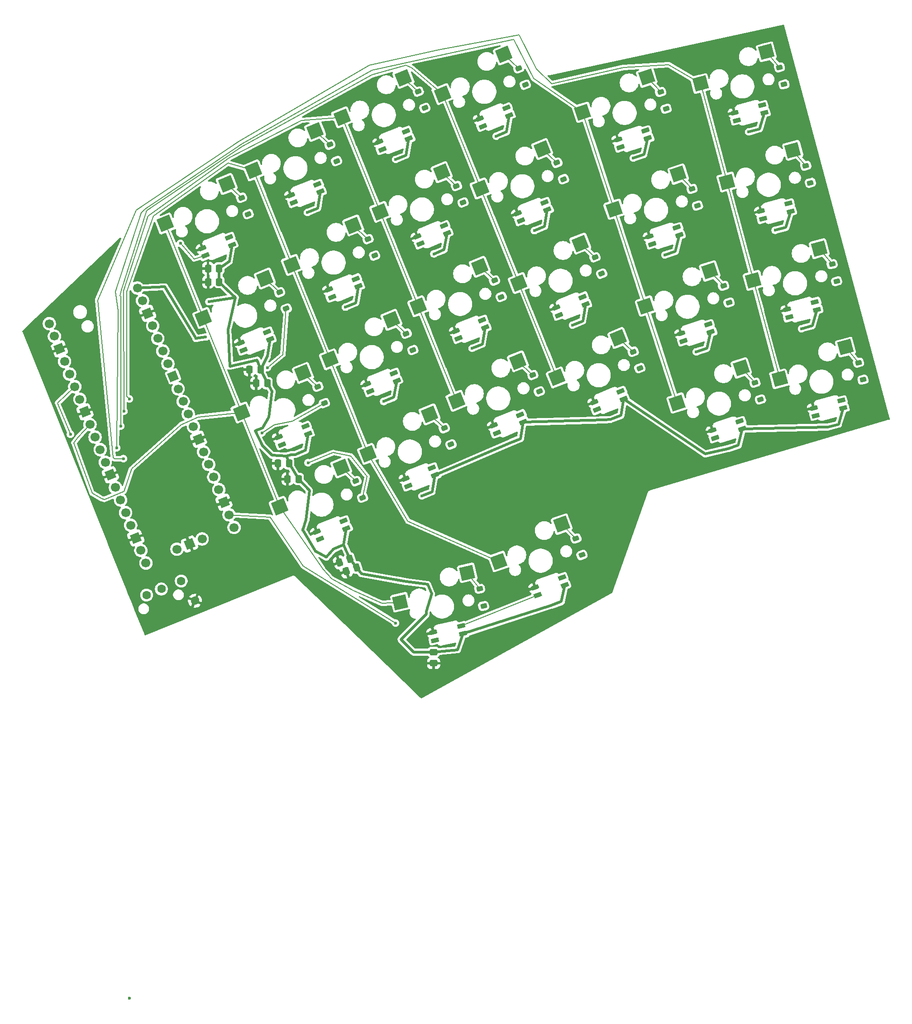
<source format=gbr>
%TF.GenerationSoftware,KiCad,Pcbnew,9.0.5*%
%TF.CreationDate,2025-10-09T16:26:15-06:00*%
%TF.ProjectId,ergo-kola (another copy),6572676f-2d6b-46f6-9c61-2028616e6f74,rev?*%
%TF.SameCoordinates,Original*%
%TF.FileFunction,Copper,L2,Bot*%
%TF.FilePolarity,Positive*%
%FSLAX46Y46*%
G04 Gerber Fmt 4.6, Leading zero omitted, Abs format (unit mm)*
G04 Created by KiCad (PCBNEW 9.0.5) date 2025-10-09 16:26:15*
%MOMM*%
%LPD*%
G01*
G04 APERTURE LIST*
G04 Aperture macros list*
%AMRoundRect*
0 Rectangle with rounded corners*
0 $1 Rounding radius*
0 $2 $3 $4 $5 $6 $7 $8 $9 X,Y pos of 4 corners*
0 Add a 4 corners polygon primitive as box body*
4,1,4,$2,$3,$4,$5,$6,$7,$8,$9,$2,$3,0*
0 Add four circle primitives for the rounded corners*
1,1,$1+$1,$2,$3*
1,1,$1+$1,$4,$5*
1,1,$1+$1,$6,$7*
1,1,$1+$1,$8,$9*
0 Add four rect primitives between the rounded corners*
20,1,$1+$1,$2,$3,$4,$5,0*
20,1,$1+$1,$4,$5,$6,$7,0*
20,1,$1+$1,$6,$7,$8,$9,0*
20,1,$1+$1,$8,$9,$2,$3,0*%
%AMHorizOval*
0 Thick line with rounded ends*
0 $1 width*
0 $2 $3 position (X,Y) of the first rounded end (center of the circle)*
0 $4 $5 position (X,Y) of the second rounded end (center of the circle)*
0 Add line between two ends*
20,1,$1,$2,$3,$4,$5,0*
0 Add two circle primitives to create the rounded ends*
1,1,$1,$2,$3*
1,1,$1,$4,$5*%
%AMRotRect*
0 Rectangle, with rotation*
0 The origin of the aperture is its center*
0 $1 length*
0 $2 width*
0 $3 Rotation angle, in degrees counterclockwise*
0 Add horizontal line*
21,1,$1,$2,0,0,$3*%
G04 Aperture macros list end*
%TA.AperFunction,SMDPad,CuDef*%
%ADD10RotRect,2.550000X2.500000X18.000000*%
%TD*%
%TA.AperFunction,SMDPad,CuDef*%
%ADD11RotRect,2.550000X2.500000X15.000000*%
%TD*%
%TA.AperFunction,ComponentPad*%
%ADD12C,1.600000*%
%TD*%
%TA.AperFunction,SMDPad,CuDef*%
%ADD13RotRect,2.550000X2.500000X22.000000*%
%TD*%
%TA.AperFunction,ComponentPad*%
%ADD14HorizOval,1.700000X0.000000X0.000000X0.000000X0.000000X0*%
%TD*%
%TA.AperFunction,ComponentPad*%
%ADD15RotRect,1.700000X1.700000X22.000000*%
%TD*%
%TA.AperFunction,SMDPad,CuDef*%
%ADD16RotRect,2.550000X2.500000X20.000000*%
%TD*%
%TA.AperFunction,SMDPad,CuDef*%
%ADD17RotRect,2.550000X2.500000X13.000000*%
%TD*%
%TA.AperFunction,SMDPad,CuDef*%
%ADD18RoundRect,0.250000X-0.337500X-0.475000X0.337500X-0.475000X0.337500X0.475000X-0.337500X0.475000X0*%
%TD*%
%TA.AperFunction,SMDPad,CuDef*%
%ADD19RoundRect,0.225000X0.420456X-0.120276X0.303988X0.314390X-0.420456X0.120276X-0.303988X-0.314390X0*%
%TD*%
%TA.AperFunction,SMDPad,CuDef*%
%ADD20RoundRect,0.250000X-0.154687X-0.561786X0.479606X-0.330922X0.154687X0.561786X-0.479606X0.330922X0*%
%TD*%
%TA.AperFunction,SMDPad,CuDef*%
%ADD21RotRect,1.450000X0.820000X195.000000*%
%TD*%
%TA.AperFunction,SMDPad,CuDef*%
%ADD22RoundRect,0.205000X0.449224X0.332601X-0.555339X0.063429X-0.449224X-0.332601X0.555339X-0.063429X0*%
%TD*%
%TA.AperFunction,SMDPad,CuDef*%
%ADD23RoundRect,0.225000X0.426175X-0.098106X0.287117X0.329869X-0.426175X0.098106X-0.287117X-0.329869X0*%
%TD*%
%TA.AperFunction,SMDPad,CuDef*%
%ADD24RotRect,1.450000X0.820000X202.000000*%
%TD*%
%TA.AperFunction,SMDPad,CuDef*%
%ADD25RoundRect,0.205000X0.405341X0.384868X-0.558930X-0.004723X-0.405341X-0.384868X0.558930X0.004723X0*%
%TD*%
%TA.AperFunction,SMDPad,CuDef*%
%ADD26RoundRect,0.225000X0.431980X-0.068139X0.263407X0.349094X-0.431980X0.068139X-0.263407X-0.349094X0*%
%TD*%
%TA.AperFunction,SMDPad,CuDef*%
%ADD27RoundRect,0.250000X0.475000X-0.337500X0.475000X0.337500X-0.475000X0.337500X-0.475000X-0.337500X0*%
%TD*%
%TA.AperFunction,SMDPad,CuDef*%
%ADD28RotRect,1.450000X0.820000X198.000000*%
%TD*%
%TA.AperFunction,SMDPad,CuDef*%
%ADD29RoundRect,0.205000X0.431201X0.355655X-0.557898X0.034278X-0.431201X-0.355655X0.557898X-0.034278X0*%
%TD*%
%TA.AperFunction,SMDPad,CuDef*%
%ADD30RotRect,1.450000X0.820000X193.000000*%
%TD*%
%TA.AperFunction,SMDPad,CuDef*%
%ADD31RoundRect,0.205000X0.460557X0.316720X-0.552787X0.082771X-0.460557X-0.316720X0.552787X-0.082771X0*%
%TD*%
%TA.AperFunction,SMDPad,CuDef*%
%ADD32RoundRect,0.225000X0.416003X-0.134877X0.314775X0.303590X-0.416003X0.134877X-0.314775X-0.303590X0*%
%TD*%
%TA.AperFunction,SMDPad,CuDef*%
%ADD33RotRect,1.450000X0.820000X200.000000*%
%TD*%
%TA.AperFunction,SMDPad,CuDef*%
%ADD34RoundRect,0.205000X0.418526X0.370487X-0.558754X0.014787X-0.418526X-0.370487X0.558754X-0.014787X0*%
%TD*%
%TA.AperFunction,SMDPad,CuDef*%
%ADD35RoundRect,0.225000X0.429339X-0.083173X0.275430X0.339688X-0.429339X0.083173X-0.275430X-0.339688X0*%
%TD*%
%TA.AperFunction,ViaPad*%
%ADD36C,0.600000*%
%TD*%
%TA.AperFunction,Conductor*%
%ADD37C,0.200000*%
%TD*%
%TA.AperFunction,Conductor*%
%ADD38C,0.500000*%
%TD*%
G04 APERTURE END LIST*
D10*
%TO.P,SW30,1*%
%TO.N,R_C10*%
X324013434Y-79170290D03*
%TO.P,SW30,2*%
%TO.N,Net-(D30-A)*%
X335996465Y-72606054D03*
%TD*%
D11*
%TO.P,SW38,1*%
%TO.N,R_C11*%
X349081219Y-92767069D03*
%TO.P,SW38,2*%
%TO.N,Net-(D38-A)*%
X361391373Y-86838971D03*
%TD*%
D12*
%TO.P,J2,1,S*%
%TO.N,GND*%
X239710022Y-134262772D03*
%TO.P,J2,2,T*%
%TO.N,R_VBUS*%
X237134569Y-130557770D03*
%TO.P,J2,3,R1*%
%TO.N,R_TX*%
X233425833Y-132056196D03*
%TO.P,J2,4,R2*%
%TO.N,R_RX*%
X230644282Y-133180016D03*
%TD*%
D13*
%TO.P,SW8,1*%
%TO.N,R_C8*%
X267218900Y-43876811D03*
%TO.P,SW8,2*%
%TO.N,Net-(D8-A)*%
X278714842Y-36492669D03*
%TD*%
%TO.P,SW28,1*%
%TO.N,R_C8*%
X281491407Y-79202520D03*
%TO.P,SW28,2*%
%TO.N,Net-(D28-A)*%
X292987349Y-71818379D03*
%TD*%
%TO.P,SW10,1*%
%TO.N,R_C7*%
X250682814Y-53801936D03*
%TO.P,SW10,2*%
%TO.N,Net-(D10-A)*%
X262178755Y-46417796D03*
%TD*%
%TO.P,SW40,1*%
%TO.N,R_C8*%
X288627671Y-96865375D03*
%TO.P,SW40,2*%
%TO.N,Net-(D40-A)*%
X300123613Y-89481234D03*
%TD*%
%TO.P,SW22,1*%
%TO.N,R_C7*%
X257819077Y-71464791D03*
%TO.P,SW22,2*%
%TO.N,Net-(D22-A)*%
X269315018Y-64080651D03*
%TD*%
%TO.P,SW44,1*%
%TO.N,R_C6*%
X248419255Y-99052772D03*
%TO.P,SW44,2*%
%TO.N,Net-(D44-A)*%
X259915197Y-91668631D03*
%TD*%
D10*
%TO.P,SW42,1*%
%TO.N,R_C10*%
X329900207Y-97287907D03*
%TO.P,SW42,2*%
%TO.N,Net-(D42-A)*%
X341883238Y-90723671D03*
%TD*%
%TO.P,SW18,1*%
%TO.N,R_C10*%
X318126660Y-61052653D03*
%TO.P,SW18,2*%
%TO.N,Net-(D18-A)*%
X330109691Y-54488419D03*
%TD*%
D13*
%TO.P,SW48,1*%
%TO.N,R_C6*%
X255555518Y-116715628D03*
%TO.P,SW48,2*%
%TO.N,Net-(D48-A)*%
X267051460Y-109331487D03*
%TD*%
%TO.P,SW34,1*%
%TO.N,R_C7*%
X264955340Y-89127646D03*
%TO.P,SW34,2*%
%TO.N,Net-(D34-A)*%
X276451282Y-81743505D03*
%TD*%
%TO.P,SW46,1*%
%TO.N,R_C7*%
X272091585Y-106790501D03*
%TO.P,SW46,2*%
%TO.N,Net-(D46-A)*%
X283587527Y-99406360D03*
%TD*%
D11*
%TO.P,SW26,1*%
%TO.N,R_C11*%
X344150718Y-74366178D03*
%TO.P,SW26,2*%
%TO.N,Net-(D26-A)*%
X356460871Y-68438080D03*
%TD*%
D13*
%TO.P,SW32,1*%
%TO.N,R_C6*%
X241283010Y-81389917D03*
%TO.P,SW32,2*%
%TO.N,Net-(D32-A)*%
X252778952Y-74005776D03*
%TD*%
%TO.P,SW4,1*%
%TO.N,R_C9*%
X286008524Y-39529428D03*
%TO.P,SW4,2*%
%TO.N,Net-(D4-A)*%
X297504465Y-32145288D03*
%TD*%
D11*
%TO.P,SW12,1*%
%TO.N,R_C11*%
X339220214Y-55965288D03*
%TO.P,SW12,2*%
%TO.N,Net-(D12-A)*%
X351530368Y-50037190D03*
%TD*%
D14*
%TO.P,U2,1,GPIO0*%
%TO.N,R_RGB*%
X212462078Y-82461772D03*
%TO.P,U2,2,GPIO1*%
%TO.N,unconnected-(U2-GPIO1-Pad2)_1*%
X213413579Y-84816819D03*
D15*
%TO.P,U2,3,GND*%
%TO.N,GND*%
X214365080Y-87171866D03*
D14*
%TO.P,U2,4,GPIO2*%
%TO.N,unconnected-(U2-GPIO2-Pad4)_1*%
X215316581Y-89526913D03*
%TO.P,U2,5,GPIO3*%
%TO.N,unconnected-(U2-GPIO3-Pad5)*%
X216268081Y-91881960D03*
%TO.P,U2,6,GPIO4_(TX)*%
%TO.N,R_TX*%
X217219582Y-94237007D03*
%TO.P,U2,7,GPIO5_(RX)*%
%TO.N,R_RX*%
X218171083Y-96592054D03*
D15*
%TO.P,U2,8,GND*%
%TO.N,GND*%
X219122584Y-98947101D03*
D14*
%TO.P,U2,9,GPIO6*%
%TO.N,R_C6*%
X220074084Y-101302148D03*
%TO.P,U2,10,GPIO7*%
%TO.N,R_C7*%
X221025585Y-103657195D03*
%TO.P,U2,11,GPIO8*%
%TO.N,R_C8*%
X221977086Y-106012242D03*
%TO.P,U2,12,GPIO9*%
%TO.N,R_C9*%
X222928587Y-108367289D03*
D15*
%TO.P,U2,13,GND*%
%TO.N,GND*%
X223880087Y-110722336D03*
D14*
%TO.P,U2,14,GPIO10*%
%TO.N,R_C10*%
X224831588Y-113077383D03*
%TO.P,U2,15,GPIO11*%
%TO.N,R_C11*%
X225783089Y-115432430D03*
%TO.P,U2,16,GPIO12*%
%TO.N,unconnected-(U2-GPIO12-Pad16)*%
X226734590Y-117787477D03*
%TO.P,U2,17,GPIO13*%
%TO.N,unconnected-(U2-GPIO13-Pad17)_1*%
X227686090Y-120142524D03*
D15*
%TO.P,U2,18,GND*%
%TO.N,GND*%
X228637591Y-122497571D03*
D14*
%TO.P,U2,19,GPIO14*%
%TO.N,unconnected-(U2-GPIO14-Pad19)_1*%
X229589092Y-124852618D03*
%TO.P,U2,20,GPIO15*%
%TO.N,unconnected-(U2-GPIO15-Pad20)*%
X230540593Y-127207665D03*
%TO.P,U2,21,GPIO16*%
%TO.N,unconnected-(U2-GPIO16-Pad21)_1*%
X247025922Y-120547160D03*
%TO.P,U2,22,GPIO17*%
%TO.N,R_R4*%
X246074421Y-118192113D03*
D15*
%TO.P,U2,23,GND*%
%TO.N,GND*%
X245122920Y-115837066D03*
D14*
%TO.P,U2,24,GPIO18*%
%TO.N,R_R3*%
X244171419Y-113482019D03*
%TO.P,U2,25,GPIO19*%
%TO.N,R_R2*%
X243219919Y-111126972D03*
%TO.P,U2,26,GPIO20*%
%TO.N,R_R1*%
X242268418Y-108771925D03*
%TO.P,U2,27,GPIO21*%
%TO.N,R_R0*%
X241316917Y-106416878D03*
D15*
%TO.P,U2,28,GND*%
%TO.N,GND*%
X240365416Y-104061831D03*
D14*
%TO.P,U2,29,GPIO22*%
%TO.N,unconnected-(U2-GPIO22-Pad29)*%
X239413916Y-101706784D03*
%TO.P,U2,30,RUN*%
%TO.N,unconnected-(U2-RUN-Pad30)_1*%
X238462415Y-99351737D03*
%TO.P,U2,31,GPIO26_ADC0*%
%TO.N,unconnected-(U2-GPIO26_ADC0-Pad31)_1*%
X237510914Y-96996690D03*
%TO.P,U2,32,GPIO27_ADC1*%
%TO.N,unconnected-(U2-GPIO27_ADC1-Pad32)_1*%
X236559413Y-94641643D03*
D15*
%TO.P,U2,33,AGND*%
%TO.N,unconnected-(U2-AGND-Pad33)*%
X235607913Y-92286596D03*
D14*
%TO.P,U2,34,GPIO28_ADC2*%
%TO.N,unconnected-(U2-GPIO28_ADC2-Pad34)_1*%
X234656412Y-89931549D03*
%TO.P,U2,35,ADC_VREF*%
%TO.N,unconnected-(U2-ADC_VREF-Pad35)*%
X233704911Y-87576502D03*
%TO.P,U2,36,3V3*%
%TO.N,unconnected-(U2-3V3-Pad36)*%
X232753410Y-85221455D03*
%TO.P,U2,37,3V3_EN*%
%TO.N,unconnected-(U2-3V3_EN-Pad37)_1*%
X231801910Y-82866408D03*
D15*
%TO.P,U2,38,GND*%
%TO.N,GND*%
X230850409Y-80511361D03*
D14*
%TO.P,U2,39,VSYS*%
%TO.N,unconnected-(U2-VSYS-Pad39)_1*%
X229898908Y-78156314D03*
%TO.P,U2,40,VBUS*%
%TO.N,R_VBUS*%
X228947407Y-75801267D03*
%TO.P,U2,41,SWCLK*%
%TO.N,unconnected-(U2-SWCLK-Pad41)*%
X236342051Y-124615661D03*
D15*
%TO.P,U2,42,GND*%
%TO.N,GND*%
X238697098Y-123664160D03*
D14*
%TO.P,U2,43,SWDIO*%
%TO.N,unconnected-(U2-SWDIO-Pad43)*%
X241052146Y-122712659D03*
%TD*%
D16*
%TO.P,SW50,1*%
%TO.N,R_C7*%
X296542608Y-126912841D03*
%TO.P,SW50,2*%
%TO.N,Net-(D50-A)*%
X308289250Y-119934401D03*
%TD*%
D17*
%TO.P,SW52,1*%
%TO.N,R_C6*%
X278121248Y-134534807D03*
%TO.P,SW52,2*%
%TO.N,Net-(D52-A)*%
X290630792Y-129039939D03*
%TD*%
D13*
%TO.P,SW36,1*%
%TO.N,R_C9*%
X307417295Y-92517994D03*
%TO.P,SW36,2*%
%TO.N,Net-(D36-A)*%
X318913237Y-85133853D03*
%TD*%
D11*
%TO.P,SW2,1*%
%TO.N,R_C11*%
X334289712Y-37564398D03*
%TO.P,SW2,2*%
%TO.N,Net-(D2-A)*%
X346599867Y-31636299D03*
%TD*%
D13*
%TO.P,SW20,1*%
%TO.N,R_C6*%
X234146747Y-63727061D03*
%TO.P,SW20,2*%
%TO.N,Net-(D20-A)*%
X245642690Y-56342922D03*
%TD*%
%TO.P,SW14,1*%
%TO.N,R_C9*%
X293144787Y-57192284D03*
%TO.P,SW14,2*%
%TO.N,Net-(D14-A)*%
X304640729Y-49808142D03*
%TD*%
%TO.P,SW24,1*%
%TO.N,R_C9*%
X300281032Y-74855139D03*
%TO.P,SW24,2*%
%TO.N,Net-(D24-A)*%
X311776974Y-67470997D03*
%TD*%
%TO.P,SW16,1*%
%TO.N,R_C8*%
X274355163Y-61539665D03*
%TO.P,SW16,2*%
%TO.N,Net-(D16-A)*%
X285851104Y-54155525D03*
%TD*%
D10*
%TO.P,SW6,1*%
%TO.N,R_C10*%
X312239886Y-42935036D03*
%TO.P,SW6,2*%
%TO.N,Net-(D6-A)*%
X324222917Y-36370802D03*
%TD*%
D18*
%TO.P,C14,1*%
%TO.N,GND*%
X255227000Y-108585000D03*
%TO.P,C14,2*%
%TO.N,R_VBUS*%
X257302000Y-108585000D03*
%TD*%
D19*
%TO.P,D2,1,K*%
%TO.N,R_R0*%
X349892028Y-37721577D03*
%TO.P,D2,2,A*%
%TO.N,Net-(D2-A)*%
X349037928Y-34534021D03*
%TD*%
D20*
%TO.P,C17,1*%
%TO.N,GND*%
X268011069Y-128751846D03*
%TO.P,C17,2*%
%TO.N,R_VBUS*%
X269960931Y-128042154D03*
%TD*%
D21*
%TO.P,L38,1,VDD*%
%TO.N,R_VBUS*%
X360994073Y-98260995D03*
%TO.P,L38,2,DOUT*%
%TO.N,Net-(L38-DOUT)*%
X360605844Y-96812107D03*
D22*
%TO.P,L38,3,VSS*%
%TO.N,GND*%
X355438141Y-98196789D03*
D21*
%TO.P,L38,4,DIN*%
%TO.N,Net-(L38-DIN)*%
X355826370Y-99645677D03*
%TD*%
D23*
%TO.P,D18,1,K*%
%TO.N,R_R1*%
X333715820Y-60393056D03*
%TO.P,D18,2,A*%
%TO.N,Net-(D18-A)*%
X332696064Y-57254570D03*
%TD*%
D24*
%TO.P,L24,1,VDD*%
%TO.N,R_VBUS*%
X312774630Y-78856302D03*
%TO.P,L24,2,DOUT*%
%TO.N,Net-(L24-DOUT)*%
X312212720Y-77465526D03*
D25*
%TO.P,L24,3,VSS*%
%TO.N,GND*%
X307252286Y-79469672D03*
D24*
%TO.P,L24,4,DIN*%
%TO.N,Net-(L24-DIN)*%
X307814196Y-80860448D03*
%TD*%
D26*
%TO.P,D46,1,K*%
%TO.N,R_R3*%
X287596759Y-105045064D03*
%TO.P,D46,2,A*%
%TO.N,Net-(D46-A)*%
X286360557Y-101985358D03*
%TD*%
D24*
%TO.P,L10,1,VDD*%
%TO.N,R_VBUS*%
X263176412Y-57803100D03*
%TO.P,L10,2,DOUT*%
%TO.N,Net-(L10-DOUT)*%
X262614502Y-56412324D03*
D25*
%TO.P,L10,3,VSS*%
%TO.N,GND*%
X257654068Y-58416470D03*
D24*
%TO.P,L10,4,DIN*%
%TO.N,Net-(L10-DIN)*%
X258215978Y-59807246D03*
%TD*%
%TO.P,L36,1,VDD*%
%TO.N,R_VBUS*%
X319910893Y-96519158D03*
%TO.P,L36,2,DOUT*%
%TO.N,Net-(L36-DOUT)*%
X319348983Y-95128382D03*
D25*
%TO.P,L36,3,VSS*%
%TO.N,GND*%
X314388549Y-97132528D03*
D24*
%TO.P,L36,4,DIN*%
%TO.N,Net-(L36-DIN)*%
X314950459Y-98523304D03*
%TD*%
D27*
%TO.P,C18,1*%
%TO.N,GND*%
X284353000Y-145944500D03*
%TO.P,C18,2*%
%TO.N,R_VBUS*%
X284353000Y-143869500D03*
%TD*%
D28*
%TO.P,L18,1,VDD*%
%TO.N,R_VBUS*%
X330310717Y-65915582D03*
%TO.P,L18,2,DOUT*%
%TO.N,Net-(L12-DIN)*%
X329847191Y-64488997D03*
D29*
%TO.P,L18,3,VSS*%
%TO.N,GND*%
X324759039Y-66142238D03*
D28*
%TO.P,L18,4,DIN*%
%TO.N,Net-(L14-DOUT)*%
X325222565Y-67568823D03*
%TD*%
D21*
%TO.P,L2,1,VDD*%
%TO.N,R_VBUS*%
X346202567Y-43058324D03*
%TO.P,L2,2,DOUT*%
%TO.N,Net-(L2-DOUT)*%
X345814338Y-41609436D03*
D22*
%TO.P,L2,3,VSS*%
%TO.N,GND*%
X340646635Y-42994118D03*
D21*
%TO.P,L2,4,DIN*%
%TO.N,Net-(L2-DIN)*%
X341034864Y-44443006D03*
%TD*%
D30*
%TO.P,L52,1,VDD*%
%TO.N,R_VBUS*%
X289835109Y-140441140D03*
%TO.P,L52,2,DOUT*%
%TO.N,Net-(L50-DIN)*%
X289497683Y-138979585D03*
D31*
%TO.P,L52,3,VSS*%
%TO.N,GND*%
X284284803Y-140183074D03*
D30*
%TO.P,L52,4,DIN*%
%TO.N,Net-(L38-DOUT)*%
X284622229Y-141644629D03*
%TD*%
D32*
%TO.P,D52,1,K*%
%TO.N,R_R4*%
X293708574Y-135236404D03*
%TO.P,D52,2,A*%
%TO.N,Net-(D52-A)*%
X292966236Y-132020982D03*
%TD*%
D20*
%TO.P,C16,1*%
%TO.N,GND*%
X266741069Y-127100846D03*
%TO.P,C16,2*%
%TO.N,R_VBUS*%
X268690931Y-126391154D03*
%TD*%
D23*
%TO.P,D42,1,K*%
%TO.N,R_R3*%
X345489367Y-96628309D03*
%TO.P,D42,2,A*%
%TO.N,Net-(D42-A)*%
X344469611Y-93489823D03*
%TD*%
D26*
%TO.P,D40,1,K*%
%TO.N,R_R3*%
X304132845Y-95119938D03*
%TO.P,D40,2,A*%
%TO.N,Net-(D40-A)*%
X302896643Y-92060232D03*
%TD*%
D24*
%TO.P,L8,1,VDD*%
%TO.N,R_VBUS*%
X279712498Y-47877974D03*
%TO.P,L8,2,DOUT*%
%TO.N,Net-(L4-DIN)*%
X279150588Y-46487198D03*
D25*
%TO.P,L8,3,VSS*%
%TO.N,GND*%
X274190154Y-48491344D03*
D24*
%TO.P,L8,4,DIN*%
%TO.N,Net-(L10-DOUT)*%
X274752064Y-49882120D03*
%TD*%
D23*
%TO.P,D30,1,K*%
%TO.N,R_R2*%
X339602594Y-78510692D03*
%TO.P,D30,2,A*%
%TO.N,Net-(D30-A)*%
X338582838Y-75372206D03*
%TD*%
D26*
%TO.P,D32,1,K*%
%TO.N,R_R1*%
X256788184Y-79644480D03*
%TO.P,D32,2,A*%
%TO.N,Net-(D32-A)*%
X255551982Y-76584774D03*
%TD*%
D24*
%TO.P,L34,1,VDD*%
%TO.N,R_VBUS*%
X277448938Y-93128810D03*
%TO.P,L34,2,DOUT*%
%TO.N,Net-(L28-DIN)*%
X276887028Y-91738034D03*
D25*
%TO.P,L34,3,VSS*%
%TO.N,GND*%
X271926594Y-93742180D03*
D24*
%TO.P,L34,4,DIN*%
%TO.N,Net-(L34-DIN)*%
X272488504Y-95132956D03*
%TD*%
%TO.P,L48,1,VDD*%
%TO.N,R_VBUS*%
X268049116Y-120716792D03*
%TO.P,L48,2,DOUT*%
%TO.N,Net-(L46-DIN)*%
X267487206Y-119326016D03*
D25*
%TO.P,L48,3,VSS*%
%TO.N,GND*%
X262526772Y-121330162D03*
D24*
%TO.P,L48,4,DIN*%
%TO.N,Net-(L26-DOUT)*%
X263088682Y-122720938D03*
%TD*%
D28*
%TO.P,L42,1,VDD*%
%TO.N,R_VBUS*%
X342084264Y-102150835D03*
%TO.P,L42,2,DOUT*%
%TO.N,Net-(L38-DIN)*%
X341620738Y-100724250D03*
D29*
%TO.P,L42,3,VSS*%
%TO.N,GND*%
X336532586Y-102377491D03*
D28*
%TO.P,L42,4,DIN*%
%TO.N,Net-(L36-DOUT)*%
X336996112Y-103804076D03*
%TD*%
D26*
%TO.P,D34,1,K*%
%TO.N,R_R2*%
X280460514Y-87382209D03*
%TO.P,D34,2,A*%
%TO.N,Net-(D34-A)*%
X279224312Y-84322503D03*
%TD*%
D24*
%TO.P,L46,1,VDD*%
%TO.N,R_VBUS*%
X284585183Y-110791665D03*
%TO.P,L46,2,DOUT*%
%TO.N,Net-(L40-DIN)*%
X284023273Y-109400889D03*
D25*
%TO.P,L46,3,VSS*%
%TO.N,GND*%
X279062839Y-111405035D03*
D24*
%TO.P,L46,4,DIN*%
%TO.N,Net-(L46-DIN)*%
X279624749Y-112795811D03*
%TD*%
D26*
%TO.P,D36,1,K*%
%TO.N,R_R3*%
X322922469Y-90772557D03*
%TO.P,D36,2,A*%
%TO.N,Net-(D36-A)*%
X321686267Y-87712851D03*
%TD*%
D18*
%TO.P,C13,1*%
%TO.N,GND*%
X251163000Y-93599000D03*
%TO.P,C13,2*%
%TO.N,R_VBUS*%
X253238000Y-93599000D03*
%TD*%
D26*
%TO.P,D10,1,K*%
%TO.N,R_R0*%
X266187988Y-52056499D03*
%TO.P,D10,2,A*%
%TO.N,Net-(D10-A)*%
X264951786Y-48996793D03*
%TD*%
D18*
%TO.P,C15,1*%
%TO.N,GND*%
X257026500Y-111506000D03*
%TO.P,C15,2*%
%TO.N,R_VBUS*%
X259101500Y-111506000D03*
%TD*%
D24*
%TO.P,L16,1,VDD*%
%TO.N,R_VBUS*%
X286848761Y-65540829D03*
%TO.P,L16,2,DOUT*%
%TO.N,Net-(L14-DIN)*%
X286286851Y-64150053D03*
D25*
%TO.P,L16,3,VSS*%
%TO.N,GND*%
X281326417Y-66154199D03*
D24*
%TO.P,L16,4,DIN*%
%TO.N,Net-(L16-DIN)*%
X281888327Y-67544975D03*
%TD*%
%TO.P,L20,1,VDD*%
%TO.N,R_VBUS*%
X246640345Y-67728226D03*
%TO.P,L20,2,DOUT*%
%TO.N,Net-(L10-DIN)*%
X246078435Y-66337450D03*
D25*
%TO.P,L20,3,VSS*%
%TO.N,GND*%
X241118001Y-68341596D03*
D24*
%TO.P,L20,4,DIN*%
%TO.N,R_RGB*%
X241679911Y-69732372D03*
%TD*%
D28*
%TO.P,L6,1,VDD*%
%TO.N,R_VBUS*%
X324423943Y-47797965D03*
%TO.P,L6,2,DOUT*%
%TO.N,Net-(L2-DIN)*%
X323960417Y-46371380D03*
D29*
%TO.P,L6,3,VSS*%
%TO.N,GND*%
X318872265Y-48024621D03*
D28*
%TO.P,L6,4,DIN*%
%TO.N,Net-(L4-DOUT)*%
X319335791Y-49451206D03*
%TD*%
D26*
%TO.P,D22,1,K*%
%TO.N,R_R1*%
X273324251Y-69719354D03*
%TO.P,D22,2,A*%
%TO.N,Net-(D22-A)*%
X272088049Y-66659648D03*
%TD*%
%TO.P,D14,1,K*%
%TO.N,R_R1*%
X308649961Y-55446846D03*
%TO.P,D14,2,A*%
%TO.N,Net-(D14-A)*%
X307413759Y-52387140D03*
%TD*%
D21*
%TO.P,L12,1,VDD*%
%TO.N,R_VBUS*%
X351133069Y-61459214D03*
%TO.P,L12,2,DOUT*%
%TO.N,Net-(L12-DOUT)*%
X350744840Y-60010326D03*
D22*
%TO.P,L12,3,VSS*%
%TO.N,GND*%
X345577137Y-61395008D03*
D21*
%TO.P,L12,4,DIN*%
%TO.N,Net-(L12-DIN)*%
X345965366Y-62843896D03*
%TD*%
D33*
%TO.P,L50,1,VDD*%
%TO.N,R_VBUS*%
X308888956Y-131347589D03*
%TO.P,L50,2,DOUT*%
%TO.N,unconnected-(L50-DOUT-Pad2)*%
X308375926Y-129938050D03*
D34*
%TO.P,L50,3,VSS*%
%TO.N,GND*%
X303348570Y-131767857D03*
D33*
%TO.P,L50,4,DIN*%
%TO.N,Net-(L50-DIN)*%
X303861600Y-133177396D03*
%TD*%
D35*
%TO.P,D50,1,K*%
%TO.N,R_R4*%
X312099251Y-125709591D03*
%TO.P,D50,2,A*%
%TO.N,Net-(D50-A)*%
X310970585Y-122608605D03*
%TD*%
D24*
%TO.P,L28,1,VDD*%
%TO.N,R_VBUS*%
X293985005Y-83203684D03*
%TO.P,L28,2,DOUT*%
%TO.N,Net-(L24-DIN)*%
X293423095Y-81812908D03*
D25*
%TO.P,L28,3,VSS*%
%TO.N,GND*%
X288462661Y-83817054D03*
D24*
%TO.P,L28,4,DIN*%
%TO.N,Net-(L28-DIN)*%
X289024571Y-85207830D03*
%TD*%
D19*
%TO.P,D12,1,K*%
%TO.N,R_R1*%
X354822530Y-56122467D03*
%TO.P,D12,2,A*%
%TO.N,Net-(D12-A)*%
X353968430Y-52934911D03*
%TD*%
D24*
%TO.P,L44,1,VDD*%
%TO.N,R_VBUS*%
X260912853Y-103053936D03*
%TO.P,L44,2,DOUT*%
%TO.N,Net-(L34-DIN)*%
X260350943Y-101663160D03*
D25*
%TO.P,L44,3,VSS*%
%TO.N,GND*%
X255390509Y-103667306D03*
D24*
%TO.P,L44,4,DIN*%
%TO.N,Net-(L12-DOUT)*%
X255952419Y-105058082D03*
%TD*%
D26*
%TO.P,D20,1,K*%
%TO.N,R_R0*%
X249651921Y-61981625D03*
%TO.P,D20,2,A*%
%TO.N,Net-(D20-A)*%
X248415719Y-58921919D03*
%TD*%
%TO.P,D44,1,K*%
%TO.N,R_R2*%
X263924429Y-97307335D03*
%TO.P,D44,2,A*%
%TO.N,Net-(D44-A)*%
X262688227Y-94247629D03*
%TD*%
%TO.P,D4,1,K*%
%TO.N,R_R0*%
X301513698Y-37783991D03*
%TO.P,D4,2,A*%
%TO.N,Net-(D4-A)*%
X300277496Y-34724285D03*
%TD*%
D24*
%TO.P,L4,1,VDD*%
%TO.N,R_VBUS*%
X298502122Y-43530592D03*
%TO.P,L4,2,DOUT*%
%TO.N,Net-(L4-DOUT)*%
X297940212Y-42139816D03*
D25*
%TO.P,L4,3,VSS*%
%TO.N,GND*%
X292979778Y-44143962D03*
D24*
%TO.P,L4,4,DIN*%
%TO.N,Net-(L4-DIN)*%
X293541688Y-45534738D03*
%TD*%
D23*
%TO.P,D6,1,K*%
%TO.N,R_R0*%
X327829046Y-42275439D03*
%TO.P,D6,2,A*%
%TO.N,Net-(D6-A)*%
X326809290Y-39136953D03*
%TD*%
D24*
%TO.P,L40,1,VDD*%
%TO.N,R_VBUS*%
X301121269Y-100866539D03*
%TO.P,L40,2,DOUT*%
%TO.N,Net-(L36-DIN)*%
X300559359Y-99475763D03*
D25*
%TO.P,L40,3,VSS*%
%TO.N,GND*%
X295598925Y-101479909D03*
D24*
%TO.P,L40,4,DIN*%
%TO.N,Net-(L40-DIN)*%
X296160835Y-102870685D03*
%TD*%
D18*
%TO.P,C11,1*%
%TO.N,GND*%
X242167500Y-74676000D03*
%TO.P,C11,2*%
%TO.N,R_VBUS*%
X244242500Y-74676000D03*
%TD*%
D24*
%TO.P,L32,1,VDD*%
%TO.N,R_VBUS*%
X253776608Y-85391081D03*
%TO.P,L32,2,DOUT*%
%TO.N,Net-(L22-DIN)*%
X253214698Y-84000305D03*
D25*
%TO.P,L32,3,VSS*%
%TO.N,GND*%
X248254264Y-86004451D03*
D24*
%TO.P,L32,4,DIN*%
%TO.N,Net-(L2-DOUT)*%
X248816174Y-87395227D03*
%TD*%
D19*
%TO.P,D38,1,K*%
%TO.N,R_R3*%
X364683534Y-92924248D03*
%TO.P,D38,2,A*%
%TO.N,Net-(D38-A)*%
X363829434Y-89736692D03*
%TD*%
D26*
%TO.P,D28,1,K*%
%TO.N,R_R2*%
X296996581Y-77457083D03*
%TO.P,D28,2,A*%
%TO.N,Net-(D28-A)*%
X295760379Y-74397377D03*
%TD*%
D18*
%TO.P,C12,1*%
%TO.N,GND*%
X249914500Y-91059000D03*
%TO.P,C12,2*%
%TO.N,R_VBUS*%
X251989500Y-91059000D03*
%TD*%
D26*
%TO.P,D8,1,K*%
%TO.N,R_R0*%
X282724074Y-42131373D03*
%TO.P,D8,2,A*%
%TO.N,Net-(D8-A)*%
X281487872Y-39071667D03*
%TD*%
D21*
%TO.P,L26,1,VDD*%
%TO.N,R_VBUS*%
X356063571Y-79860104D03*
%TO.P,L26,2,DOUT*%
%TO.N,Net-(L26-DOUT)*%
X355675342Y-78411216D03*
D22*
%TO.P,L26,3,VSS*%
%TO.N,GND*%
X350507639Y-79795898D03*
D21*
%TO.P,L26,4,DIN*%
%TO.N,Net-(L26-DIN)*%
X350895868Y-81244786D03*
%TD*%
D26*
%TO.P,D24,1,K*%
%TO.N,R_R2*%
X315786206Y-73109701D03*
%TO.P,D24,2,A*%
%TO.N,Net-(D24-A)*%
X314550004Y-70049995D03*
%TD*%
%TO.P,D48,1,K*%
%TO.N,R_R3*%
X271060692Y-114970191D03*
%TO.P,D48,2,A*%
%TO.N,Net-(D48-A)*%
X269824490Y-111910485D03*
%TD*%
%TO.P,D16,1,K*%
%TO.N,R_R1*%
X289860337Y-59794228D03*
%TO.P,D16,2,A*%
%TO.N,Net-(D16-A)*%
X288624135Y-56734522D03*
%TD*%
D19*
%TO.P,D26,1,K*%
%TO.N,R_R2*%
X359753032Y-74523357D03*
%TO.P,D26,2,A*%
%TO.N,Net-(D26-A)*%
X358898932Y-71335801D03*
%TD*%
D18*
%TO.P,C10,1*%
%TO.N,GND*%
X242146000Y-72136000D03*
%TO.P,C10,2*%
%TO.N,R_VBUS*%
X244221000Y-72136000D03*
%TD*%
D28*
%TO.P,L30,1,VDD*%
%TO.N,R_VBUS*%
X336197491Y-84033218D03*
%TO.P,L30,2,DOUT*%
%TO.N,Net-(L26-DIN)*%
X335733965Y-82606633D03*
D29*
%TO.P,L30,3,VSS*%
%TO.N,GND*%
X330645813Y-84259874D03*
D28*
%TO.P,L30,4,DIN*%
%TO.N,Net-(L24-DOUT)*%
X331109339Y-85686459D03*
%TD*%
D24*
%TO.P,L14,1,VDD*%
%TO.N,R_VBUS*%
X305638385Y-61193447D03*
%TO.P,L14,2,DOUT*%
%TO.N,Net-(L14-DOUT)*%
X305076475Y-59802671D03*
D25*
%TO.P,L14,3,VSS*%
%TO.N,GND*%
X300116041Y-61806817D03*
D24*
%TO.P,L14,4,DIN*%
%TO.N,Net-(L14-DIN)*%
X300677951Y-63197593D03*
%TD*%
%TO.P,L22,1,VDD*%
%TO.N,R_VBUS*%
X270312675Y-75465955D03*
%TO.P,L22,2,DOUT*%
%TO.N,Net-(L16-DIN)*%
X269750765Y-74075179D03*
D25*
%TO.P,L22,3,VSS*%
%TO.N,GND*%
X264790331Y-76079325D03*
D24*
%TO.P,L22,4,DIN*%
%TO.N,Net-(L22-DIN)*%
X265352241Y-77470101D03*
%TD*%
D36*
%TO.N,*%
X227482550Y-208524336D03*
%TO.N,R_C7*%
X227457000Y-96520000D03*
%TO.N,R_C8*%
X226441000Y-98806000D03*
%TO.N,R_C9*%
X225806000Y-101600000D03*
%TO.N,R_C10*%
X225044000Y-105664000D03*
%TO.N,R_C11*%
X226314000Y-107696000D03*
%TO.N,R_R1*%
X256788184Y-79644480D03*
X308649961Y-55446846D03*
X354822530Y-56122467D03*
X253238000Y-90678000D03*
X289860337Y-59794228D03*
X333715820Y-60393056D03*
X273324251Y-69719354D03*
%TO.N,R_R2*%
X315786206Y-73109701D03*
X296996581Y-77457083D03*
X263924429Y-97307335D03*
X252222000Y-102870000D03*
X280460514Y-87382209D03*
X339602594Y-78510692D03*
X359753032Y-74523357D03*
%TO.N,R_R0*%
X327829046Y-42275439D03*
X266187988Y-52056499D03*
X249651921Y-61981625D03*
X282724074Y-42131373D03*
X349892028Y-37721577D03*
X301513698Y-37783991D03*
%TO.N,R_R4*%
X312099251Y-125709591D03*
X277241000Y-138430000D03*
X293708574Y-135236404D03*
%TO.N,R_RGB*%
X236982000Y-67437000D03*
%TO.N,R_R3*%
X260858000Y-108458000D03*
X322922469Y-90772557D03*
X345489367Y-96628309D03*
X364683534Y-92924248D03*
X287596759Y-105045064D03*
X271060692Y-114970191D03*
X304132845Y-95119938D03*
%TO.N,GND*%
X269748000Y-130810000D03*
X231521000Y-70358000D03*
X259207000Y-107823000D03*
X228473000Y-84074000D03*
X255905000Y-101981000D03*
X239395000Y-68580000D03*
X238125000Y-70104000D03*
X253492000Y-107823000D03*
X222631000Y-116586000D03*
X237363000Y-83947000D03*
X247396000Y-88646000D03*
X225425000Y-109728000D03*
X228981000Y-118110000D03*
X219964000Y-109982000D03*
X273812000Y-131699000D03*
X247269000Y-92202000D03*
X218821000Y-86233000D03*
%TO.N,R_VBUS*%
X333493314Y-87724519D03*
X298502122Y-43530592D03*
X282145086Y-114662609D03*
X267843000Y-79375000D03*
X312774630Y-78856302D03*
X277272401Y-51748918D03*
X293985005Y-83203684D03*
X284408664Y-69411773D03*
X343308908Y-46603042D03*
X321719766Y-51489266D03*
X310334533Y-82727246D03*
X279712498Y-47877974D03*
X246640345Y-67728226D03*
X277448938Y-93128810D03*
X353169912Y-83404822D03*
X336197491Y-84033218D03*
X305638385Y-61193447D03*
X330310717Y-65915582D03*
X253776608Y-85391081D03*
X275008841Y-96999754D03*
X259842000Y-121031000D03*
X270312675Y-75465955D03*
X242316000Y-78359000D03*
X324423943Y-47797965D03*
X241681000Y-84963000D03*
X303198288Y-65064391D03*
X286848761Y-65540829D03*
X296062025Y-47401536D03*
X268049116Y-120716792D03*
X239903000Y-85217000D03*
X291544908Y-87074628D03*
X327606540Y-69606883D03*
X260736315Y-61674044D03*
X260912853Y-103053936D03*
X263176412Y-57803100D03*
X348239410Y-65003932D03*
%TO.N,Net-(L2-DIN)*%
X323960417Y-46371380D03*
X341034864Y-44443006D03*
%TO.N,Net-(L2-DOUT)*%
X248816174Y-87395227D03*
X345814338Y-41609436D03*
%TO.N,Net-(L4-DOUT)*%
X297940212Y-42139816D03*
X319335791Y-49451206D03*
%TO.N,Net-(L4-DIN)*%
X293541688Y-45534738D03*
X279150588Y-46487198D03*
%TO.N,Net-(L12-DIN)*%
X329847191Y-64488997D03*
X345965366Y-62843896D03*
%TO.N,Net-(L10-DIN)*%
X258215978Y-59807246D03*
X246078435Y-66337450D03*
%TO.N,Net-(L10-DOUT)*%
X274752064Y-49882120D03*
X262614502Y-56412324D03*
%TO.N,Net-(L12-DOUT)*%
X350744840Y-60010326D03*
X255952419Y-105058082D03*
%TO.N,Net-(L14-DOUT)*%
X325222565Y-67568823D03*
X305076475Y-59802671D03*
%TO.N,Net-(L14-DIN)*%
X300677951Y-63197593D03*
X286286851Y-64150053D03*
%TO.N,Net-(L16-DIN)*%
X269750765Y-74075179D03*
X281888327Y-67544975D03*
%TO.N,Net-(L22-DIN)*%
X265352241Y-77470101D03*
X253214698Y-84000305D03*
%TO.N,Net-(L24-DOUT)*%
X312212720Y-77465526D03*
X331109339Y-85686459D03*
%TO.N,Net-(L24-DIN)*%
X293423095Y-81812908D03*
X307814196Y-80860448D03*
%TO.N,Net-(L26-DOUT)*%
X263088682Y-122720938D03*
X355675342Y-78411216D03*
%TO.N,Net-(L26-DIN)*%
X335733965Y-82606633D03*
X350895868Y-81244786D03*
%TO.N,Net-(L28-DIN)*%
X289024571Y-85207830D03*
X276887028Y-91738034D03*
%TO.N,Net-(L34-DIN)*%
X260350943Y-101663160D03*
X272488504Y-95132956D03*
%TO.N,Net-(L36-DOUT)*%
X319348983Y-95128382D03*
X336996112Y-103804076D03*
%TO.N,Net-(L38-DOUT)*%
X360605844Y-96812107D03*
X284622229Y-141644629D03*
%TO.N,Net-(L36-DIN)*%
X300559359Y-99475763D03*
X314950459Y-98523304D03*
%TO.N,Net-(L38-DIN)*%
X341620738Y-100724250D03*
X355826370Y-99645677D03*
%TO.N,Net-(L40-DIN)*%
X284023273Y-109400889D03*
X296160835Y-102870685D03*
%TO.N,Net-(L46-DIN)*%
X267487206Y-119326016D03*
X279624749Y-112795811D03*
%TO.N,R_TX*%
X216408000Y-103124000D03*
%TD*%
D37*
%TO.N,Net-(D8-A)*%
X278714842Y-36492669D02*
X281487872Y-39071667D01*
%TO.N,Net-(D10-A)*%
X262178755Y-46417796D02*
X264951786Y-48996793D01*
%TO.N,Net-(D12-A)*%
X351530368Y-50037190D02*
X353968430Y-52934911D01*
%TO.N,Net-(D14-A)*%
X307413759Y-52387140D02*
X304640729Y-49808142D01*
%TO.N,Net-(D2-A)*%
X346599867Y-31636299D02*
X349037928Y-34534021D01*
%TO.N,Net-(D4-A)*%
X297504465Y-32145288D02*
X300277496Y-34724285D01*
%TO.N,Net-(D6-A)*%
X324222917Y-36370802D02*
X326809290Y-39136953D01*
%TO.N,Net-(D16-A)*%
X288624135Y-56734522D02*
X285851104Y-54155525D01*
%TO.N,Net-(D18-A)*%
X332696064Y-57254570D02*
X330109691Y-54488419D01*
%TO.N,Net-(D20-A)*%
X245642690Y-56342922D02*
X248415719Y-58921919D01*
%TO.N,R_C7*%
X227457000Y-96520000D02*
X226949000Y-96012000D01*
X226949000Y-76454000D02*
X231902000Y-62357000D01*
X272091585Y-106790501D02*
X264955340Y-89127646D01*
X250682814Y-53801936D02*
X257819077Y-71464791D01*
X279527000Y-119380000D02*
X272091585Y-106790501D01*
X245872000Y-52451000D02*
X250682814Y-53801936D01*
X257819077Y-71464791D02*
X264955340Y-89127646D01*
X296542608Y-126912841D02*
X279527000Y-119380000D01*
X231902000Y-62357000D02*
X245872000Y-52451000D01*
X226949000Y-96012000D02*
X226949000Y-76454000D01*
%TO.N,Net-(D48-A)*%
X267051460Y-109331487D02*
X269824490Y-111910485D01*
%TO.N,Net-(D24-A)*%
X311776974Y-67470997D02*
X314550004Y-70049995D01*
%TO.N,R_C6*%
X274701000Y-134747000D02*
X269367000Y-132334000D01*
X241283010Y-81389917D02*
X248419255Y-99052772D01*
X222758000Y-115316000D02*
X222250000Y-115189000D01*
X278121248Y-134534807D02*
X274701000Y-134747000D01*
X265303000Y-130175000D02*
X263652000Y-128397000D01*
X240284000Y-99949000D02*
X237109000Y-101346000D01*
X222250000Y-115189000D02*
X220472000Y-114173000D01*
X255555518Y-116715628D02*
X263652000Y-128397000D01*
X237109000Y-101346000D02*
X227838000Y-109601000D01*
X227838000Y-109601000D02*
X226441000Y-113792000D01*
X217043000Y-104775000D02*
X217805000Y-103759000D01*
X220472000Y-114173000D02*
X217043000Y-104775000D01*
X226441000Y-113792000D02*
X222758000Y-115316000D01*
X234146747Y-63727061D02*
X241283010Y-81389917D01*
X269367000Y-132334000D02*
X265303000Y-130175000D01*
X248419255Y-99052772D02*
X255555518Y-116715628D01*
X217805000Y-103759000D02*
X220074084Y-101302148D01*
X248419255Y-99052772D02*
X240284000Y-99949000D01*
%TO.N,Net-(D26-A)*%
X356460871Y-68438080D02*
X358898932Y-71335801D01*
%TO.N,Net-(D28-A)*%
X292987349Y-71818379D02*
X295760379Y-74397377D01*
%TO.N,R_C8*%
X274355163Y-61539665D02*
X281491407Y-79202520D01*
X246126000Y-51435000D02*
X230886000Y-62357000D01*
X281491407Y-79202520D02*
X288627671Y-96865375D01*
X267218900Y-43876811D02*
X274355163Y-61539665D01*
X259588000Y-44450000D02*
X246126000Y-51435000D01*
X230886000Y-62357000D02*
X226314000Y-76327000D01*
X226314000Y-76327000D02*
X226441000Y-98806000D01*
X267218900Y-43876811D02*
X259588000Y-44450000D01*
%TO.N,R_C9*%
X286008524Y-39529428D02*
X280289000Y-34671000D01*
X225806000Y-100838000D02*
X225806000Y-101600000D01*
X225806000Y-77343000D02*
X225806000Y-100711000D01*
X248412000Y-49403000D02*
X230632000Y-61341000D01*
X225806000Y-100711000D02*
X225806000Y-100838000D01*
X230632000Y-61341000D02*
X225933000Y-76200000D01*
X300281032Y-74855139D02*
X293144787Y-57192284D01*
X300281032Y-74855139D02*
X307417295Y-92517994D01*
X279146000Y-34163000D02*
X272796000Y-35941000D01*
X272796000Y-35941000D02*
X262001000Y-41910000D01*
X280289000Y-34671000D02*
X279146000Y-34163000D01*
X262001000Y-41910000D02*
X248412000Y-49403000D01*
X293144787Y-57192284D02*
X286008524Y-39529428D01*
X225933000Y-76200000D02*
X225679000Y-77216000D01*
X225679000Y-77216000D02*
X225806000Y-77343000D01*
%TO.N,R_C10*%
X225044000Y-104775000D02*
X225044000Y-105664000D01*
X248412000Y-48895000D02*
X230351502Y-61047535D01*
X229616000Y-61722000D02*
X224790000Y-76454000D01*
X272796000Y-35052000D02*
X248412000Y-48895000D01*
X299339000Y-29337000D02*
X287528000Y-31877000D01*
X287528000Y-31877000D02*
X272796000Y-35052000D01*
X224790000Y-76454000D02*
X225298000Y-80010000D01*
X312239886Y-42935036D02*
X329900207Y-97287907D01*
X225298000Y-80010000D02*
X225044000Y-104775000D01*
X303022000Y-36576000D02*
X299339000Y-29337000D01*
X230351502Y-61047535D02*
X229616000Y-61722000D01*
X312239886Y-42935036D02*
X303022000Y-36576000D01*
%TO.N,R_C11*%
X306451000Y-37592000D02*
X319913000Y-34544000D01*
X226314000Y-107696000D02*
X224663000Y-107696000D01*
X334289712Y-37564398D02*
X349081219Y-92767069D01*
X303530000Y-34798000D02*
X306451000Y-37592000D01*
X319913000Y-34544000D02*
X328295000Y-34036000D01*
X328295000Y-34036000D02*
X334289712Y-37564398D01*
X221488000Y-78105000D02*
X228727000Y-61214000D01*
X247904000Y-48387000D02*
X272288000Y-34163000D01*
X224409000Y-107442000D02*
X221488000Y-78105000D01*
X285242000Y-31242000D02*
X300355000Y-28448000D01*
X228727000Y-61214000D02*
X247904000Y-48387000D01*
X272288000Y-34163000D02*
X285242000Y-31242000D01*
X300355000Y-28448000D02*
X303530000Y-34798000D01*
X224663000Y-107696000D02*
X224409000Y-107442000D01*
%TO.N,R_R1*%
X256788184Y-79644480D02*
X256159000Y-88265000D01*
X256159000Y-88265000D02*
X253238000Y-90678000D01*
%TO.N,R_R2*%
X263924429Y-97307335D02*
X257937000Y-100711000D01*
X257937000Y-100711000D02*
X254508000Y-101346000D01*
X254508000Y-101346000D02*
X252222000Y-102870000D01*
%TO.N,R_R4*%
X253746000Y-118618000D02*
X246074421Y-118192113D01*
X277241000Y-138430000D02*
X259969000Y-127762000D01*
X259969000Y-127762000D02*
X253746000Y-118618000D01*
%TO.N,R_RGB*%
X236982000Y-67437000D02*
X239522000Y-70358000D01*
X239522000Y-70358000D02*
X241679911Y-69732372D01*
%TO.N,R_R3*%
X271907000Y-110998000D02*
X268859000Y-107188000D01*
X265557000Y-106553000D02*
X260858000Y-108458000D01*
X271060692Y-114970191D02*
X271907000Y-110998000D01*
X268859000Y-107188000D02*
X265557000Y-106553000D01*
%TO.N,Net-(D22-A)*%
X272088049Y-66659648D02*
X269315018Y-64080651D01*
%TO.N,Net-(D30-A)*%
X335996465Y-72606054D02*
X338582838Y-75372206D01*
D38*
%TO.N,R_VBUS*%
X245872000Y-83566000D02*
X247269000Y-77597000D01*
X284408664Y-69411773D02*
X286332570Y-68634465D01*
X312258439Y-81949938D02*
X310334533Y-82727246D01*
X252349000Y-101981000D02*
X250952000Y-102489000D01*
X245872000Y-83566000D02*
X246253000Y-90424000D01*
X348239410Y-65003932D02*
X350243706Y-64466882D01*
X270849931Y-129185154D02*
X269960931Y-128042154D01*
X264287000Y-126111000D02*
X265609019Y-124587736D01*
X253492000Y-99949000D02*
X254127000Y-95123000D01*
X250952000Y-102489000D02*
X252349000Y-105283000D01*
X350243706Y-64466882D02*
X351133069Y-61459214D01*
X276932747Y-96222446D02*
X275008841Y-96999754D01*
X335466756Y-87083309D02*
X336197491Y-84033218D01*
X289835109Y-140441140D02*
X306315251Y-135131016D01*
X280661711Y-143882711D02*
X284353000Y-143869500D01*
X291544908Y-87074628D02*
X293468814Y-86297320D01*
X284353000Y-143869500D02*
X288841322Y-143415937D01*
X343308908Y-46603042D02*
X345313204Y-46065992D01*
X260736315Y-61674044D02*
X262660221Y-60896736D01*
X258472756Y-106924880D02*
X260396662Y-106147572D01*
X260396662Y-106147572D02*
X260912853Y-103053936D01*
X342084264Y-102150835D02*
X341353529Y-105200926D01*
X239903000Y-85217000D02*
X234061000Y-75565000D01*
X360994073Y-98260995D02*
X360104710Y-101268663D01*
X247269000Y-77597000D02*
X244242500Y-74676000D01*
X239903000Y-85217000D02*
X241681000Y-84963000D01*
X282145086Y-114662609D02*
X284068992Y-113885301D01*
X305122194Y-64287083D02*
X305638385Y-61193447D01*
X329579982Y-68965673D02*
X330310717Y-65915582D01*
X267843000Y-79375000D02*
X269796484Y-78559591D01*
X253260417Y-88484717D02*
X251989500Y-91059000D01*
X283210000Y-131191000D02*
X283972000Y-132969000D01*
X321719766Y-51489266D02*
X323693208Y-50848056D01*
X261112000Y-113665000D02*
X260477000Y-119126000D01*
X317470796Y-100390102D02*
X316230000Y-100426260D01*
X246253000Y-90424000D02*
X251336511Y-89262025D01*
X279712498Y-47877974D02*
X279196307Y-50971610D01*
X296062025Y-47401536D02*
X297985931Y-46624228D01*
X353169912Y-83404822D02*
X355174208Y-82867772D01*
X298681172Y-104737483D02*
X300605078Y-103960175D01*
X244221000Y-72136000D02*
X246124154Y-70821862D01*
X298502122Y-43530592D02*
X297985931Y-46624228D01*
X345313204Y-46065992D02*
X346202567Y-43058324D01*
X279273000Y-130683000D02*
X270849931Y-129185154D01*
X335153000Y-106807000D02*
X339380087Y-105842136D01*
X293468814Y-86297320D02*
X293985005Y-83203684D01*
X316230000Y-100426260D02*
X301121269Y-100866539D01*
X278257000Y-141478000D02*
X280661711Y-143882711D01*
X242316000Y-78359000D02*
X247269000Y-77597000D01*
X267532925Y-123810428D02*
X268049116Y-120716792D01*
X312258439Y-81949938D02*
X312774630Y-78856302D01*
X319910893Y-96519158D02*
X335153000Y-106807000D01*
X308265113Y-134421324D02*
X308888956Y-131347589D01*
X286332570Y-68634465D02*
X286848761Y-65540829D01*
X256794000Y-107188000D02*
X254127000Y-107061000D01*
X298681172Y-104737483D02*
X284585183Y-110791665D01*
X269960931Y-128042154D02*
X268690931Y-126391154D01*
X282956000Y-136271000D02*
X282956000Y-136779000D01*
X253260417Y-88484717D02*
X253776608Y-85391081D01*
X317470796Y-100390102D02*
X319394702Y-99612794D01*
X246124154Y-70821862D02*
X246640345Y-67728226D01*
X276932747Y-96222446D02*
X277448938Y-93128810D01*
X319910893Y-96519158D02*
X319394702Y-99612794D01*
X260477000Y-119126000D02*
X259842000Y-121031000D01*
X262255000Y-124968000D02*
X264287000Y-126111000D01*
X267532925Y-123810428D02*
X265609019Y-124587736D01*
X358100414Y-101805713D02*
X360104710Y-101268663D01*
X252349000Y-105283000D02*
X254127000Y-107061000D01*
X339380087Y-105842136D02*
X341353529Y-105200926D01*
X257302000Y-108585000D02*
X256794000Y-107188000D01*
X306315251Y-135131016D02*
X308265113Y-134421324D01*
X323693208Y-50848056D02*
X324423943Y-47797965D01*
X284585183Y-110791665D02*
X284068992Y-113885301D01*
X256794000Y-107188000D02*
X257683000Y-106949617D01*
X358100414Y-101805713D02*
X342084264Y-102150835D01*
X333493314Y-87724519D02*
X335466756Y-87083309D01*
X254127000Y-95123000D02*
X253238000Y-93599000D01*
X301121269Y-100866539D02*
X300605078Y-103960175D01*
X234061000Y-75565000D02*
X228947407Y-75801267D01*
X251989500Y-91059000D02*
X253238000Y-93599000D01*
X288841322Y-143415937D02*
X289835109Y-140441140D01*
X259101500Y-111506000D02*
X261112000Y-113665000D01*
X355174208Y-82867772D02*
X356063571Y-79860104D01*
X268690931Y-126391154D02*
X267532925Y-123810428D01*
X283972000Y-132969000D02*
X282956000Y-136271000D01*
X259101500Y-111506000D02*
X257302000Y-108585000D01*
X244221000Y-72136000D02*
X244242500Y-74676000D01*
X269796484Y-78559591D02*
X270312675Y-75465955D01*
X303198288Y-65064391D02*
X305122194Y-64287083D01*
X263176412Y-57803100D02*
X262660221Y-60896736D01*
X257683000Y-106949617D02*
X258472756Y-106924880D01*
X259842000Y-121031000D02*
X262255000Y-124968000D01*
X253492000Y-99949000D02*
X252349000Y-101981000D01*
X251336511Y-89262025D02*
X251989500Y-91059000D01*
X282956000Y-136779000D02*
X278257000Y-141478000D01*
X279273000Y-130683000D02*
X283210000Y-131191000D01*
X329579982Y-68965673D02*
X327606540Y-69606883D01*
X277272401Y-51748918D02*
X279196307Y-50971610D01*
D37*
%TO.N,Net-(D32-A)*%
X252778952Y-74005776D02*
X255551982Y-76584774D01*
%TO.N,Net-(D34-A)*%
X276451282Y-81743505D02*
X279224312Y-84322503D01*
%TO.N,Net-(D36-A)*%
X318913237Y-85133853D02*
X321686267Y-87712851D01*
%TO.N,Net-(D38-A)*%
X361391373Y-86838971D02*
X363829434Y-89736692D01*
%TO.N,Net-(D40-A)*%
X300123613Y-89481234D02*
X302896643Y-92060232D01*
%TO.N,Net-(D42-A)*%
X341883238Y-90723671D02*
X344469611Y-93489823D01*
%TO.N,Net-(D44-A)*%
X259915197Y-91668631D02*
X262688227Y-94247629D01*
%TO.N,Net-(D46-A)*%
X283587527Y-99406360D02*
X286360557Y-101985358D01*
%TO.N,Net-(D52-A)*%
X290630792Y-129039939D02*
X292966236Y-132020982D01*
%TO.N,Net-(D50-A)*%
X308289250Y-119934401D02*
X310970585Y-122608605D01*
%TO.N,Net-(L50-DIN)*%
X289497683Y-138979585D02*
X303861600Y-133177396D01*
%TO.N,R_TX*%
X213995000Y-97282000D02*
X217219582Y-94237007D01*
X216408000Y-103124000D02*
X213995000Y-97282000D01*
%TD*%
%TA.AperFunction,Conductor*%
%TO.N,GND*%
G36*
X349838246Y-26563485D02*
G01*
X349894125Y-26605429D01*
X349914522Y-26647461D01*
X349928307Y-26698809D01*
X349935379Y-26725155D01*
X349937055Y-26731396D01*
X349937160Y-26731918D01*
X349939127Y-26739231D01*
X349956340Y-26803232D01*
X349973264Y-26866274D01*
X349973320Y-26866371D01*
X349975457Y-26874316D01*
X349975459Y-26874320D01*
X369648911Y-100022642D01*
X369648931Y-100022736D01*
X369665999Y-100086176D01*
X369666000Y-100086185D01*
X369666001Y-100086185D01*
X369686867Y-100163764D01*
X369686887Y-100163824D01*
X369710461Y-100251451D01*
X369708869Y-100321303D01*
X369669765Y-100379204D01*
X369625847Y-100402585D01*
X369537788Y-100428597D01*
X369537787Y-100428598D01*
X369529858Y-100430940D01*
X369529669Y-100430945D01*
X369466318Y-100449708D01*
X369466100Y-100449773D01*
X369396455Y-100470346D01*
X369395682Y-100470630D01*
X324775347Y-113686979D01*
X324769104Y-113688827D01*
X324730121Y-113696052D01*
X324706198Y-113707460D01*
X324696851Y-113710229D01*
X324696847Y-113710231D01*
X324680779Y-113714991D01*
X324680777Y-113714992D01*
X324652501Y-113732318D01*
X324652500Y-113732317D01*
X324646947Y-113735719D01*
X324611172Y-113752782D01*
X324591025Y-113769987D01*
X324582701Y-113775088D01*
X324582698Y-113775091D01*
X324568414Y-113783844D01*
X324568409Y-113783848D01*
X324545583Y-113807900D01*
X324545582Y-113807899D01*
X324541093Y-113812628D01*
X324510959Y-113838364D01*
X324495948Y-113860201D01*
X324489228Y-113867283D01*
X324489228Y-113867285D01*
X324477697Y-113879436D01*
X324461873Y-113908578D01*
X324455094Y-113919639D01*
X324436310Y-113946969D01*
X324430718Y-113962759D01*
X324430717Y-113962761D01*
X324427458Y-113971960D01*
X324414812Y-113995252D01*
X324405556Y-114033797D01*
X324403384Y-114039931D01*
X324403383Y-114039937D01*
X317798634Y-132688644D01*
X317798632Y-132688650D01*
X317781135Y-132738045D01*
X317740195Y-132794665D01*
X317724196Y-132805189D01*
X317667115Y-132836712D01*
X317667015Y-132836768D01*
X317603333Y-132871859D01*
X317602465Y-132872414D01*
X282272833Y-152382804D01*
X282272834Y-152382805D01*
X282272819Y-152382812D01*
X282272820Y-152382813D01*
X282233674Y-152404432D01*
X282233672Y-152404433D01*
X282151492Y-152449816D01*
X282151458Y-152449836D01*
X282103434Y-152476359D01*
X282078348Y-152481941D01*
X282054423Y-152491330D01*
X282044805Y-152489407D01*
X282035233Y-152491538D01*
X282011110Y-152482672D01*
X281985908Y-152477635D01*
X281974006Y-152469036D01*
X281969653Y-152467436D01*
X281957312Y-152456975D01*
X281922367Y-152423193D01*
X281922349Y-152423172D01*
X281867217Y-152369878D01*
X281867215Y-152369875D01*
X281814513Y-152318929D01*
X281814484Y-152318903D01*
X275621071Y-146331986D01*
X283128001Y-146331986D01*
X283138494Y-146434697D01*
X283193641Y-146601119D01*
X283193643Y-146601124D01*
X283285684Y-146750345D01*
X283409654Y-146874315D01*
X283558875Y-146966356D01*
X283558880Y-146966358D01*
X283725302Y-147021505D01*
X283725309Y-147021506D01*
X283828019Y-147031999D01*
X284102999Y-147031999D01*
X284603000Y-147031999D01*
X284877972Y-147031999D01*
X284877986Y-147031998D01*
X284980697Y-147021505D01*
X285147119Y-146966358D01*
X285147124Y-146966356D01*
X285296345Y-146874315D01*
X285420315Y-146750345D01*
X285512356Y-146601124D01*
X285512358Y-146601119D01*
X285567505Y-146434697D01*
X285567506Y-146434690D01*
X285577999Y-146331986D01*
X285578000Y-146331973D01*
X285578000Y-146194500D01*
X284603000Y-146194500D01*
X284603000Y-147031999D01*
X284102999Y-147031999D01*
X284103000Y-147031998D01*
X284103000Y-146194500D01*
X283128001Y-146194500D01*
X283128001Y-146331986D01*
X275621071Y-146331986D01*
X275517939Y-146232293D01*
X262312957Y-133467582D01*
X258453999Y-129737287D01*
X258437861Y-129715900D01*
X258406809Y-129691672D01*
X258402085Y-129687105D01*
X258378506Y-129664311D01*
X258363555Y-129656014D01*
X258347453Y-129645359D01*
X258333962Y-129634832D01*
X258333959Y-129634830D01*
X258333957Y-129634829D01*
X258333958Y-129634829D01*
X258303752Y-129622030D01*
X258303752Y-129622031D01*
X258297704Y-129619468D01*
X258263275Y-129600361D01*
X258237282Y-129593866D01*
X258228359Y-129590085D01*
X258228357Y-129590083D01*
X258212625Y-129583418D01*
X258212619Y-129583416D01*
X258180125Y-129578870D01*
X258167253Y-129576368D01*
X258135425Y-129568416D01*
X258135418Y-129568415D01*
X258118325Y-129568705D01*
X258099048Y-129567527D01*
X258082112Y-129565158D01*
X258082103Y-129565157D01*
X258049540Y-129569176D01*
X258049541Y-129569177D01*
X258043018Y-129569982D01*
X258003656Y-129570650D01*
X257977909Y-129578018D01*
X257968288Y-129579206D01*
X257951317Y-129581301D01*
X257920897Y-129593614D01*
X257920896Y-129593613D01*
X257914800Y-129596080D01*
X257876959Y-129606911D01*
X257853991Y-129620695D01*
X257845007Y-129624332D01*
X257845005Y-129624332D01*
X230590252Y-140656071D01*
X230590229Y-140656081D01*
X230430296Y-140720778D01*
X230360767Y-140727670D01*
X230298549Y-140695878D01*
X230268782Y-140652174D01*
X230205288Y-140494611D01*
X230205282Y-140494595D01*
X228339041Y-135861543D01*
X229123499Y-135861543D01*
X229161947Y-136054829D01*
X229161950Y-136054839D01*
X229237364Y-136236907D01*
X229237371Y-136236920D01*
X229346860Y-136400781D01*
X229346863Y-136400785D01*
X229486214Y-136540136D01*
X229486218Y-136540139D01*
X229650079Y-136649628D01*
X229650092Y-136649635D01*
X229832160Y-136725049D01*
X229832165Y-136725051D01*
X229832169Y-136725051D01*
X229832170Y-136725052D01*
X230025456Y-136763500D01*
X230025459Y-136763500D01*
X230222543Y-136763500D01*
X230352582Y-136737632D01*
X230415835Y-136725051D01*
X230597914Y-136649632D01*
X230761782Y-136540139D01*
X230901139Y-136400782D01*
X231010632Y-136236914D01*
X231014884Y-136226650D01*
X231038792Y-136168929D01*
X231086051Y-136054835D01*
X231114040Y-135914127D01*
X231124500Y-135861543D01*
X231124500Y-135664456D01*
X231124499Y-135664454D01*
X231105270Y-135567779D01*
X231099021Y-135536367D01*
X239441002Y-135536367D01*
X239441002Y-135536368D01*
X239607711Y-135562772D01*
X239812339Y-135562772D01*
X240014439Y-135530762D01*
X240209053Y-135467527D01*
X240391371Y-135374631D01*
X240556916Y-135254354D01*
X240556917Y-135254354D01*
X240701606Y-135109665D01*
X240787343Y-134991657D01*
X239842465Y-134590581D01*
X239441002Y-135536367D01*
X231099021Y-135536367D01*
X231086052Y-135471170D01*
X231086051Y-135471169D01*
X231086051Y-135471165D01*
X231075435Y-135445535D01*
X231010635Y-135289092D01*
X231010628Y-135289079D01*
X230901139Y-135125218D01*
X230901136Y-135125214D01*
X230761785Y-134985863D01*
X230761781Y-134985860D01*
X230597920Y-134876371D01*
X230597907Y-134876364D01*
X230415839Y-134800950D01*
X230415829Y-134800947D01*
X230222543Y-134762500D01*
X230222541Y-134762500D01*
X230025459Y-134762500D01*
X230025457Y-134762500D01*
X229832170Y-134800947D01*
X229832160Y-134800950D01*
X229650092Y-134876364D01*
X229650079Y-134876371D01*
X229486218Y-134985860D01*
X229486214Y-134985863D01*
X229346863Y-135125214D01*
X229346860Y-135125218D01*
X229237371Y-135289079D01*
X229237364Y-135289092D01*
X229161950Y-135471160D01*
X229161947Y-135471170D01*
X229123500Y-135664456D01*
X229123500Y-135664459D01*
X229123500Y-135861541D01*
X229123500Y-135861543D01*
X229123499Y-135861543D01*
X228339041Y-135861543D01*
X228275862Y-135704698D01*
X227669922Y-134200417D01*
X227220834Y-133085529D01*
X229443782Y-133085529D01*
X229443782Y-133274502D01*
X229473341Y-133461134D01*
X229531736Y-133640852D01*
X229598129Y-133771154D01*
X229617522Y-133809215D01*
X229728592Y-133962089D01*
X229862209Y-134095706D01*
X230015083Y-134206776D01*
X230067422Y-134233444D01*
X230183445Y-134292561D01*
X230183447Y-134292561D01*
X230183450Y-134292563D01*
X230245428Y-134312701D01*
X230363163Y-134350956D01*
X230549796Y-134380516D01*
X230549801Y-134380516D01*
X230738768Y-134380516D01*
X230925400Y-134350956D01*
X230942767Y-134345313D01*
X231105114Y-134292563D01*
X231273481Y-134206776D01*
X231337237Y-134160454D01*
X238410022Y-134160454D01*
X238410022Y-134365089D01*
X238442031Y-134567189D01*
X238505266Y-134761803D01*
X238598162Y-134944121D01*
X238718439Y-135109666D01*
X238718439Y-135109667D01*
X238863126Y-135254354D01*
X238981135Y-135340093D01*
X239232622Y-134747623D01*
X239244808Y-134752796D01*
X239336067Y-134765622D01*
X239427538Y-134754390D01*
X240254731Y-134420182D01*
X240328331Y-134364721D01*
X240385068Y-134292100D01*
X240390239Y-134279915D01*
X240983617Y-134531790D01*
X240983618Y-134531790D01*
X241010022Y-134365083D01*
X241010022Y-134160454D01*
X240978012Y-133958354D01*
X240914777Y-133763740D01*
X240821881Y-133581422D01*
X240701604Y-133415877D01*
X240701604Y-133415876D01*
X240556917Y-133271189D01*
X240438907Y-133185449D01*
X240187418Y-133777919D01*
X240175236Y-133772748D01*
X240083976Y-133759922D01*
X239992506Y-133771154D01*
X239165313Y-134105362D01*
X239091713Y-134160823D01*
X239034975Y-134233444D01*
X239029803Y-134245626D01*
X239024322Y-134243300D01*
X238436424Y-133993752D01*
X238410022Y-134160454D01*
X231337237Y-134160454D01*
X231426355Y-134095706D01*
X231559972Y-133962089D01*
X231671042Y-133809215D01*
X231756829Y-133640848D01*
X231815222Y-133461134D01*
X231819155Y-133436300D01*
X231844782Y-133274502D01*
X231844782Y-133085529D01*
X231815222Y-132898897D01*
X231769712Y-132758835D01*
X231756829Y-132719184D01*
X231756827Y-132719181D01*
X231756827Y-132719179D01*
X231709391Y-132626082D01*
X231671042Y-132550817D01*
X231559972Y-132397943D01*
X231426355Y-132264326D01*
X231273481Y-132153256D01*
X231192268Y-132111876D01*
X231105119Y-132067471D01*
X231105116Y-132067470D01*
X231105114Y-132067469D01*
X231036547Y-132045190D01*
X230925400Y-132009075D01*
X230738768Y-131979516D01*
X230738763Y-131979516D01*
X230549801Y-131979516D01*
X230549796Y-131979516D01*
X230363163Y-132009075D01*
X230183445Y-132067470D01*
X230015082Y-132153256D01*
X229927861Y-132216626D01*
X229862209Y-132264326D01*
X229862207Y-132264328D01*
X229862206Y-132264328D01*
X229728594Y-132397940D01*
X229728594Y-132397941D01*
X229728592Y-132397943D01*
X229703124Y-132432997D01*
X229617522Y-132550816D01*
X229531736Y-132719179D01*
X229473341Y-132898897D01*
X229443782Y-133085529D01*
X227220834Y-133085529D01*
X226768148Y-131961709D01*
X232225333Y-131961709D01*
X232225333Y-132150682D01*
X232254892Y-132337314D01*
X232313287Y-132517032D01*
X232372747Y-132633728D01*
X232399073Y-132685395D01*
X232510143Y-132838269D01*
X232643760Y-132971886D01*
X232796634Y-133082956D01*
X232872269Y-133121494D01*
X232964996Y-133168741D01*
X232964998Y-133168741D01*
X232965001Y-133168743D01*
X233061330Y-133200042D01*
X233144714Y-133227136D01*
X233331347Y-133256696D01*
X233331352Y-133256696D01*
X233520319Y-133256696D01*
X233630170Y-133239297D01*
X235613786Y-133239297D01*
X235652234Y-133432583D01*
X235652237Y-133432593D01*
X235727651Y-133614661D01*
X235727658Y-133614674D01*
X235837147Y-133778535D01*
X235837150Y-133778539D01*
X235976501Y-133917890D01*
X235976505Y-133917893D01*
X236140366Y-134027382D01*
X236140379Y-134027389D01*
X236305306Y-134095703D01*
X236322452Y-134102805D01*
X236322456Y-134102805D01*
X236322457Y-134102806D01*
X236515743Y-134141254D01*
X236515746Y-134141254D01*
X236712830Y-134141254D01*
X236862460Y-134111490D01*
X236906122Y-134102805D01*
X237055268Y-134041027D01*
X237055269Y-134041027D01*
X237071145Y-134034450D01*
X237088201Y-134027386D01*
X237252069Y-133917893D01*
X237391426Y-133778536D01*
X237500919Y-133614668D01*
X237501101Y-133614230D01*
X237534380Y-133533885D01*
X238632699Y-133533885D01*
X239577577Y-133934961D01*
X239979040Y-132989174D01*
X239812340Y-132962772D01*
X239607705Y-132962772D01*
X239405604Y-132994781D01*
X239210990Y-133058016D01*
X239028672Y-133150912D01*
X238863127Y-133271189D01*
X238863126Y-133271189D01*
X238718438Y-133415877D01*
X238632699Y-133533885D01*
X237534380Y-133533885D01*
X237576338Y-133432589D01*
X237593907Y-133344264D01*
X237614787Y-133239297D01*
X237614787Y-133042210D01*
X237576339Y-132848924D01*
X237576338Y-132848923D01*
X237576338Y-132848919D01*
X237574312Y-132844028D01*
X237500922Y-132666846D01*
X237500915Y-132666833D01*
X237391426Y-132502972D01*
X237391423Y-132502968D01*
X237252072Y-132363617D01*
X237252068Y-132363614D01*
X237088207Y-132254125D01*
X237088194Y-132254118D01*
X236906126Y-132178704D01*
X236906116Y-132178701D01*
X236712830Y-132140254D01*
X236712828Y-132140254D01*
X236515746Y-132140254D01*
X236515744Y-132140254D01*
X236322457Y-132178701D01*
X236322447Y-132178704D01*
X236140379Y-132254118D01*
X236140366Y-132254125D01*
X235976505Y-132363614D01*
X235976501Y-132363617D01*
X235837150Y-132502968D01*
X235837147Y-132502972D01*
X235727658Y-132666833D01*
X235727651Y-132666846D01*
X235652237Y-132848914D01*
X235652234Y-132848924D01*
X235613787Y-133042210D01*
X235613787Y-133042213D01*
X235613787Y-133239295D01*
X235613787Y-133239297D01*
X235613786Y-133239297D01*
X233630170Y-133239297D01*
X233706951Y-133227136D01*
X233727337Y-133220512D01*
X233886665Y-133168743D01*
X234055032Y-133082956D01*
X234207906Y-132971886D01*
X234341523Y-132838269D01*
X234452593Y-132685395D01*
X234538380Y-132517028D01*
X234596773Y-132337314D01*
X234600962Y-132310865D01*
X234626333Y-132150682D01*
X234626333Y-131961709D01*
X234596773Y-131775077D01*
X234538804Y-131596669D01*
X234538380Y-131595364D01*
X234538378Y-131595361D01*
X234538378Y-131595359D01*
X234493123Y-131506543D01*
X234452593Y-131426997D01*
X234341523Y-131274123D01*
X234207906Y-131140506D01*
X234055032Y-131029436D01*
X234033769Y-131018602D01*
X233886669Y-130943650D01*
X233706951Y-130885255D01*
X233520319Y-130855696D01*
X233520314Y-130855696D01*
X233331352Y-130855696D01*
X233331347Y-130855696D01*
X233144714Y-130885255D01*
X232964996Y-130943650D01*
X232796633Y-131029436D01*
X232715399Y-131088457D01*
X232643760Y-131140506D01*
X232643758Y-131140508D01*
X232643757Y-131140508D01*
X232510145Y-131274120D01*
X232510145Y-131274121D01*
X232510143Y-131274123D01*
X232472330Y-131326168D01*
X232399073Y-131426996D01*
X232313287Y-131595359D01*
X232254892Y-131775077D01*
X232225333Y-131961709D01*
X226768148Y-131961709D01*
X226164566Y-130463283D01*
X235934069Y-130463283D01*
X235934069Y-130652256D01*
X235963628Y-130838888D01*
X236022023Y-131018606D01*
X236086458Y-131145065D01*
X236107809Y-131186969D01*
X236218879Y-131339843D01*
X236352496Y-131473460D01*
X236505370Y-131584530D01*
X236578228Y-131621653D01*
X236673732Y-131670315D01*
X236673734Y-131670315D01*
X236673737Y-131670317D01*
X236754670Y-131696614D01*
X236853450Y-131728710D01*
X237040083Y-131758270D01*
X237040088Y-131758270D01*
X237229055Y-131758270D01*
X237415687Y-131728710D01*
X237421245Y-131726904D01*
X237595401Y-131670317D01*
X237763768Y-131584530D01*
X237916642Y-131473460D01*
X238050259Y-131339843D01*
X238161329Y-131186969D01*
X238247116Y-131018602D01*
X238305509Y-130838888D01*
X238310433Y-130807799D01*
X238335069Y-130652256D01*
X238335069Y-130463283D01*
X238305509Y-130276651D01*
X238268869Y-130163887D01*
X238247116Y-130096938D01*
X238247114Y-130096935D01*
X238247114Y-130096933D01*
X238201000Y-130006430D01*
X238161329Y-129928571D01*
X238050259Y-129775697D01*
X237916642Y-129642080D01*
X237763768Y-129531010D01*
X237595405Y-129445224D01*
X237415687Y-129386829D01*
X237229055Y-129357270D01*
X237229050Y-129357270D01*
X237040088Y-129357270D01*
X237040083Y-129357270D01*
X236853450Y-129386829D01*
X236673732Y-129445224D01*
X236505369Y-129531010D01*
X236439034Y-129579206D01*
X236352496Y-129642080D01*
X236352494Y-129642082D01*
X236352493Y-129642082D01*
X236218881Y-129775694D01*
X236218881Y-129775695D01*
X236218879Y-129775697D01*
X236171179Y-129841349D01*
X236107809Y-129928570D01*
X236022023Y-130096933D01*
X235963628Y-130276651D01*
X235934069Y-130463283D01*
X226164566Y-130463283D01*
X223588424Y-124067861D01*
X223271165Y-123280246D01*
X209041608Y-87954541D01*
X207451006Y-84005779D01*
X207450990Y-84005740D01*
X207449553Y-84002170D01*
X207408246Y-83899522D01*
X207401481Y-83829981D01*
X207433386Y-83767822D01*
X207437788Y-83763416D01*
X207520748Y-83684501D01*
X207520797Y-83684476D01*
X207520787Y-83684465D01*
X209010620Y-82268599D01*
X210903130Y-80470047D01*
X211218322Y-80170504D01*
X216926366Y-80170504D01*
X216926366Y-80375207D01*
X216958388Y-80577390D01*
X217021647Y-80772079D01*
X217072916Y-80872698D01*
X217111431Y-80948288D01*
X217114581Y-80954469D01*
X217234894Y-81120069D01*
X217379652Y-81264827D01*
X217510985Y-81360244D01*
X217545256Y-81385143D01*
X217661473Y-81444359D01*
X217727642Y-81478074D01*
X217727644Y-81478074D01*
X217727647Y-81478076D01*
X217832003Y-81511983D01*
X217922331Y-81541333D01*
X217955952Y-81546658D01*
X218124514Y-81573356D01*
X218124515Y-81573356D01*
X218329217Y-81573356D01*
X218329218Y-81573356D01*
X218531400Y-81541333D01*
X218726085Y-81478076D01*
X218908476Y-81385143D01*
X219028415Y-81298003D01*
X219074079Y-81264827D01*
X219074081Y-81264824D01*
X219074085Y-81264822D01*
X219218832Y-81120075D01*
X219218834Y-81120071D01*
X219218837Y-81120069D01*
X219277424Y-81039429D01*
X219339153Y-80954466D01*
X219432086Y-80772075D01*
X219495343Y-80577390D01*
X219527366Y-80375208D01*
X219527366Y-80170504D01*
X219517652Y-80109171D01*
X219495343Y-79968321D01*
X219455045Y-79844297D01*
X219432086Y-79773637D01*
X219432084Y-79773634D01*
X219432084Y-79773632D01*
X219387262Y-79685665D01*
X219339153Y-79591246D01*
X219326975Y-79574484D01*
X219218837Y-79425642D01*
X219074079Y-79280884D01*
X218908479Y-79160571D01*
X218908478Y-79160570D01*
X218908476Y-79160569D01*
X218809502Y-79110139D01*
X218726089Y-79067637D01*
X218531400Y-79004378D01*
X218356861Y-78976734D01*
X218329218Y-78972356D01*
X218124514Y-78972356D01*
X218100195Y-78976207D01*
X217922331Y-79004378D01*
X217727642Y-79067637D01*
X217545252Y-79160571D01*
X217379652Y-79280884D01*
X217234894Y-79425642D01*
X217114581Y-79591242D01*
X217021647Y-79773632D01*
X216958388Y-79968321D01*
X216926366Y-80170504D01*
X211218322Y-80170504D01*
X225696124Y-66411490D01*
X225758279Y-66379577D01*
X225827821Y-66386334D01*
X225882671Y-66429615D01*
X225905414Y-66495679D01*
X225895519Y-66550221D01*
X221048603Y-77859693D01*
X221029904Y-77903325D01*
X221004762Y-77958973D01*
X221003961Y-77963855D01*
X221002012Y-77968403D01*
X221002012Y-77968405D01*
X220993487Y-78027567D01*
X220993121Y-78029947D01*
X220983433Y-78089022D01*
X220983314Y-78092788D01*
X220983313Y-78092787D01*
X220983251Y-78094774D01*
X220983264Y-78095067D01*
X220983217Y-78098849D01*
X220990299Y-78158218D01*
X220990562Y-78160618D01*
X223888265Y-107263626D01*
X223875319Y-107332286D01*
X223827308Y-107383048D01*
X223759475Y-107399794D01*
X223693357Y-107377209D01*
X223691989Y-107376230D01*
X223675424Y-107364195D01*
X223583992Y-107297765D01*
X223579515Y-107295484D01*
X223408616Y-107208406D01*
X223221413Y-107147579D01*
X223027009Y-107116789D01*
X223027004Y-107116789D01*
X222940375Y-107116789D01*
X222873336Y-107097104D01*
X222827581Y-107044300D01*
X222817637Y-106975142D01*
X222846662Y-106911586D01*
X222852694Y-106905108D01*
X222866953Y-106890849D01*
X222930914Y-106826888D01*
X223046610Y-106667647D01*
X223135970Y-106492267D01*
X223196795Y-106305068D01*
X223202768Y-106267358D01*
X223227586Y-106110664D01*
X223227586Y-105913819D01*
X223196795Y-105719415D01*
X223143661Y-105555888D01*
X223135970Y-105532217D01*
X223135968Y-105532214D01*
X223135968Y-105532212D01*
X223083544Y-105429325D01*
X223046610Y-105356837D01*
X222930914Y-105197596D01*
X222791732Y-105058414D01*
X222632491Y-104942718D01*
X222622152Y-104937450D01*
X222457115Y-104853359D01*
X222269912Y-104792532D01*
X222075508Y-104761742D01*
X222075503Y-104761742D01*
X221988874Y-104761742D01*
X221921835Y-104742057D01*
X221876080Y-104689253D01*
X221866136Y-104620095D01*
X221895161Y-104556539D01*
X221901193Y-104550061D01*
X221934768Y-104516486D01*
X221979413Y-104471841D01*
X222095109Y-104312600D01*
X222184469Y-104137220D01*
X222245294Y-103950021D01*
X222248952Y-103926924D01*
X222276085Y-103755617D01*
X222276085Y-103558772D01*
X222245294Y-103364368D01*
X222211573Y-103260587D01*
X222184469Y-103177170D01*
X222184467Y-103177167D01*
X222184467Y-103177165D01*
X222097336Y-103006161D01*
X222095109Y-103001790D01*
X221979413Y-102842549D01*
X221840231Y-102703367D01*
X221680990Y-102587671D01*
X221665709Y-102579885D01*
X221505614Y-102498312D01*
X221318411Y-102437485D01*
X221124007Y-102406695D01*
X221124002Y-102406695D01*
X221037373Y-102406695D01*
X220970334Y-102387010D01*
X220924579Y-102334206D01*
X220914635Y-102265048D01*
X220943660Y-102201492D01*
X220949692Y-102195014D01*
X220979767Y-102164939D01*
X221027912Y-102116794D01*
X221143608Y-101957553D01*
X221232968Y-101782173D01*
X221293793Y-101594974D01*
X221302749Y-101538427D01*
X221324584Y-101400570D01*
X221324584Y-101203725D01*
X221293793Y-101009321D01*
X221260939Y-100908208D01*
X221232968Y-100822123D01*
X221232966Y-100822120D01*
X221232966Y-100822118D01*
X221157097Y-100673217D01*
X221143608Y-100646743D01*
X221027912Y-100487502D01*
X220888730Y-100348320D01*
X220729489Y-100232624D01*
X220689175Y-100212083D01*
X220554113Y-100143265D01*
X220441169Y-100106567D01*
X220383494Y-100067129D01*
X220356296Y-100002770D01*
X220368211Y-99933924D01*
X220415456Y-99882448D01*
X220433039Y-99873664D01*
X220460758Y-99862465D01*
X220513565Y-99834225D01*
X220619651Y-99737170D01*
X220694089Y-99614168D01*
X220694091Y-99614164D01*
X220730863Y-99475169D01*
X220726986Y-99331444D01*
X220710611Y-99273825D01*
X220467933Y-98673178D01*
X220467932Y-98673177D01*
X219632584Y-99010680D01*
X219632584Y-98879958D01*
X219597829Y-98750248D01*
X219530686Y-98633954D01*
X219444240Y-98547508D01*
X220280629Y-98209585D01*
X220280630Y-98209584D01*
X220037950Y-97608930D01*
X220037948Y-97608926D01*
X220009708Y-97556119D01*
X219912653Y-97450033D01*
X219789651Y-97375595D01*
X219789647Y-97375593D01*
X219650652Y-97338821D01*
X219506927Y-97342698D01*
X219449313Y-97359072D01*
X219422394Y-97369948D01*
X219352862Y-97376808D01*
X219290658Y-97344988D01*
X219255533Y-97284590D01*
X219258638Y-97214789D01*
X219265460Y-97198681D01*
X219268060Y-97193580D01*
X219328205Y-97075537D01*
X219329965Y-97072083D01*
X219329965Y-97072082D01*
X219329967Y-97072079D01*
X219390792Y-96884880D01*
X219400950Y-96820747D01*
X219421583Y-96690476D01*
X219421583Y-96493631D01*
X219390792Y-96299227D01*
X219348100Y-96167836D01*
X219329967Y-96112029D01*
X219329965Y-96112026D01*
X219329965Y-96112024D01*
X219279983Y-96013929D01*
X219240607Y-95936649D01*
X219124911Y-95777408D01*
X218985729Y-95638226D01*
X218826488Y-95522530D01*
X218811046Y-95514662D01*
X218651112Y-95433171D01*
X218463909Y-95372344D01*
X218269505Y-95341554D01*
X218269500Y-95341554D01*
X218182871Y-95341554D01*
X218115832Y-95321869D01*
X218070077Y-95269065D01*
X218060133Y-95199907D01*
X218089158Y-95136351D01*
X218095190Y-95129873D01*
X218127071Y-95097992D01*
X218173410Y-95051653D01*
X218289106Y-94892412D01*
X218378466Y-94717032D01*
X218439291Y-94529833D01*
X218444258Y-94498473D01*
X218470082Y-94335429D01*
X218470082Y-94138584D01*
X218439291Y-93944180D01*
X218388078Y-93786564D01*
X218378466Y-93756982D01*
X218378464Y-93756979D01*
X218378464Y-93756977D01*
X218331325Y-93664462D01*
X218289106Y-93581602D01*
X218173410Y-93422361D01*
X218034228Y-93283179D01*
X217874987Y-93167483D01*
X217850823Y-93155171D01*
X217699611Y-93078124D01*
X217512408Y-93017297D01*
X217318004Y-92986507D01*
X217317999Y-92986507D01*
X217231370Y-92986507D01*
X217164331Y-92966822D01*
X217118576Y-92914018D01*
X217108632Y-92844860D01*
X217137657Y-92781304D01*
X217143689Y-92774826D01*
X217179988Y-92738527D01*
X217221909Y-92696606D01*
X217337605Y-92537365D01*
X217426965Y-92361985D01*
X217487790Y-92174786D01*
X217488890Y-92167839D01*
X217518581Y-91980382D01*
X217518581Y-91783537D01*
X217487790Y-91589133D01*
X217441404Y-91446374D01*
X217426965Y-91401935D01*
X217426963Y-91401932D01*
X217426963Y-91401930D01*
X217370946Y-91291991D01*
X217337605Y-91226555D01*
X217221909Y-91067314D01*
X217082727Y-90928132D01*
X216923486Y-90812436D01*
X216748110Y-90723077D01*
X216560907Y-90662250D01*
X216366503Y-90631460D01*
X216366498Y-90631460D01*
X216279870Y-90631460D01*
X216212831Y-90611775D01*
X216167076Y-90558971D01*
X216157132Y-90489813D01*
X216186157Y-90426257D01*
X216192189Y-90419779D01*
X216224695Y-90387273D01*
X216270409Y-90341559D01*
X216386105Y-90182318D01*
X216475465Y-90006938D01*
X216536290Y-89819739D01*
X216538855Y-89803543D01*
X216567081Y-89625335D01*
X216567081Y-89428490D01*
X216536290Y-89234086D01*
X216503155Y-89132110D01*
X216475465Y-89046888D01*
X216475463Y-89046885D01*
X216475463Y-89046883D01*
X216427282Y-88952322D01*
X216386105Y-88871508D01*
X216270409Y-88712267D01*
X216131227Y-88573085D01*
X215971986Y-88457389D01*
X215960363Y-88451467D01*
X215796610Y-88368030D01*
X215683665Y-88331332D01*
X215625990Y-88291894D01*
X215598792Y-88227535D01*
X215610707Y-88158689D01*
X215657951Y-88107213D01*
X215675535Y-88098429D01*
X215703254Y-88087230D01*
X215756061Y-88058990D01*
X215862147Y-87961935D01*
X215936585Y-87838933D01*
X215936587Y-87838929D01*
X215973359Y-87699934D01*
X215969482Y-87556209D01*
X215953107Y-87498590D01*
X215710429Y-86897943D01*
X215710428Y-86897942D01*
X214875080Y-87235445D01*
X214875080Y-87104723D01*
X214840325Y-86975013D01*
X214773182Y-86858719D01*
X214686736Y-86772273D01*
X215523125Y-86434350D01*
X215523126Y-86434349D01*
X215280446Y-85833695D01*
X215280444Y-85833691D01*
X215252204Y-85780884D01*
X215155149Y-85674798D01*
X215032147Y-85600360D01*
X215032143Y-85600358D01*
X214893148Y-85563586D01*
X214749423Y-85567463D01*
X214691809Y-85583837D01*
X214664890Y-85594713D01*
X214595358Y-85601573D01*
X214533154Y-85569753D01*
X214498029Y-85509355D01*
X214501134Y-85439554D01*
X214507956Y-85423446D01*
X214509035Y-85421330D01*
X214572463Y-85296844D01*
X214633288Y-85109645D01*
X214637868Y-85080727D01*
X214664079Y-84915241D01*
X214664079Y-84718396D01*
X214633288Y-84523992D01*
X214581362Y-84364182D01*
X214572463Y-84336794D01*
X214572461Y-84336791D01*
X214572461Y-84336789D01*
X214510350Y-84214889D01*
X214483103Y-84161414D01*
X214367407Y-84002173D01*
X214228225Y-83862991D01*
X214068984Y-83747295D01*
X214067167Y-83746369D01*
X213893608Y-83657936D01*
X213706405Y-83597109D01*
X213512001Y-83566319D01*
X213511996Y-83566319D01*
X213425367Y-83566319D01*
X213358328Y-83546634D01*
X213312573Y-83493830D01*
X213302629Y-83424672D01*
X213331654Y-83361116D01*
X213337686Y-83354638D01*
X213375167Y-83317157D01*
X213415906Y-83276418D01*
X213531602Y-83117177D01*
X213620962Y-82941797D01*
X213641272Y-82879290D01*
X218489579Y-82879290D01*
X218489579Y-83060393D01*
X218517908Y-83239252D01*
X218573866Y-83411478D01*
X218573867Y-83411481D01*
X218615827Y-83493830D01*
X218652762Y-83566319D01*
X218656085Y-83572839D01*
X218762520Y-83719336D01*
X218762524Y-83719341D01*
X218890579Y-83847396D01*
X218890584Y-83847400D01*
X219009614Y-83933879D01*
X219037085Y-83953838D01*
X219123031Y-83997630D01*
X219198439Y-84036053D01*
X219198442Y-84036054D01*
X219274540Y-84060779D01*
X219370670Y-84092013D01*
X219453508Y-84105133D01*
X219549528Y-84120342D01*
X219549533Y-84120342D01*
X219730630Y-84120342D01*
X219817338Y-84106607D01*
X219909488Y-84092013D01*
X220081718Y-84036053D01*
X220243073Y-83953838D01*
X220389580Y-83847395D01*
X220517632Y-83719343D01*
X220624075Y-83572836D01*
X220706290Y-83411481D01*
X220762250Y-83239251D01*
X220780313Y-83125205D01*
X220790579Y-83060393D01*
X220790579Y-82879290D01*
X220769083Y-82743574D01*
X220762250Y-82700433D01*
X220732404Y-82608575D01*
X220706291Y-82528205D01*
X220706290Y-82528202D01*
X220669590Y-82456176D01*
X220624075Y-82366848D01*
X220579404Y-82305363D01*
X220517637Y-82220347D01*
X220517633Y-82220342D01*
X220389578Y-82092287D01*
X220389573Y-82092283D01*
X220243076Y-81985848D01*
X220243075Y-81985847D01*
X220243073Y-81985846D01*
X220191379Y-81959506D01*
X220081718Y-81903630D01*
X220081715Y-81903629D01*
X219909489Y-81847671D01*
X219730630Y-81819342D01*
X219730625Y-81819342D01*
X219549533Y-81819342D01*
X219549528Y-81819342D01*
X219370668Y-81847671D01*
X219198442Y-81903629D01*
X219198439Y-81903630D01*
X219037081Y-81985848D01*
X218890584Y-82092283D01*
X218890579Y-82092287D01*
X218762524Y-82220342D01*
X218762520Y-82220347D01*
X218656085Y-82366844D01*
X218573867Y-82528202D01*
X218573866Y-82528205D01*
X218517908Y-82700431D01*
X218489579Y-82879290D01*
X213641272Y-82879290D01*
X213655304Y-82836104D01*
X213681786Y-82754602D01*
X213681786Y-82754601D01*
X213681787Y-82754598D01*
X213699979Y-82639735D01*
X213712578Y-82560194D01*
X213712578Y-82363349D01*
X213681787Y-82168945D01*
X213642060Y-82046681D01*
X213620962Y-81981747D01*
X213620960Y-81981744D01*
X213620960Y-81981742D01*
X213558854Y-81859852D01*
X213531602Y-81806367D01*
X213415906Y-81647126D01*
X213276724Y-81507944D01*
X213117483Y-81392248D01*
X213103533Y-81385140D01*
X212942107Y-81302889D01*
X212754904Y-81242062D01*
X212560500Y-81211272D01*
X212560495Y-81211272D01*
X212363661Y-81211272D01*
X212363656Y-81211272D01*
X212169251Y-81242062D01*
X211982048Y-81302889D01*
X211806672Y-81392248D01*
X211719127Y-81455854D01*
X211647432Y-81507944D01*
X211647430Y-81507946D01*
X211647429Y-81507946D01*
X211508252Y-81647123D01*
X211508252Y-81647124D01*
X211508250Y-81647126D01*
X211468025Y-81702491D01*
X211392554Y-81806366D01*
X211303195Y-81981742D01*
X211242368Y-82168945D01*
X211211578Y-82363349D01*
X211211578Y-82560194D01*
X211242368Y-82754598D01*
X211303195Y-82941801D01*
X211379317Y-83091198D01*
X211392554Y-83117177D01*
X211508250Y-83276418D01*
X211647432Y-83415600D01*
X211806673Y-83531296D01*
X211836776Y-83546634D01*
X211982048Y-83620654D01*
X211982050Y-83620654D01*
X211982053Y-83620656D01*
X212043905Y-83640753D01*
X212169251Y-83681481D01*
X212363656Y-83712272D01*
X212450290Y-83712272D01*
X212517329Y-83731957D01*
X212563084Y-83784761D01*
X212573028Y-83853919D01*
X212544003Y-83917475D01*
X212537971Y-83923953D01*
X212459753Y-84002170D01*
X212459753Y-84002171D01*
X212459751Y-84002173D01*
X212437320Y-84033047D01*
X212344055Y-84161413D01*
X212254696Y-84336789D01*
X212193869Y-84523992D01*
X212163079Y-84718396D01*
X212163079Y-84915241D01*
X212193869Y-85109645D01*
X212254696Y-85296848D01*
X212338336Y-85460999D01*
X212344055Y-85472224D01*
X212459751Y-85631465D01*
X212598933Y-85770647D01*
X212758174Y-85886343D01*
X212933554Y-85975703D01*
X213046493Y-86012399D01*
X213104169Y-86051837D01*
X213131367Y-86116195D01*
X213119452Y-86185042D01*
X213072208Y-86236517D01*
X213054628Y-86245300D01*
X213026913Y-86256498D01*
X213026905Y-86256501D01*
X212974098Y-86284741D01*
X212868012Y-86381796D01*
X212793574Y-86504798D01*
X212793572Y-86504802D01*
X212756800Y-86643797D01*
X212760677Y-86787522D01*
X212777052Y-86845141D01*
X213019729Y-87445787D01*
X213019730Y-87445788D01*
X213855080Y-87108285D01*
X213855080Y-87239009D01*
X213889835Y-87368719D01*
X213956978Y-87485013D01*
X214043422Y-87571457D01*
X213207033Y-87909380D01*
X213207032Y-87909381D01*
X213449713Y-88510036D01*
X213449715Y-88510040D01*
X213477955Y-88562847D01*
X213575010Y-88668933D01*
X213698012Y-88743371D01*
X213698016Y-88743373D01*
X213837011Y-88780145D01*
X213980736Y-88776268D01*
X214038357Y-88759892D01*
X214065263Y-88749021D01*
X214134795Y-88742156D01*
X214197000Y-88773973D01*
X214232128Y-88834370D01*
X214229027Y-88904171D01*
X214222203Y-88920284D01*
X214157699Y-89046880D01*
X214096871Y-89234086D01*
X214066081Y-89428490D01*
X214066081Y-89625335D01*
X214096871Y-89819739D01*
X214157698Y-90006942D01*
X214237723Y-90163999D01*
X214247057Y-90182318D01*
X214362753Y-90341559D01*
X214501935Y-90480741D01*
X214661176Y-90596437D01*
X214719676Y-90626244D01*
X214836551Y-90685795D01*
X214836553Y-90685795D01*
X214836556Y-90685797D01*
X214913045Y-90710650D01*
X215023754Y-90746622D01*
X215218159Y-90777413D01*
X215304792Y-90777413D01*
X215371831Y-90797098D01*
X215417586Y-90849902D01*
X215427530Y-90919060D01*
X215398505Y-90982616D01*
X215392473Y-90989094D01*
X215314255Y-91067311D01*
X215314255Y-91067312D01*
X215314253Y-91067314D01*
X215284635Y-91108080D01*
X215198557Y-91226554D01*
X215109198Y-91401930D01*
X215048371Y-91589133D01*
X215017581Y-91783537D01*
X215017581Y-91980382D01*
X215048371Y-92174786D01*
X215109198Y-92361989D01*
X215173572Y-92488329D01*
X215198557Y-92537365D01*
X215314253Y-92696606D01*
X215453435Y-92835788D01*
X215612676Y-92951484D01*
X215665938Y-92978622D01*
X215788051Y-93040842D01*
X215788053Y-93040842D01*
X215788056Y-93040844D01*
X215868282Y-93066911D01*
X215975254Y-93101669D01*
X216169659Y-93132460D01*
X216256293Y-93132460D01*
X216323332Y-93152145D01*
X216369087Y-93204949D01*
X216379031Y-93274107D01*
X216350006Y-93337663D01*
X216343974Y-93344141D01*
X216265756Y-93422358D01*
X216265756Y-93422359D01*
X216265754Y-93422361D01*
X216237289Y-93461540D01*
X216150058Y-93581601D01*
X216060699Y-93756977D01*
X215999872Y-93944180D01*
X215969082Y-94138584D01*
X215969082Y-94335429D01*
X215999873Y-94529834D01*
X216018038Y-94585741D01*
X216020033Y-94655583D01*
X215985242Y-94714215D01*
X213674832Y-96895949D01*
X213670166Y-96900355D01*
X213638396Y-96924683D01*
X213622467Y-96945397D01*
X213615309Y-96952157D01*
X213603465Y-96963341D01*
X213603462Y-96963345D01*
X213585822Y-96991972D01*
X213582457Y-96997432D01*
X213558067Y-97029154D01*
X213548047Y-97053274D01*
X213542880Y-97061660D01*
X213542878Y-97061666D01*
X213534331Y-97075537D01*
X213524702Y-97107752D01*
X213520411Y-97119802D01*
X213507512Y-97150857D01*
X213507511Y-97150858D01*
X213505368Y-97167006D01*
X213505369Y-97167007D01*
X213504073Y-97176770D01*
X213496592Y-97201804D01*
X213495445Y-97241805D01*
X213494602Y-97248161D01*
X213490181Y-97281491D01*
X213490180Y-97281496D01*
X213492290Y-97297640D01*
X213493284Y-97317253D01*
X213492817Y-97333529D01*
X213492818Y-97333537D01*
X213500586Y-97366246D01*
X213502896Y-97378829D01*
X213507252Y-97412172D01*
X213507253Y-97412175D01*
X213513469Y-97427224D01*
X213517230Y-97436329D01*
X213523268Y-97461753D01*
X213542280Y-97496975D01*
X213544727Y-97502899D01*
X213544727Y-97502900D01*
X215738707Y-102814642D01*
X215746107Y-102884119D01*
X215738663Y-102909426D01*
X215734420Y-102919670D01*
X215734419Y-102919673D01*
X215707500Y-103055004D01*
X215707500Y-103055007D01*
X215707500Y-103192993D01*
X215707500Y-103192995D01*
X215707499Y-103192995D01*
X215734418Y-103328322D01*
X215734421Y-103328332D01*
X215787221Y-103455804D01*
X215787228Y-103455817D01*
X215863885Y-103570541D01*
X215863888Y-103570545D01*
X215961454Y-103668111D01*
X215961458Y-103668114D01*
X216076182Y-103744771D01*
X216076195Y-103744778D01*
X216203667Y-103797578D01*
X216203672Y-103797580D01*
X216203676Y-103797580D01*
X216203677Y-103797581D01*
X216339004Y-103824500D01*
X216339007Y-103824500D01*
X216476995Y-103824500D01*
X216568041Y-103806389D01*
X216612328Y-103797580D01*
X216739811Y-103744775D01*
X216854542Y-103668114D01*
X216952114Y-103570542D01*
X217028775Y-103455811D01*
X217081580Y-103328328D01*
X217106746Y-103201811D01*
X217108500Y-103192995D01*
X217108500Y-103055004D01*
X217081581Y-102919677D01*
X217081580Y-102919673D01*
X217081580Y-102919672D01*
X217064878Y-102879349D01*
X217028778Y-102792195D01*
X217028771Y-102792182D01*
X216952114Y-102677458D01*
X216952111Y-102677454D01*
X216854545Y-102579888D01*
X216854541Y-102579885D01*
X216739817Y-102503228D01*
X216739808Y-102503223D01*
X216730981Y-102499567D01*
X216676579Y-102455724D01*
X216663829Y-102432345D01*
X216662309Y-102428666D01*
X214621701Y-97488246D01*
X214614302Y-97418771D01*
X214645640Y-97356324D01*
X214651154Y-97350774D01*
X216672512Y-95441993D01*
X216734769Y-95410279D01*
X216795964Y-95414218D01*
X216875423Y-95440036D01*
X216926755Y-95456716D01*
X217121160Y-95487507D01*
X217207794Y-95487507D01*
X217274833Y-95507192D01*
X217320588Y-95559996D01*
X217330532Y-95629154D01*
X217301507Y-95692710D01*
X217295475Y-95699188D01*
X217217257Y-95777405D01*
X217217257Y-95777406D01*
X217217255Y-95777408D01*
X217176557Y-95833424D01*
X217101559Y-95936648D01*
X217012200Y-96112024D01*
X216951373Y-96299227D01*
X216920583Y-96493631D01*
X216920583Y-96690476D01*
X216951373Y-96884880D01*
X217012200Y-97072083D01*
X217092920Y-97230504D01*
X217101559Y-97247459D01*
X217217255Y-97406700D01*
X217356437Y-97545882D01*
X217515678Y-97661578D01*
X217691058Y-97750938D01*
X217803997Y-97787634D01*
X217861673Y-97827072D01*
X217888871Y-97891430D01*
X217876956Y-97960277D01*
X217829712Y-98011752D01*
X217812132Y-98020535D01*
X217784417Y-98031733D01*
X217784409Y-98031736D01*
X217731602Y-98059976D01*
X217625516Y-98157031D01*
X217551078Y-98280033D01*
X217551076Y-98280037D01*
X217514304Y-98419032D01*
X217518181Y-98562757D01*
X217534556Y-98620376D01*
X217777233Y-99221022D01*
X217777234Y-99221023D01*
X218612584Y-98883520D01*
X218612584Y-99014244D01*
X218647339Y-99143954D01*
X218714482Y-99260248D01*
X218800926Y-99346692D01*
X217964537Y-99684615D01*
X217964536Y-99684616D01*
X218207217Y-100285271D01*
X218207219Y-100285275D01*
X218235459Y-100338082D01*
X218332514Y-100444168D01*
X218455516Y-100518606D01*
X218455520Y-100518608D01*
X218594515Y-100555380D01*
X218738240Y-100551503D01*
X218795860Y-100535127D01*
X218822768Y-100524256D01*
X218892300Y-100517393D01*
X218954504Y-100549211D01*
X218989632Y-100609608D01*
X218986530Y-100679409D01*
X218979706Y-100695520D01*
X218915202Y-100822115D01*
X218854374Y-101009321D01*
X218823584Y-101203725D01*
X218823584Y-101400570D01*
X218854375Y-101594975D01*
X218854375Y-101594978D01*
X218901663Y-101740513D01*
X218903658Y-101810354D01*
X218874825Y-101862962D01*
X217476160Y-103377370D01*
X217464483Y-103390013D01*
X217444135Y-103405986D01*
X217419951Y-103438229D01*
X217415650Y-103442887D01*
X217415648Y-103442888D01*
X217392615Y-103467828D01*
X217385194Y-103481946D01*
X217374635Y-103498649D01*
X216652697Y-104461236D01*
X216650684Y-104463919D01*
X216617026Y-104504097D01*
X216611261Y-104516482D01*
X216603507Y-104526822D01*
X216603507Y-104526823D01*
X216603068Y-104527407D01*
X216603063Y-104527416D01*
X216584782Y-104572960D01*
X216582132Y-104579081D01*
X216561425Y-104623580D01*
X216561298Y-104624305D01*
X216554252Y-104649023D01*
X216553976Y-104649708D01*
X216553974Y-104649717D01*
X216548104Y-104698440D01*
X216547706Y-104701746D01*
X216538644Y-104753378D01*
X216539845Y-104766990D01*
X216538298Y-104779834D01*
X216538297Y-104779835D01*
X216538211Y-104780548D01*
X216538211Y-104780550D01*
X216545151Y-104829137D01*
X216545916Y-104835762D01*
X216550233Y-104884649D01*
X216550482Y-104885332D01*
X216556745Y-104910286D01*
X216556848Y-104911012D01*
X216576132Y-104956157D01*
X216578587Y-104962362D01*
X217792944Y-108290600D01*
X219994643Y-114324885D01*
X220006473Y-114368261D01*
X220017144Y-114386555D01*
X220020939Y-114396956D01*
X220020942Y-114396963D01*
X220024403Y-114406451D01*
X220047234Y-114439003D01*
X220052823Y-114447726D01*
X220072868Y-114482089D01*
X220072874Y-114482098D01*
X220080051Y-114489211D01*
X220080052Y-114489211D01*
X220087919Y-114497008D01*
X220100078Y-114514344D01*
X220134534Y-114543210D01*
X220138216Y-114546859D01*
X220138217Y-114546861D01*
X220164590Y-114572998D01*
X220166472Y-114574864D01*
X220184863Y-114585373D01*
X220201097Y-114598973D01*
X220241854Y-114617939D01*
X221498791Y-115336189D01*
X221937794Y-115587048D01*
X221948900Y-115594298D01*
X221949464Y-115594611D01*
X221949465Y-115594612D01*
X222004371Y-115625092D01*
X222058892Y-115656247D01*
X222061925Y-115657044D01*
X222064679Y-115658573D01*
X222064685Y-115658574D01*
X222064686Y-115658575D01*
X222124906Y-115673629D01*
X222126242Y-115673972D01*
X222186337Y-115689789D01*
X222186339Y-115689788D01*
X222186974Y-115689956D01*
X222199997Y-115692402D01*
X222591668Y-115790320D01*
X222591667Y-115790320D01*
X222600593Y-115792551D01*
X222627169Y-115803571D01*
X222664254Y-115808466D01*
X222700535Y-115817537D01*
X222720102Y-115817207D01*
X222738398Y-115818254D01*
X222757819Y-115820819D01*
X222787907Y-115816867D01*
X222801948Y-115815830D01*
X222832301Y-115815321D01*
X222859961Y-115807408D01*
X222888482Y-115803664D01*
X222923039Y-115789364D01*
X222959002Y-115779077D01*
X222975793Y-115769001D01*
X222992156Y-115760763D01*
X224363789Y-115193191D01*
X224433259Y-115185748D01*
X224495727Y-115217045D01*
X224531358Y-115277147D01*
X224533673Y-115327165D01*
X224532589Y-115334010D01*
X224532589Y-115530852D01*
X224563379Y-115725256D01*
X224624206Y-115912459D01*
X224700683Y-116062552D01*
X224713565Y-116087835D01*
X224829261Y-116247076D01*
X224968443Y-116386258D01*
X225127684Y-116501954D01*
X225131961Y-116504133D01*
X225303059Y-116591312D01*
X225303061Y-116591312D01*
X225303064Y-116591314D01*
X225400029Y-116622820D01*
X225490262Y-116652139D01*
X225684667Y-116682930D01*
X225771301Y-116682930D01*
X225838340Y-116702615D01*
X225884095Y-116755419D01*
X225894039Y-116824577D01*
X225865014Y-116888133D01*
X225858982Y-116894611D01*
X225780764Y-116972828D01*
X225780764Y-116972829D01*
X225780762Y-116972831D01*
X225746643Y-117019792D01*
X225665066Y-117132071D01*
X225575707Y-117307447D01*
X225514880Y-117494650D01*
X225484090Y-117689054D01*
X225484090Y-117885899D01*
X225514880Y-118080303D01*
X225575707Y-118267506D01*
X225632981Y-118379912D01*
X225665066Y-118442882D01*
X225780762Y-118602123D01*
X225919944Y-118741305D01*
X226079185Y-118857001D01*
X226109288Y-118872339D01*
X226254560Y-118946359D01*
X226254562Y-118946359D01*
X226254565Y-118946361D01*
X226354907Y-118978964D01*
X226441763Y-119007186D01*
X226636168Y-119037977D01*
X226722801Y-119037977D01*
X226789840Y-119057662D01*
X226835595Y-119110466D01*
X226845539Y-119179624D01*
X226816514Y-119243180D01*
X226810482Y-119249658D01*
X226732264Y-119327875D01*
X226732264Y-119327876D01*
X226732262Y-119327878D01*
X226689513Y-119386717D01*
X226616566Y-119487118D01*
X226527207Y-119662494D01*
X226466380Y-119849697D01*
X226435590Y-120044101D01*
X226435590Y-120240946D01*
X226466380Y-120435350D01*
X226527207Y-120622553D01*
X226606647Y-120778461D01*
X226616566Y-120797929D01*
X226732262Y-120957170D01*
X226871444Y-121096352D01*
X227030685Y-121212048D01*
X227206065Y-121301408D01*
X227319004Y-121338104D01*
X227376680Y-121377542D01*
X227403878Y-121441900D01*
X227391963Y-121510747D01*
X227344719Y-121562222D01*
X227327139Y-121571005D01*
X227299424Y-121582203D01*
X227299416Y-121582206D01*
X227246609Y-121610446D01*
X227140523Y-121707501D01*
X227066085Y-121830503D01*
X227066083Y-121830507D01*
X227029311Y-121969502D01*
X227033188Y-122113227D01*
X227049563Y-122170846D01*
X227292240Y-122771492D01*
X227292241Y-122771493D01*
X228127591Y-122433990D01*
X228127591Y-122564714D01*
X228162346Y-122694424D01*
X228229489Y-122810718D01*
X228315933Y-122897162D01*
X227479544Y-123235085D01*
X227479543Y-123235086D01*
X227722224Y-123835741D01*
X227722226Y-123835745D01*
X227750466Y-123888552D01*
X227847521Y-123994638D01*
X227970523Y-124069076D01*
X227970527Y-124069078D01*
X228109522Y-124105850D01*
X228253247Y-124101973D01*
X228310868Y-124085597D01*
X228337774Y-124074726D01*
X228407306Y-124067861D01*
X228469511Y-124099678D01*
X228504639Y-124160075D01*
X228501538Y-124229876D01*
X228494714Y-124245989D01*
X228430210Y-124372585D01*
X228369382Y-124559791D01*
X228338592Y-124754195D01*
X228338592Y-124951040D01*
X228369382Y-125145444D01*
X228430209Y-125332647D01*
X228495032Y-125459868D01*
X228519568Y-125508023D01*
X228635264Y-125667264D01*
X228774446Y-125806446D01*
X228933687Y-125922142D01*
X228963790Y-125937480D01*
X229109062Y-126011500D01*
X229109064Y-126011500D01*
X229109067Y-126011502D01*
X229146935Y-126023806D01*
X229296265Y-126072327D01*
X229490670Y-126103118D01*
X229577304Y-126103118D01*
X229644343Y-126122803D01*
X229690098Y-126175607D01*
X229700042Y-126244765D01*
X229671017Y-126308321D01*
X229664985Y-126314799D01*
X229586767Y-126393016D01*
X229586767Y-126393017D01*
X229586765Y-126393019D01*
X229539957Y-126457444D01*
X229471069Y-126552259D01*
X229381710Y-126727635D01*
X229320883Y-126914838D01*
X229290093Y-127109242D01*
X229290093Y-127306087D01*
X229320883Y-127500491D01*
X229381710Y-127687694D01*
X229457449Y-127836340D01*
X229471069Y-127863070D01*
X229586765Y-128022311D01*
X229725947Y-128161493D01*
X229885188Y-128277189D01*
X229940381Y-128305311D01*
X230060563Y-128366547D01*
X230060565Y-128366547D01*
X230060568Y-128366549D01*
X230160910Y-128399152D01*
X230247766Y-128427374D01*
X230442171Y-128458165D01*
X230442176Y-128458165D01*
X230639015Y-128458165D01*
X230833419Y-128427374D01*
X231020618Y-128366549D01*
X231195998Y-128277189D01*
X231355239Y-128161493D01*
X231494421Y-128022311D01*
X231610117Y-127863070D01*
X231699477Y-127687690D01*
X231760302Y-127500491D01*
X231773943Y-127414364D01*
X231791093Y-127306087D01*
X231791093Y-127109242D01*
X231760302Y-126914838D01*
X231720144Y-126791245D01*
X231699477Y-126727640D01*
X231699475Y-126727637D01*
X231699475Y-126727635D01*
X231652336Y-126635120D01*
X231610117Y-126552260D01*
X231494421Y-126393019D01*
X231355239Y-126253837D01*
X231195998Y-126138141D01*
X231177522Y-126128727D01*
X231020622Y-126048782D01*
X230833419Y-125987955D01*
X230639015Y-125957165D01*
X230639010Y-125957165D01*
X230552381Y-125957165D01*
X230485342Y-125937480D01*
X230439587Y-125884676D01*
X230429643Y-125815518D01*
X230458668Y-125751962D01*
X230464700Y-125745484D01*
X230501965Y-125708219D01*
X230542920Y-125667264D01*
X230658616Y-125508023D01*
X230747976Y-125332643D01*
X230808801Y-125145444D01*
X230813400Y-125116407D01*
X230839592Y-124951040D01*
X230839592Y-124754195D01*
X230814502Y-124595787D01*
X230808801Y-124559792D01*
X230808799Y-124559787D01*
X230808799Y-124559784D01*
X230805848Y-124550701D01*
X230805844Y-124550691D01*
X230794974Y-124517238D01*
X235091551Y-124517238D01*
X235091551Y-124714083D01*
X235122341Y-124908487D01*
X235183168Y-125095690D01*
X235226840Y-125181400D01*
X235272527Y-125271066D01*
X235388223Y-125430307D01*
X235527405Y-125569489D01*
X235686646Y-125685185D01*
X235731853Y-125708219D01*
X235862021Y-125774543D01*
X235862023Y-125774543D01*
X235862026Y-125774545D01*
X235960197Y-125806443D01*
X236049224Y-125835370D01*
X236243629Y-125866161D01*
X236243634Y-125866161D01*
X236440473Y-125866161D01*
X236634877Y-125835370D01*
X236650936Y-125830152D01*
X236822076Y-125774545D01*
X236997456Y-125685185D01*
X237156697Y-125569489D01*
X237295879Y-125430307D01*
X237411575Y-125271066D01*
X237500935Y-125095686D01*
X237537632Y-124982744D01*
X237577068Y-124925071D01*
X237641427Y-124897872D01*
X237710273Y-124909787D01*
X237761749Y-124957031D01*
X237770533Y-124974612D01*
X237781734Y-125002335D01*
X237809973Y-125055141D01*
X237907028Y-125161227D01*
X238030030Y-125235665D01*
X238030034Y-125235667D01*
X238169029Y-125272439D01*
X238312754Y-125268562D01*
X238370373Y-125252187D01*
X238971019Y-125009509D01*
X238971020Y-125009508D01*
X238633518Y-124174160D01*
X238764241Y-124174160D01*
X238893951Y-124139405D01*
X239010245Y-124072262D01*
X239096689Y-123985817D01*
X239434612Y-124822205D01*
X239434613Y-124822206D01*
X240035268Y-124579526D01*
X240035272Y-124579524D01*
X240088079Y-124551284D01*
X240194165Y-124454229D01*
X240268603Y-124331227D01*
X240268605Y-124331223D01*
X240305377Y-124192228D01*
X240301500Y-124048503D01*
X240285126Y-123990888D01*
X240274251Y-123963972D01*
X240267389Y-123894440D01*
X240299207Y-123832236D01*
X240359605Y-123797109D01*
X240429406Y-123800212D01*
X240445511Y-123807032D01*
X240479236Y-123824216D01*
X240572116Y-123871541D01*
X240572118Y-123871541D01*
X240572121Y-123871543D01*
X240655978Y-123898790D01*
X240759319Y-123932368D01*
X240953724Y-123963159D01*
X240953729Y-123963159D01*
X241150568Y-123963159D01*
X241344972Y-123932368D01*
X241348973Y-123931068D01*
X241532171Y-123871543D01*
X241707551Y-123782183D01*
X241866792Y-123666487D01*
X242005974Y-123527305D01*
X242121670Y-123368064D01*
X242211030Y-123192684D01*
X242271855Y-123005485D01*
X242277029Y-122972816D01*
X242302646Y-122811081D01*
X242302646Y-122614236D01*
X242271855Y-122419832D01*
X242233760Y-122302590D01*
X242211030Y-122232634D01*
X242211028Y-122232631D01*
X242211028Y-122232629D01*
X242150189Y-122113227D01*
X242121670Y-122057254D01*
X242005974Y-121898013D01*
X241866792Y-121758831D01*
X241707551Y-121643135D01*
X241655636Y-121616683D01*
X241532175Y-121553776D01*
X241344972Y-121492949D01*
X241150568Y-121462159D01*
X241150563Y-121462159D01*
X240953729Y-121462159D01*
X240953724Y-121462159D01*
X240759319Y-121492949D01*
X240572116Y-121553776D01*
X240396740Y-121643135D01*
X240317353Y-121700814D01*
X240237500Y-121758831D01*
X240237498Y-121758833D01*
X240237497Y-121758833D01*
X240098320Y-121898010D01*
X240098320Y-121898011D01*
X240098318Y-121898013D01*
X240050917Y-121963255D01*
X239982622Y-122057253D01*
X239893261Y-122232633D01*
X239856563Y-122345576D01*
X239817125Y-122403251D01*
X239752766Y-122430448D01*
X239683920Y-122418533D01*
X239632445Y-122371288D01*
X239623661Y-122353705D01*
X239612462Y-122325985D01*
X239584222Y-122273178D01*
X239487167Y-122167092D01*
X239364165Y-122092654D01*
X239364161Y-122092652D01*
X239225166Y-122055880D01*
X239081441Y-122059757D01*
X239023826Y-122076131D01*
X238423175Y-122318810D01*
X238423174Y-122318810D01*
X238760678Y-123154160D01*
X238629955Y-123154160D01*
X238500245Y-123188915D01*
X238383951Y-123256058D01*
X238297506Y-123342502D01*
X237959582Y-122506113D01*
X237959581Y-122506112D01*
X237358934Y-122748790D01*
X237358923Y-122748795D01*
X237306116Y-122777035D01*
X237200030Y-122874090D01*
X237125592Y-122997092D01*
X237125590Y-122997096D01*
X237088818Y-123136091D01*
X237092695Y-123279816D01*
X237109070Y-123337435D01*
X237119944Y-123364348D01*
X237126806Y-123433880D01*
X237094986Y-123496084D01*
X237034588Y-123531210D01*
X236964787Y-123528106D01*
X236948679Y-123521283D01*
X236822083Y-123456779D01*
X236634877Y-123395951D01*
X236440473Y-123365161D01*
X236440468Y-123365161D01*
X236243634Y-123365161D01*
X236243629Y-123365161D01*
X236049224Y-123395951D01*
X235862021Y-123456778D01*
X235686645Y-123546137D01*
X235643265Y-123577655D01*
X235527405Y-123661833D01*
X235527403Y-123661835D01*
X235527402Y-123661835D01*
X235388225Y-123801012D01*
X235388225Y-123801013D01*
X235388223Y-123801015D01*
X235362993Y-123835741D01*
X235272527Y-123960255D01*
X235183168Y-124135631D01*
X235122341Y-124322834D01*
X235091551Y-124517238D01*
X230794974Y-124517238D01*
X230747974Y-124372588D01*
X230683468Y-124245989D01*
X230658616Y-124197213D01*
X230542920Y-124037972D01*
X230403738Y-123898790D01*
X230244497Y-123783094D01*
X230218679Y-123769939D01*
X230069121Y-123693735D01*
X229956176Y-123657037D01*
X229898501Y-123617599D01*
X229871303Y-123553240D01*
X229883218Y-123484394D01*
X229930462Y-123432918D01*
X229948046Y-123424134D01*
X229975765Y-123412935D01*
X230028572Y-123384695D01*
X230134658Y-123287640D01*
X230209096Y-123164638D01*
X230209098Y-123164634D01*
X230245870Y-123025639D01*
X230241993Y-122881914D01*
X230225618Y-122824295D01*
X230039682Y-122364090D01*
X229982939Y-122223648D01*
X229982939Y-122223647D01*
X229147591Y-122561150D01*
X229147591Y-122430428D01*
X229112836Y-122300718D01*
X229045693Y-122184424D01*
X228959247Y-122097978D01*
X229795636Y-121760055D01*
X229795637Y-121760054D01*
X229552957Y-121159400D01*
X229552955Y-121159396D01*
X229524715Y-121106589D01*
X229427660Y-121000503D01*
X229304658Y-120926065D01*
X229304654Y-120926063D01*
X229165659Y-120889291D01*
X229021934Y-120893168D01*
X228964320Y-120909542D01*
X228937401Y-120920418D01*
X228867869Y-120927278D01*
X228805665Y-120895458D01*
X228770540Y-120835060D01*
X228773645Y-120765259D01*
X228780467Y-120749151D01*
X228796669Y-120717354D01*
X228844974Y-120622549D01*
X228905799Y-120435350D01*
X228919787Y-120347033D01*
X228936590Y-120240946D01*
X228936590Y-120044101D01*
X228905799Y-119849697D01*
X228862588Y-119716710D01*
X228844974Y-119662499D01*
X228844972Y-119662496D01*
X228844972Y-119662494D01*
X228778823Y-119532669D01*
X228755614Y-119487119D01*
X228639918Y-119327878D01*
X228500736Y-119188696D01*
X228341495Y-119073000D01*
X228166119Y-118983641D01*
X227978916Y-118922814D01*
X227784512Y-118892024D01*
X227784507Y-118892024D01*
X227697879Y-118892024D01*
X227630840Y-118872339D01*
X227585085Y-118819535D01*
X227575141Y-118750377D01*
X227604166Y-118686821D01*
X227610198Y-118680343D01*
X227646984Y-118643557D01*
X227688418Y-118602123D01*
X227804114Y-118442882D01*
X227893474Y-118267502D01*
X227954299Y-118080303D01*
X227960430Y-118041593D01*
X227985090Y-117885899D01*
X227985090Y-117689054D01*
X227954299Y-117494650D01*
X227913374Y-117368697D01*
X227893474Y-117307452D01*
X227893472Y-117307449D01*
X227893472Y-117307447D01*
X227804113Y-117132071D01*
X227797224Y-117122589D01*
X227688418Y-116972831D01*
X227549236Y-116833649D01*
X227389995Y-116717953D01*
X227214619Y-116628594D01*
X227027416Y-116567767D01*
X226833012Y-116536977D01*
X226833007Y-116536977D01*
X226746378Y-116536977D01*
X226679339Y-116517292D01*
X226633584Y-116464488D01*
X226623640Y-116395330D01*
X226652665Y-116331774D01*
X226658697Y-116325296D01*
X226671682Y-116312311D01*
X226736917Y-116247076D01*
X226852613Y-116087835D01*
X226941973Y-115912455D01*
X227002798Y-115725256D01*
X227013359Y-115658575D01*
X227033589Y-115530852D01*
X227033589Y-115334007D01*
X227002798Y-115139603D01*
X226956729Y-114997820D01*
X226941973Y-114952405D01*
X226941971Y-114952402D01*
X226941971Y-114952400D01*
X226876487Y-114823881D01*
X226852613Y-114777025D01*
X226736917Y-114617784D01*
X226597735Y-114478602D01*
X226595377Y-114476888D01*
X226594699Y-114476009D01*
X226594030Y-114475438D01*
X226594150Y-114475297D01*
X226593403Y-114474328D01*
X226590419Y-114473091D01*
X226572218Y-114446851D01*
X226552716Y-114421557D01*
X226552439Y-114418337D01*
X226550597Y-114415681D01*
X226549472Y-114383762D01*
X226546741Y-114351943D01*
X226548249Y-114349083D01*
X226548136Y-114345854D01*
X226564444Y-114318396D01*
X226579351Y-114290150D01*
X226582659Y-114287729D01*
X226583816Y-114285782D01*
X226612810Y-114265670D01*
X226644906Y-114249622D01*
X226652947Y-114245954D01*
X226693252Y-114229277D01*
X226707598Y-114218276D01*
X226723766Y-114210193D01*
X226759708Y-114178321D01*
X226797833Y-114149089D01*
X226801620Y-114144156D01*
X226817712Y-114126885D01*
X226822368Y-114122758D01*
X226848837Y-114082667D01*
X226878095Y-114044567D01*
X226885018Y-114027868D01*
X226894979Y-114012783D01*
X226908773Y-113971397D01*
X226911860Y-113963131D01*
X226928571Y-113922831D01*
X226929386Y-113916655D01*
X226934679Y-113893679D01*
X228260117Y-109917366D01*
X228295290Y-109863975D01*
X237368242Y-101785318D01*
X237400757Y-101764431D01*
X237989477Y-101505394D01*
X238058766Y-101496413D01*
X238121913Y-101526318D01*
X238158867Y-101585615D01*
X238163416Y-101618894D01*
X238163416Y-101805206D01*
X238194206Y-101999610D01*
X238255033Y-102186813D01*
X238338187Y-102350011D01*
X238344392Y-102362189D01*
X238460088Y-102521430D01*
X238599270Y-102660612D01*
X238758511Y-102776308D01*
X238933891Y-102865668D01*
X239046830Y-102902364D01*
X239104505Y-102941802D01*
X239131703Y-103006161D01*
X239119788Y-103075007D01*
X239072544Y-103126483D01*
X239054964Y-103135265D01*
X239027249Y-103146463D01*
X239027241Y-103146466D01*
X238974434Y-103174706D01*
X238868348Y-103271761D01*
X238793910Y-103394763D01*
X238793908Y-103394767D01*
X238757136Y-103533762D01*
X238761013Y-103677487D01*
X238777388Y-103735106D01*
X239020065Y-104335752D01*
X239020066Y-104335753D01*
X239855416Y-103998250D01*
X239855416Y-104128974D01*
X239890171Y-104258684D01*
X239957314Y-104374978D01*
X240043758Y-104461422D01*
X239207369Y-104799345D01*
X239207368Y-104799346D01*
X239450049Y-105400001D01*
X239450051Y-105400005D01*
X239478291Y-105452812D01*
X239575346Y-105558898D01*
X239698348Y-105633336D01*
X239698352Y-105633338D01*
X239837347Y-105670110D01*
X239981072Y-105666233D01*
X240038693Y-105649857D01*
X240065599Y-105638986D01*
X240135131Y-105632121D01*
X240197336Y-105663938D01*
X240232464Y-105724335D01*
X240229363Y-105794136D01*
X240222539Y-105810249D01*
X240158035Y-105936845D01*
X240097207Y-106124051D01*
X240066417Y-106318455D01*
X240066417Y-106515300D01*
X240097207Y-106709704D01*
X240158034Y-106896907D01*
X240221987Y-107022421D01*
X240247393Y-107072283D01*
X240363089Y-107231524D01*
X240502271Y-107370706D01*
X240661512Y-107486402D01*
X240731815Y-107522223D01*
X240836887Y-107575760D01*
X240836889Y-107575760D01*
X240836892Y-107575762D01*
X240920611Y-107602964D01*
X241024090Y-107636587D01*
X241218495Y-107667378D01*
X241305129Y-107667378D01*
X241372168Y-107687063D01*
X241417923Y-107739867D01*
X241427867Y-107809025D01*
X241398842Y-107872581D01*
X241392810Y-107879059D01*
X241314592Y-107957276D01*
X241314592Y-107957277D01*
X241314590Y-107957279D01*
X241264903Y-108025666D01*
X241198894Y-108116519D01*
X241109535Y-108291895D01*
X241048708Y-108479098D01*
X241017918Y-108673502D01*
X241017918Y-108870347D01*
X241048708Y-109064751D01*
X241109535Y-109251954D01*
X241179180Y-109388639D01*
X241198894Y-109427330D01*
X241314590Y-109586571D01*
X241453772Y-109725753D01*
X241613013Y-109841449D01*
X241689371Y-109880355D01*
X241788388Y-109930807D01*
X241788390Y-109930807D01*
X241788393Y-109930809D01*
X241888735Y-109963412D01*
X241975591Y-109991634D01*
X242169996Y-110022425D01*
X242256630Y-110022425D01*
X242323669Y-110042110D01*
X242369424Y-110094914D01*
X242379368Y-110164072D01*
X242350343Y-110227628D01*
X242344311Y-110234106D01*
X242266093Y-110312323D01*
X242266093Y-110312324D01*
X242266091Y-110312326D01*
X242216559Y-110380500D01*
X242150395Y-110471566D01*
X242061036Y-110646942D01*
X242000209Y-110834145D01*
X241969419Y-111028549D01*
X241969419Y-111225394D01*
X242000209Y-111419798D01*
X242061036Y-111607001D01*
X242134453Y-111751089D01*
X242150395Y-111782377D01*
X242266091Y-111941618D01*
X242405273Y-112080800D01*
X242564514Y-112196496D01*
X242584323Y-112206589D01*
X242739889Y-112285854D01*
X242739891Y-112285854D01*
X242739894Y-112285856D01*
X242840236Y-112318459D01*
X242927092Y-112346681D01*
X243121497Y-112377472D01*
X243208130Y-112377472D01*
X243275169Y-112397157D01*
X243320924Y-112449961D01*
X243330868Y-112519119D01*
X243301843Y-112582675D01*
X243295811Y-112589153D01*
X243217593Y-112667370D01*
X243217593Y-112667371D01*
X243217591Y-112667373D01*
X243171364Y-112730999D01*
X243101895Y-112826613D01*
X243012536Y-113001989D01*
X242951709Y-113189192D01*
X242920919Y-113383596D01*
X242920919Y-113580441D01*
X242951709Y-113774845D01*
X243012536Y-113962048D01*
X243078240Y-114090998D01*
X243101895Y-114137424D01*
X243217591Y-114296665D01*
X243356773Y-114435847D01*
X243516014Y-114551543D01*
X243691394Y-114640903D01*
X243804333Y-114677599D01*
X243862009Y-114717037D01*
X243889207Y-114781395D01*
X243877292Y-114850242D01*
X243830048Y-114901717D01*
X243812468Y-114910500D01*
X243784753Y-114921698D01*
X243784745Y-114921701D01*
X243731938Y-114949941D01*
X243625852Y-115046996D01*
X243551414Y-115169998D01*
X243551412Y-115170002D01*
X243514640Y-115308997D01*
X243518517Y-115452722D01*
X243534892Y-115510341D01*
X243777569Y-116110987D01*
X243777570Y-116110988D01*
X244612920Y-115773485D01*
X244612920Y-115904209D01*
X244647675Y-116033919D01*
X244714818Y-116150213D01*
X244801262Y-116236657D01*
X243964873Y-116574580D01*
X243964872Y-116574581D01*
X244207553Y-117175236D01*
X244207555Y-117175240D01*
X244235795Y-117228047D01*
X244332850Y-117334133D01*
X244455852Y-117408571D01*
X244455856Y-117408573D01*
X244594851Y-117445345D01*
X244738576Y-117441468D01*
X244796197Y-117425092D01*
X244823103Y-117414221D01*
X244892635Y-117407356D01*
X244954840Y-117439173D01*
X244989968Y-117499570D01*
X244986867Y-117569371D01*
X244980043Y-117585484D01*
X244915539Y-117712080D01*
X244854711Y-117899286D01*
X244823921Y-118093690D01*
X244823921Y-118290535D01*
X244854711Y-118484939D01*
X244915538Y-118672142D01*
X244996120Y-118830292D01*
X245004897Y-118847518D01*
X245120593Y-119006759D01*
X245259775Y-119145941D01*
X245419016Y-119261637D01*
X245501876Y-119303856D01*
X245594391Y-119350995D01*
X245594393Y-119350995D01*
X245594396Y-119350997D01*
X245660332Y-119372421D01*
X245781594Y-119411822D01*
X245975999Y-119442613D01*
X246062633Y-119442613D01*
X246129672Y-119462298D01*
X246175427Y-119515102D01*
X246185371Y-119584260D01*
X246156346Y-119647816D01*
X246150314Y-119654294D01*
X246072096Y-119732511D01*
X246072096Y-119732512D01*
X246072094Y-119732514D01*
X246035038Y-119783517D01*
X245956398Y-119891754D01*
X245867039Y-120067130D01*
X245806212Y-120254333D01*
X245775422Y-120448737D01*
X245775422Y-120645582D01*
X245806212Y-120839986D01*
X245867039Y-121027189D01*
X245956398Y-121202565D01*
X246072094Y-121361806D01*
X246211276Y-121500988D01*
X246370517Y-121616684D01*
X246435959Y-121650028D01*
X246545892Y-121706042D01*
X246545894Y-121706042D01*
X246545897Y-121706044D01*
X246618204Y-121729538D01*
X246733095Y-121766869D01*
X246927500Y-121797660D01*
X246927505Y-121797660D01*
X247124344Y-121797660D01*
X247318748Y-121766869D01*
X247350608Y-121756517D01*
X247505947Y-121706044D01*
X247681327Y-121616684D01*
X247840568Y-121500988D01*
X247979750Y-121361806D01*
X248095446Y-121202565D01*
X248184806Y-121027185D01*
X248245631Y-120839986D01*
X248248132Y-120824194D01*
X248276422Y-120645582D01*
X248276422Y-120448737D01*
X248245631Y-120254333D01*
X248201239Y-120117710D01*
X248184806Y-120067135D01*
X248184804Y-120067132D01*
X248184804Y-120067130D01*
X248133407Y-119966259D01*
X248095446Y-119891755D01*
X247979750Y-119732514D01*
X247840568Y-119593332D01*
X247681327Y-119477636D01*
X247505951Y-119388277D01*
X247318748Y-119327450D01*
X247124344Y-119296660D01*
X247124339Y-119296660D01*
X247037710Y-119296660D01*
X246970671Y-119276975D01*
X246924916Y-119224171D01*
X246914972Y-119155013D01*
X246943997Y-119091457D01*
X246950029Y-119084979D01*
X246978687Y-119056321D01*
X247028249Y-119006759D01*
X247143945Y-118847518D01*
X247154216Y-118827357D01*
X247202186Y-118776563D01*
X247270006Y-118759765D01*
X247271470Y-118759836D01*
X253410185Y-119100627D01*
X253476031Y-119123997D01*
X253505824Y-119154671D01*
X259536995Y-128016799D01*
X259540621Y-128022128D01*
X259559552Y-128057288D01*
X259577543Y-128076381D01*
X259583074Y-128084508D01*
X259583077Y-128084511D01*
X259592300Y-128098063D01*
X259592304Y-128098068D01*
X259617676Y-128119941D01*
X259626956Y-128128819D01*
X259649928Y-128153197D01*
X259649934Y-128153202D01*
X259663886Y-128161819D01*
X259672249Y-128166984D01*
X259692119Y-128184113D01*
X259728078Y-128201467D01*
X276515552Y-138570200D01*
X276562244Y-138622175D01*
X276564821Y-138628811D01*
X276565089Y-138628701D01*
X276620221Y-138761804D01*
X276620228Y-138761817D01*
X276696885Y-138876541D01*
X276696888Y-138876545D01*
X276794454Y-138974111D01*
X276794458Y-138974114D01*
X276909182Y-139050771D01*
X276909195Y-139050778D01*
X277036667Y-139103578D01*
X277036672Y-139103580D01*
X277036676Y-139103580D01*
X277036677Y-139103581D01*
X277172004Y-139130500D01*
X277172007Y-139130500D01*
X277309995Y-139130500D01*
X277401041Y-139112389D01*
X277445328Y-139103580D01*
X277543924Y-139062740D01*
X277572804Y-139050778D01*
X277572804Y-139050777D01*
X277572811Y-139050775D01*
X277687542Y-138974114D01*
X277785114Y-138876542D01*
X277861775Y-138761811D01*
X277862203Y-138760779D01*
X277914578Y-138634332D01*
X277914580Y-138634328D01*
X277941500Y-138498993D01*
X277941500Y-138361007D01*
X277941500Y-138361004D01*
X277914581Y-138225677D01*
X277914580Y-138225676D01*
X277914580Y-138225672D01*
X277864840Y-138105588D01*
X277861778Y-138098195D01*
X277861771Y-138098182D01*
X277785114Y-137983458D01*
X277785111Y-137983454D01*
X277687545Y-137885888D01*
X277687541Y-137885885D01*
X277572817Y-137809228D01*
X277572804Y-137809221D01*
X277445332Y-137756421D01*
X277445322Y-137756418D01*
X277309995Y-137729500D01*
X277309993Y-137729500D01*
X277172007Y-137729500D01*
X277134598Y-137736941D01*
X277065007Y-137730712D01*
X277045247Y-137720822D01*
X276734051Y-137528613D01*
X275940472Y-137038461D01*
X270432134Y-133636252D01*
X270385441Y-133584276D01*
X270374261Y-133515306D01*
X270402143Y-133451241D01*
X270460236Y-133412420D01*
X270530094Y-133411169D01*
X270548401Y-133417774D01*
X274486304Y-135199207D01*
X274537064Y-135224459D01*
X274546228Y-135226315D01*
X274554745Y-135230168D01*
X274610674Y-135239368D01*
X274666226Y-135250620D01*
X274675555Y-135250041D01*
X274684782Y-135251559D01*
X274738940Y-135246191D01*
X274743443Y-135245828D01*
X276435231Y-135140869D01*
X276503358Y-135156365D01*
X276552295Y-135206234D01*
X276563728Y-135236735D01*
X276635000Y-135545444D01*
X276772478Y-136140926D01*
X276776971Y-136160385D01*
X276793981Y-136202489D01*
X276812538Y-136248423D01*
X276812539Y-136248425D01*
X276812540Y-136248426D01*
X276822045Y-136259754D01*
X276894086Y-136345609D01*
X276894090Y-136345613D01*
X276982380Y-136400782D01*
X277001677Y-136412840D01*
X277124774Y-136443531D01*
X277219497Y-136436908D01*
X279765562Y-135849101D01*
X279783525Y-135841843D01*
X279853054Y-135834982D01*
X279915258Y-135866801D01*
X279950384Y-135927199D01*
X279947281Y-135997000D01*
X279940458Y-136013109D01*
X279919866Y-136053522D01*
X279919862Y-136053531D01*
X279865120Y-136222014D01*
X279837406Y-136396992D01*
X279837406Y-136574149D01*
X279865120Y-136749127D01*
X279919862Y-136917610D01*
X279919863Y-136917613D01*
X280000292Y-137075461D01*
X280104423Y-137218785D01*
X280229692Y-137344054D01*
X280373016Y-137448185D01*
X280432424Y-137478455D01*
X280530863Y-137528613D01*
X280530866Y-137528614D01*
X280611494Y-137554811D01*
X280699351Y-137583357D01*
X280874327Y-137611071D01*
X280874328Y-137611071D01*
X280904620Y-137611071D01*
X280971659Y-137630756D01*
X281017414Y-137683560D01*
X281027358Y-137752718D01*
X280998333Y-137816274D01*
X280992301Y-137822752D01*
X279388864Y-139426190D01*
X277842331Y-140972723D01*
X277751723Y-141063331D01*
X277744243Y-141074526D01*
X277680534Y-141169874D01*
X277631499Y-141288255D01*
X277631497Y-141288263D01*
X277606501Y-141413926D01*
X277606501Y-141542073D01*
X277631493Y-141667716D01*
X277631499Y-141667744D01*
X277680535Y-141786127D01*
X277745426Y-141883244D01*
X277751726Y-141892673D01*
X277751727Y-141892674D01*
X278956983Y-143097929D01*
X280157266Y-144298212D01*
X280157922Y-144299186D01*
X280202476Y-144343422D01*
X280247063Y-144388009D01*
X280247657Y-144388493D01*
X280247999Y-144388773D01*
X280248818Y-144389445D01*
X280301196Y-144424173D01*
X280301200Y-144424174D01*
X280301201Y-144424175D01*
X280353584Y-144459176D01*
X280354669Y-144459625D01*
X280355649Y-144460275D01*
X280413830Y-144484130D01*
X280413833Y-144484132D01*
X280414014Y-144484206D01*
X280471967Y-144508212D01*
X280473112Y-144508439D01*
X280474199Y-144508885D01*
X280474204Y-144508886D01*
X280474207Y-144508887D01*
X280536035Y-144520955D01*
X280597642Y-144533210D01*
X280598813Y-144533210D01*
X280599971Y-144533436D01*
X280599974Y-144533435D01*
X280599975Y-144533436D01*
X280645041Y-144533274D01*
X280663120Y-144533210D01*
X280725780Y-144533210D01*
X280726928Y-144532981D01*
X283238552Y-144523992D01*
X283305662Y-144543436D01*
X283345727Y-144584868D01*
X283359919Y-144608865D01*
X283359921Y-144608867D01*
X283359923Y-144608870D01*
X283476129Y-144725076D01*
X283476132Y-144725078D01*
X283476135Y-144725081D01*
X283505192Y-144742265D01*
X283552875Y-144793332D01*
X283565381Y-144862073D01*
X283538736Y-144926663D01*
X283507170Y-144954535D01*
X283409656Y-145014682D01*
X283285684Y-145138654D01*
X283193643Y-145287875D01*
X283193641Y-145287880D01*
X283138494Y-145454302D01*
X283138493Y-145454309D01*
X283128000Y-145557013D01*
X283128000Y-145694500D01*
X285577999Y-145694500D01*
X285577999Y-145557028D01*
X285577998Y-145557013D01*
X285567505Y-145454302D01*
X285512358Y-145287880D01*
X285512356Y-145287875D01*
X285420315Y-145138654D01*
X285296344Y-145014683D01*
X285296340Y-145014680D01*
X285198830Y-144954535D01*
X285152105Y-144902588D01*
X285140884Y-144833625D01*
X285168727Y-144769543D01*
X285200806Y-144742266D01*
X285229865Y-144725081D01*
X285346081Y-144608865D01*
X285384776Y-144543436D01*
X285398100Y-144520905D01*
X285429744Y-144467398D01*
X285429744Y-144467396D01*
X285431108Y-144465091D01*
X285482176Y-144417407D01*
X285525371Y-144404839D01*
X288896884Y-144064135D01*
X288950916Y-144060331D01*
X288960539Y-144057702D01*
X288970469Y-144056699D01*
X289022278Y-144040838D01*
X289074525Y-144026568D01*
X289083451Y-144022112D01*
X289092994Y-144019191D01*
X289140709Y-143993530D01*
X289189173Y-143969339D01*
X289197059Y-143963226D01*
X289205847Y-143958501D01*
X289246180Y-143925226D01*
X289249062Y-143922921D01*
X289290452Y-143890844D01*
X289296995Y-143883309D01*
X289304691Y-143876961D01*
X289338938Y-143835013D01*
X289374472Y-143794098D01*
X289379421Y-143785428D01*
X289385729Y-143777703D01*
X289411133Y-143729884D01*
X289438004Y-143682819D01*
X289441166Y-143673352D01*
X289445846Y-143664544D01*
X289461433Y-143612683D01*
X290255140Y-141236802D01*
X290295052Y-141179456D01*
X290344852Y-141155273D01*
X290754560Y-141060686D01*
X290842601Y-141025117D01*
X290939786Y-140943569D01*
X291007015Y-140835980D01*
X291014469Y-140806079D01*
X291049783Y-140745797D01*
X291096751Y-140718055D01*
X306465426Y-135766061D01*
X306477530Y-135764199D01*
X306526311Y-135746443D01*
X306575732Y-135730520D01*
X306577796Y-135729369D01*
X306595705Y-135721185D01*
X308439639Y-135050049D01*
X308452422Y-135047558D01*
X308499726Y-135028178D01*
X308547802Y-135010681D01*
X308556107Y-135005640D01*
X308558944Y-135003918D01*
X308570995Y-134998983D01*
X308613624Y-134970738D01*
X308657348Y-134944206D01*
X308659775Y-134941981D01*
X308675064Y-134930030D01*
X308677814Y-134928209D01*
X308714122Y-134892181D01*
X308751820Y-134857638D01*
X308759523Y-134847132D01*
X308768772Y-134837955D01*
X308795984Y-134797567D01*
X308798805Y-134793557D01*
X308827589Y-134754303D01*
X308828984Y-134751309D01*
X308838536Y-134734419D01*
X308840375Y-134731691D01*
X308860133Y-134684510D01*
X308881742Y-134638171D01*
X308884837Y-134625522D01*
X308889872Y-134613500D01*
X308899557Y-134565775D01*
X308899558Y-134565775D01*
X308900050Y-134563350D01*
X308912199Y-134513706D01*
X308912767Y-134500693D01*
X309402824Y-132086131D01*
X309435448Y-132024349D01*
X309481931Y-131994278D01*
X309877057Y-131850465D01*
X309960107Y-131804431D01*
X310046629Y-131711647D01*
X310100245Y-131596667D01*
X310115707Y-131470747D01*
X310097588Y-131377537D01*
X309795571Y-130547754D01*
X309749537Y-130464704D01*
X309656753Y-130378182D01*
X309656752Y-130378181D01*
X309638838Y-130369828D01*
X309586399Y-130323656D01*
X309567247Y-130256462D01*
X309578861Y-130205043D01*
X309587215Y-130187128D01*
X309602677Y-130061208D01*
X309584558Y-129967998D01*
X309282541Y-129138215D01*
X309236507Y-129055165D01*
X309143723Y-128968643D01*
X309143722Y-128968642D01*
X309028746Y-128915028D01*
X309028744Y-128915027D01*
X309028743Y-128915027D01*
X308902823Y-128899566D01*
X308902821Y-128899566D01*
X308809616Y-128917683D01*
X308809608Y-128917686D01*
X307871455Y-129259145D01*
X307801726Y-129263576D01*
X307747242Y-129233262D01*
X307745998Y-129234651D01*
X307741461Y-129230584D01*
X307630190Y-129148994D01*
X307630189Y-129148993D01*
X307630187Y-129148992D01*
X307505139Y-129090677D01*
X307505134Y-129090675D01*
X307505132Y-129090675D01*
X307371116Y-129057876D01*
X307233275Y-129051850D01*
X307233269Y-129051850D01*
X307096904Y-129072828D01*
X307096891Y-129072832D01*
X307093971Y-129073894D01*
X307093947Y-129073897D01*
X307038929Y-129093921D01*
X307038767Y-129093981D01*
X307032066Y-129096420D01*
X307032056Y-129096423D01*
X306963247Y-129121460D01*
X306963142Y-129121505D01*
X304368541Y-130065863D01*
X303898964Y-130236775D01*
X303898934Y-130236778D01*
X303838135Y-130258915D01*
X303837927Y-130258991D01*
X303837032Y-130259317D01*
X303837018Y-130259322D01*
X303772566Y-130282780D01*
X303772211Y-130282951D01*
X303654277Y-130354526D01*
X303552564Y-130447732D01*
X303470986Y-130558985D01*
X303412674Y-130684010D01*
X303403675Y-130720767D01*
X303368612Y-130781202D01*
X303325643Y-130807799D01*
X303272254Y-130827230D01*
X303541082Y-131565830D01*
X303545513Y-131635559D01*
X303511543Y-131696614D01*
X303466971Y-131724762D01*
X303348570Y-131767856D01*
X303348569Y-131767857D01*
X303391664Y-131886258D01*
X303396095Y-131955987D01*
X303362125Y-132017042D01*
X303317552Y-132045190D01*
X302282950Y-132421753D01*
X302287043Y-132432997D01*
X302287051Y-132433016D01*
X302317408Y-132497553D01*
X302421175Y-132633728D01*
X302554510Y-132741109D01*
X302554514Y-132741112D01*
X302592522Y-132758835D01*
X302644961Y-132805007D01*
X302664114Y-132872201D01*
X302662455Y-132891455D01*
X302659681Y-132908223D01*
X302650311Y-132928318D01*
X302634849Y-133054238D01*
X302635215Y-133056122D01*
X302632948Y-133069829D01*
X302622917Y-133090619D01*
X302617183Y-133112983D01*
X302608020Y-133121494D01*
X302602587Y-133132757D01*
X302582908Y-133144823D01*
X302565994Y-133160537D01*
X302557054Y-133164566D01*
X290410486Y-138071073D01*
X290340954Y-138077930D01*
X290298333Y-138061257D01*
X290270310Y-138043746D01*
X290147210Y-138013054D01*
X290052490Y-138019678D01*
X290052486Y-138019678D01*
X289079679Y-138244269D01*
X289009930Y-138240169D01*
X288959607Y-138203486D01*
X288958183Y-138204730D01*
X288954174Y-138200138D01*
X288853697Y-138105590D01*
X288853694Y-138105588D01*
X288853693Y-138105587D01*
X288736699Y-138032454D01*
X288736697Y-138032453D01*
X288607686Y-137983549D01*
X288607678Y-137983547D01*
X288471618Y-137960750D01*
X288471608Y-137960749D01*
X288333699Y-137964934D01*
X288333695Y-137964935D01*
X288330629Y-137965641D01*
X288330574Y-137965640D01*
X288267460Y-137980209D01*
X288265847Y-137980582D01*
X288264860Y-137980810D01*
X288264835Y-137980816D01*
X288194820Y-137996963D01*
X288194569Y-137997038D01*
X285024573Y-138728889D01*
X285024553Y-138728894D01*
X285017682Y-138730479D01*
X285017667Y-138730479D01*
X285004850Y-138733439D01*
X285004097Y-138733613D01*
X285003892Y-138733600D01*
X284886224Y-138760778D01*
X284886222Y-138760779D01*
X284760404Y-138817473D01*
X284648069Y-138897621D01*
X284553529Y-138998147D01*
X284480417Y-139115190D01*
X284480415Y-139115194D01*
X284467050Y-139150487D01*
X284424899Y-139206210D01*
X284378981Y-139227394D01*
X284323689Y-139240159D01*
X284500501Y-140006014D01*
X284496401Y-140075763D01*
X284455243Y-140132224D01*
X284407573Y-140154730D01*
X284284803Y-140183073D01*
X284284802Y-140183074D01*
X284313146Y-140305845D01*
X284309046Y-140375594D01*
X284267888Y-140432054D01*
X284220218Y-140454560D01*
X283147436Y-140702231D01*
X283150133Y-140713910D01*
X283150133Y-140713912D01*
X283172398Y-140781661D01*
X283172400Y-140781664D01*
X283258795Y-140929466D01*
X283258794Y-140929466D01*
X283378058Y-141052306D01*
X283413619Y-141074526D01*
X283460041Y-141126745D01*
X283470862Y-141195771D01*
X283453068Y-141245394D01*
X283450325Y-141249782D01*
X283450323Y-141249787D01*
X283419631Y-141372886D01*
X283426255Y-141467608D01*
X283426255Y-141467612D01*
X283624896Y-142328013D01*
X283660465Y-142416052D01*
X283660469Y-142416058D01*
X283742012Y-142513237D01*
X283742016Y-142513241D01*
X283834193Y-142570839D01*
X283849603Y-142580468D01*
X283972700Y-142611159D01*
X284067422Y-142604536D01*
X285040221Y-142379946D01*
X285109968Y-142384045D01*
X285160330Y-142420757D01*
X285161744Y-142419524D01*
X285165751Y-142424115D01*
X285257459Y-142510399D01*
X285266233Y-142518654D01*
X285383232Y-142591779D01*
X285383236Y-142591780D01*
X285383241Y-142591783D01*
X285434365Y-142611159D01*
X285512247Y-142640677D01*
X285648322Y-142663468D01*
X285786230Y-142659278D01*
X285789289Y-142658572D01*
X285789338Y-142658574D01*
X285856244Y-142643127D01*
X285856246Y-142643127D01*
X285892519Y-142634759D01*
X285917656Y-142628962D01*
X285917656Y-142628961D01*
X285926130Y-142627007D01*
X285926331Y-142626945D01*
X288411759Y-142053139D01*
X288481506Y-142057239D01*
X288537967Y-142098397D01*
X288563213Y-142163546D01*
X288557262Y-142213251D01*
X288382967Y-142734985D01*
X288343055Y-142792333D01*
X288278474Y-142818999D01*
X288277823Y-142819067D01*
X285391177Y-143110774D01*
X285322498Y-143097929D01*
X285291031Y-143075085D01*
X285229865Y-143013919D01*
X285088398Y-142930256D01*
X285088397Y-142930255D01*
X285088396Y-142930255D01*
X285088393Y-142930254D01*
X284930573Y-142884402D01*
X284930567Y-142884401D01*
X284893701Y-142881500D01*
X284893694Y-142881500D01*
X283812306Y-142881500D01*
X283812298Y-142881500D01*
X283775432Y-142884401D01*
X283775426Y-142884402D01*
X283617606Y-142930254D01*
X283617603Y-142930255D01*
X283476137Y-143013917D01*
X283476129Y-143013923D01*
X283359923Y-143130129D01*
X283359917Y-143130137D01*
X283341001Y-143162122D01*
X283289931Y-143209805D01*
X283234714Y-143222998D01*
X280981813Y-143231060D01*
X280914703Y-143211616D01*
X280893688Y-143194742D01*
X279264627Y-141565681D01*
X279231142Y-141504358D01*
X279236126Y-141434666D01*
X279264627Y-141390319D01*
X280522240Y-140132706D01*
X283022578Y-140132706D01*
X283032267Y-140203374D01*
X283034960Y-140215044D01*
X283984971Y-139995718D01*
X283836504Y-139352635D01*
X283517904Y-139426190D01*
X283450147Y-139448456D01*
X283450145Y-139448457D01*
X283302343Y-139534851D01*
X283179503Y-139654116D01*
X283088781Y-139799302D01*
X283088779Y-139799306D01*
X283035437Y-139961985D01*
X283022578Y-140132706D01*
X280522240Y-140132706D01*
X283461272Y-137193674D01*
X283461277Y-137193669D01*
X283532466Y-137087126D01*
X283581501Y-136968743D01*
X283590274Y-136924642D01*
X283606500Y-136843069D01*
X283606500Y-136387460D01*
X283606659Y-136386397D01*
X283606510Y-136385862D01*
X283611983Y-136350995D01*
X283627164Y-136301656D01*
X283631064Y-136288978D01*
X283669593Y-136230692D01*
X283733517Y-136202489D01*
X283802542Y-136213323D01*
X283854752Y-136259754D01*
X283864142Y-136277991D01*
X283889959Y-136340320D01*
X283889964Y-136340330D01*
X284037467Y-136595813D01*
X284217058Y-136829860D01*
X284217064Y-136829867D01*
X284425658Y-137038461D01*
X284425665Y-137038467D01*
X284659712Y-137218058D01*
X284915195Y-137365561D01*
X284915196Y-137365561D01*
X284915199Y-137365563D01*
X285187754Y-137478459D01*
X285472713Y-137554813D01*
X285765200Y-137593320D01*
X285765207Y-137593320D01*
X286060205Y-137593320D01*
X286060212Y-137593320D01*
X286352699Y-137554813D01*
X286637658Y-137478459D01*
X286910213Y-137365563D01*
X287165700Y-137218058D01*
X287399748Y-137038466D01*
X287608352Y-136829862D01*
X287787944Y-136595814D01*
X287935449Y-136340327D01*
X288048345Y-136067772D01*
X288124699Y-135782813D01*
X288163206Y-135490326D01*
X288163206Y-135195314D01*
X288124699Y-134902827D01*
X288048345Y-134617868D01*
X288046537Y-134613504D01*
X287999884Y-134500874D01*
X287935449Y-134345313D01*
X287914563Y-134309137D01*
X287833435Y-134168618D01*
X287800452Y-134111490D01*
X289737006Y-134111490D01*
X289737006Y-134288648D01*
X289740251Y-134309136D01*
X289764720Y-134463625D01*
X289819462Y-134632108D01*
X289819463Y-134632111D01*
X289899892Y-134789959D01*
X290004023Y-134933283D01*
X290129292Y-135058552D01*
X290272616Y-135162683D01*
X290342441Y-135198261D01*
X290430463Y-135243111D01*
X290430466Y-135243112D01*
X290514707Y-135270483D01*
X290598951Y-135297855D01*
X290773927Y-135325569D01*
X290773928Y-135325569D01*
X290951084Y-135325569D01*
X290951085Y-135325569D01*
X291126061Y-135297855D01*
X291294548Y-135243111D01*
X291452396Y-135162683D01*
X291476034Y-135145509D01*
X292663636Y-135145509D01*
X292668893Y-135180689D01*
X292668894Y-135180693D01*
X292747913Y-135522957D01*
X292796171Y-135731984D01*
X292798542Y-135742251D01*
X292807213Y-135769757D01*
X292809236Y-135776172D01*
X292886337Y-135914127D01*
X292995323Y-136028574D01*
X293129347Y-136112321D01*
X293279984Y-136160106D01*
X293279987Y-136160107D01*
X293437779Y-136168929D01*
X293472962Y-136163671D01*
X294326827Y-135966540D01*
X294360755Y-135955843D01*
X294498710Y-135878743D01*
X294613157Y-135769757D01*
X294696904Y-135635733D01*
X294744690Y-135485092D01*
X294753512Y-135327301D01*
X294748254Y-135292118D01*
X294618608Y-134730564D01*
X294607912Y-134696636D01*
X294530811Y-134558681D01*
X294421825Y-134444234D01*
X294287801Y-134360487D01*
X294137161Y-134312701D01*
X294137165Y-134312701D01*
X294046994Y-134307659D01*
X293979369Y-134303879D01*
X293979368Y-134303879D01*
X293979366Y-134303879D01*
X293944186Y-134309136D01*
X293944182Y-134309137D01*
X293113117Y-134501005D01*
X293090321Y-134506268D01*
X293060767Y-134515586D01*
X293056390Y-134516966D01*
X292918437Y-134594065D01*
X292803992Y-134703050D01*
X292803988Y-134703055D01*
X292720244Y-134837074D01*
X292672458Y-134987713D01*
X292663636Y-135145509D01*
X291476034Y-135145509D01*
X291595720Y-135058552D01*
X291720989Y-134933283D01*
X291825120Y-134789959D01*
X291905548Y-134632111D01*
X291960292Y-134463624D01*
X291988006Y-134288648D01*
X291988006Y-134111490D01*
X291960292Y-133936514D01*
X291918931Y-133809215D01*
X291905549Y-133768029D01*
X291905548Y-133768026D01*
X291842626Y-133644536D01*
X291825120Y-133610179D01*
X291720989Y-133466855D01*
X291595720Y-133341586D01*
X291452396Y-133237455D01*
X291419144Y-133220512D01*
X291294548Y-133157026D01*
X291294545Y-133157025D01*
X291126062Y-133102283D01*
X291004031Y-133082955D01*
X290951085Y-133074569D01*
X290773927Y-133074569D01*
X290733488Y-133080974D01*
X290598949Y-133102283D01*
X290430466Y-133157025D01*
X290430463Y-133157026D01*
X290272615Y-133237455D01*
X290210848Y-133282332D01*
X290129292Y-133341586D01*
X290129290Y-133341588D01*
X290129289Y-133341588D01*
X290004025Y-133466852D01*
X290004025Y-133466853D01*
X290004023Y-133466855D01*
X290003496Y-133467581D01*
X289899892Y-133610178D01*
X289819463Y-133768026D01*
X289819462Y-133768029D01*
X289764720Y-133936512D01*
X289744017Y-134067224D01*
X289737006Y-134111490D01*
X287800452Y-134111490D01*
X287787944Y-134089826D01*
X287608353Y-133855779D01*
X287608347Y-133855772D01*
X287399753Y-133647178D01*
X287399746Y-133647172D01*
X287165699Y-133467581D01*
X286910216Y-133320078D01*
X286910206Y-133320074D01*
X286637667Y-133207184D01*
X286637660Y-133207182D01*
X286637658Y-133207181D01*
X286352699Y-133130827D01*
X286303819Y-133124391D01*
X286060219Y-133092320D01*
X286060212Y-133092320D01*
X285765200Y-133092320D01*
X285765192Y-133092320D01*
X285519069Y-133124724D01*
X285472713Y-133130827D01*
X285187754Y-133207181D01*
X285187744Y-133207184D01*
X284915205Y-133320074D01*
X284915200Y-133320076D01*
X284737845Y-133422471D01*
X284714181Y-133428211D01*
X284691908Y-133438038D01*
X284680838Y-133436300D01*
X284669945Y-133438943D01*
X284646933Y-133430978D01*
X284622883Y-133427203D01*
X284614509Y-133419755D01*
X284603918Y-133416090D01*
X284588867Y-133396951D01*
X284570674Y-133380771D01*
X284567655Y-133369977D01*
X284560728Y-133361168D01*
X284558413Y-133336932D01*
X284551856Y-133313483D01*
X284554541Y-133296376D01*
X284554087Y-133291615D01*
X284557330Y-133278616D01*
X284584393Y-133190663D01*
X284587778Y-133181078D01*
X284599767Y-133151105D01*
X284599766Y-133151105D01*
X284599768Y-133151103D01*
X284603382Y-133131695D01*
X284606769Y-133117938D01*
X284612576Y-133099067D01*
X284616388Y-133061872D01*
X284623232Y-133025132D01*
X284622904Y-132998299D01*
X284625642Y-132971597D01*
X284622603Y-132939447D01*
X284622063Y-132929292D01*
X284621670Y-132897005D01*
X284621669Y-132897001D01*
X284621647Y-132896899D01*
X284617582Y-132877687D01*
X284617582Y-132877685D01*
X284616112Y-132870740D01*
X284613589Y-132844028D01*
X284602881Y-132808218D01*
X284597642Y-132783458D01*
X284595144Y-132771650D01*
X284595142Y-132771644D01*
X284587365Y-132753499D01*
X284587364Y-132753497D01*
X284586344Y-132751118D01*
X284584568Y-132746973D01*
X284576881Y-132721262D01*
X284559392Y-132688227D01*
X283829369Y-130984843D01*
X283823654Y-130968403D01*
X283821157Y-130959177D01*
X283802285Y-130921158D01*
X283799384Y-130914877D01*
X283782669Y-130875873D01*
X283782666Y-130875868D01*
X283782666Y-130875867D01*
X283772317Y-130860780D01*
X283764187Y-130844401D01*
X283736150Y-130808057D01*
X283710182Y-130770201D01*
X283703327Y-130763511D01*
X283691765Y-130750520D01*
X283685920Y-130742944D01*
X283685916Y-130742940D01*
X283685915Y-130742939D01*
X283653941Y-130715043D01*
X283648858Y-130710352D01*
X283618481Y-130680708D01*
X283618475Y-130680704D01*
X283610461Y-130675489D01*
X283596574Y-130664995D01*
X283589370Y-130658710D01*
X283589368Y-130658708D01*
X283589365Y-130658706D01*
X283577320Y-130651793D01*
X283552549Y-130637576D01*
X283552549Y-130637575D01*
X283549530Y-130635842D01*
X283511076Y-130610821D01*
X283494095Y-130604028D01*
X283486523Y-130599683D01*
X283486522Y-130599682D01*
X283478235Y-130594926D01*
X283478231Y-130594924D01*
X283438004Y-130581384D01*
X283434723Y-130580279D01*
X283392103Y-130563232D01*
X283374128Y-130559883D01*
X283365855Y-130557099D01*
X283365854Y-130557098D01*
X283356788Y-130554047D01*
X283314695Y-130548615D01*
X283307864Y-130547539D01*
X283266138Y-130539768D01*
X283266132Y-130539767D01*
X283256561Y-130539884D01*
X283239189Y-130538873D01*
X279374575Y-130040213D01*
X279368733Y-130039318D01*
X278163183Y-129824939D01*
X277499424Y-129706905D01*
X285494355Y-129706905D01*
X285494355Y-129936388D01*
X285510789Y-130061207D01*
X285524307Y-130163885D01*
X285566501Y-130321358D01*
X285583697Y-130385534D01*
X285671505Y-130597523D01*
X285671512Y-130597537D01*
X285710459Y-130664995D01*
X285771199Y-130770201D01*
X285786247Y-130796264D01*
X285925936Y-130978308D01*
X285925944Y-130978317D01*
X286088185Y-131140558D01*
X286088193Y-131140565D01*
X286270237Y-131280254D01*
X286270240Y-131280255D01*
X286270243Y-131280258D01*
X286468967Y-131394991D01*
X286468972Y-131394993D01*
X286468978Y-131394996D01*
X286546236Y-131426997D01*
X286680968Y-131482805D01*
X286902617Y-131542195D01*
X287130121Y-131572147D01*
X287130128Y-131572147D01*
X287359582Y-131572147D01*
X287359589Y-131572147D01*
X287587093Y-131542195D01*
X287808742Y-131482805D01*
X288020743Y-131394991D01*
X288219467Y-131280258D01*
X288401516Y-131140566D01*
X288401520Y-131140561D01*
X288401525Y-131140558D01*
X288563766Y-130978317D01*
X288563769Y-130978312D01*
X288563774Y-130978308D01*
X288703466Y-130796259D01*
X288818199Y-130597535D01*
X288906013Y-130385534D01*
X288946965Y-130232696D01*
X288983327Y-130173040D01*
X289046174Y-130142510D01*
X289115550Y-130150804D01*
X289169428Y-130195289D01*
X289187560Y-130236899D01*
X289284943Y-130658710D01*
X289286515Y-130665517D01*
X289304521Y-130710087D01*
X289322082Y-130753555D01*
X289322085Y-130753559D01*
X289403630Y-130850741D01*
X289403634Y-130850745D01*
X289458864Y-130885256D01*
X289511221Y-130917972D01*
X289634318Y-130948663D01*
X289729041Y-130942040D01*
X291139316Y-130616451D01*
X291209063Y-130620551D01*
X291264820Y-130660801D01*
X291709816Y-131228809D01*
X291908804Y-131482805D01*
X291948957Y-131534057D01*
X291974805Y-131598969D01*
X291969541Y-131648023D01*
X291930120Y-131772291D01*
X291921298Y-131930087D01*
X291926555Y-131965267D01*
X291926556Y-131965271D01*
X292056204Y-132526829D01*
X292064875Y-132554335D01*
X292066898Y-132560750D01*
X292143999Y-132698705D01*
X292252985Y-132813152D01*
X292387009Y-132896899D01*
X292537646Y-132944684D01*
X292537649Y-132944685D01*
X292695441Y-132953507D01*
X292730624Y-132948249D01*
X293584489Y-132751118D01*
X293618417Y-132740421D01*
X293756372Y-132663321D01*
X293870819Y-132554335D01*
X293954566Y-132420311D01*
X294002352Y-132269670D01*
X294011174Y-132111879D01*
X294005916Y-132076696D01*
X293919104Y-131700673D01*
X302081573Y-131700673D01*
X302081573Y-131700680D01*
X302089614Y-131871694D01*
X302107841Y-131940642D01*
X302111941Y-131951907D01*
X303028140Y-131618437D01*
X302802407Y-130998241D01*
X302495149Y-131110074D01*
X302430607Y-131140434D01*
X302430606Y-131140435D01*
X302294434Y-131244198D01*
X302294432Y-131244200D01*
X302187049Y-131377538D01*
X302187045Y-131377545D01*
X302114692Y-131532706D01*
X302081573Y-131700673D01*
X293919104Y-131700673D01*
X293876270Y-131515142D01*
X293865574Y-131481214D01*
X293788473Y-131343259D01*
X293679487Y-131228812D01*
X293545463Y-131145065D01*
X293394823Y-131097279D01*
X293394827Y-131097279D01*
X293303800Y-131092190D01*
X293237031Y-131088457D01*
X293237030Y-131088457D01*
X293237028Y-131088457D01*
X293201848Y-131093714D01*
X293201838Y-131093716D01*
X293002420Y-131139755D01*
X292932671Y-131135655D01*
X292876915Y-131095405D01*
X292379921Y-130461024D01*
X292354073Y-130396112D01*
X292367422Y-130327529D01*
X292397822Y-130289567D01*
X292460331Y-130237116D01*
X292460333Y-130237113D01*
X292460335Y-130237111D01*
X292500370Y-130173040D01*
X292527560Y-130129527D01*
X292558252Y-130006430D01*
X292551628Y-129911707D01*
X291975069Y-127414361D01*
X291939500Y-127326320D01*
X291879586Y-127254917D01*
X291857953Y-127229136D01*
X291857949Y-127229132D01*
X291750365Y-127161907D01*
X291750364Y-127161906D01*
X291627264Y-127131214D01*
X291532543Y-127137838D01*
X291532539Y-127137838D01*
X288986481Y-127725644D01*
X288986479Y-127725644D01*
X288986478Y-127725645D01*
X288961144Y-127735879D01*
X288898437Y-127761213D01*
X288801251Y-127842763D01*
X288801248Y-127842766D01*
X288734025Y-127950348D01*
X288734023Y-127950351D01*
X288703331Y-128073448D01*
X288709956Y-128168172D01*
X288808454Y-128594816D01*
X288804354Y-128664566D01*
X288763196Y-128721026D01*
X288698047Y-128746272D01*
X288629591Y-128732288D01*
X288589259Y-128698198D01*
X288563774Y-128664986D01*
X288563770Y-128664982D01*
X288563766Y-128664977D01*
X288401525Y-128502736D01*
X288401516Y-128502728D01*
X288219472Y-128363039D01*
X288020745Y-128248304D01*
X288020731Y-128248297D01*
X287808742Y-128160489D01*
X287587093Y-128101099D01*
X287549070Y-128096093D01*
X287359596Y-128071147D01*
X287359589Y-128071147D01*
X287130121Y-128071147D01*
X287130113Y-128071147D01*
X286925639Y-128098068D01*
X286902617Y-128101099D01*
X286832297Y-128119941D01*
X286680967Y-128160489D01*
X286468978Y-128248297D01*
X286468964Y-128248304D01*
X286270237Y-128363039D01*
X286088193Y-128502728D01*
X285925936Y-128664985D01*
X285786247Y-128847029D01*
X285671512Y-129045756D01*
X285671505Y-129045770D01*
X285583697Y-129257759D01*
X285581814Y-129264788D01*
X285524367Y-129479187D01*
X285524308Y-129479406D01*
X285524306Y-129479417D01*
X285494355Y-129706905D01*
X277499424Y-129706905D01*
X271256847Y-128596808D01*
X271232124Y-128584510D01*
X271206090Y-128575343D01*
X271197978Y-128567525D01*
X271194289Y-128565690D01*
X271180677Y-128550851D01*
X271120473Y-128473445D01*
X271094853Y-128408442D01*
X271094626Y-128405534D01*
X271084162Y-128247977D01*
X271084161Y-128247971D01*
X271084161Y-128247968D01*
X271074276Y-128212324D01*
X270704419Y-127196152D01*
X270689080Y-127162493D01*
X270592011Y-127029866D01*
X270592008Y-127029863D01*
X270465014Y-126925547D01*
X270465004Y-126925541D01*
X270316053Y-126856085D01*
X270154505Y-126825852D01*
X270154500Y-126825852D01*
X269990515Y-126836742D01*
X269979757Y-126839726D01*
X269909895Y-126838671D01*
X269851693Y-126800014D01*
X269823631Y-126736028D01*
X269822894Y-126728452D01*
X269814162Y-126596977D01*
X269814161Y-126596971D01*
X269814161Y-126596968D01*
X269804276Y-126561324D01*
X269434419Y-125545152D01*
X269419080Y-125511493D01*
X269322011Y-125378866D01*
X269322008Y-125378863D01*
X269195014Y-125274547D01*
X269195004Y-125274541D01*
X269046053Y-125205085D01*
X268919495Y-125181400D01*
X268857220Y-125149719D01*
X268829172Y-125110280D01*
X268822625Y-125095690D01*
X268222261Y-123757725D01*
X268212777Y-123688503D01*
X268213086Y-123686554D01*
X268588446Y-121436951D01*
X268618894Y-121374068D01*
X268664300Y-121342392D01*
X269054166Y-121184877D01*
X269135558Y-121135973D01*
X269218790Y-121040226D01*
X269268360Y-120923445D01*
X269276486Y-120830563D01*
X269279417Y-120797066D01*
X269279416Y-120797064D01*
X269279417Y-120797062D01*
X269258057Y-120704542D01*
X268959771Y-119966259D01*
X268927266Y-119885806D01*
X268927264Y-119885802D01*
X268878360Y-119804409D01*
X268782615Y-119721180D01*
X268782616Y-119721180D01*
X268764416Y-119713455D01*
X268710398Y-119669139D01*
X268688914Y-119602655D01*
X268698727Y-119550862D01*
X268706450Y-119532669D01*
X268712607Y-119462298D01*
X268717507Y-119406290D01*
X268717506Y-119406288D01*
X268717507Y-119406286D01*
X268696147Y-119313766D01*
X268392983Y-118563410D01*
X268365356Y-118495030D01*
X268365354Y-118495026D01*
X268316450Y-118413633D01*
X268220705Y-118330404D01*
X268220706Y-118330404D01*
X268103924Y-118280834D01*
X267977543Y-118269776D01*
X267977540Y-118269776D01*
X267885019Y-118291136D01*
X266959390Y-118665114D01*
X266889858Y-118671976D01*
X266834302Y-118643557D01*
X266833118Y-118644976D01*
X266828439Y-118641068D01*
X266714364Y-118563411D01*
X266714363Y-118563410D01*
X266587332Y-118509503D01*
X266452218Y-118481414D01*
X266452219Y-118481414D01*
X266314232Y-118480228D01*
X266314228Y-118480228D01*
X266178654Y-118505987D01*
X266117844Y-118530567D01*
X266117826Y-118530574D01*
X266110738Y-118533437D01*
X266110324Y-118533605D01*
X266110310Y-118533611D01*
X262898931Y-119831091D01*
X262898496Y-119831319D01*
X262783080Y-119906950D01*
X262783070Y-119906957D01*
X262684640Y-120003644D01*
X262684633Y-120003653D01*
X262606949Y-120117701D01*
X262606944Y-120117710D01*
X262553009Y-120244720D01*
X262545293Y-120281790D01*
X262512360Y-120343411D01*
X262470345Y-120371492D01*
X262417674Y-120392771D01*
X262712116Y-121121539D01*
X262718978Y-121191071D01*
X262687159Y-121253275D01*
X262643597Y-121282961D01*
X262526772Y-121330162D01*
X262526771Y-121330162D01*
X262573972Y-121446987D01*
X262580834Y-121516519D01*
X262549015Y-121578723D01*
X262505452Y-121608409D01*
X261484621Y-122020851D01*
X261466988Y-122062394D01*
X261422674Y-122116413D01*
X261356190Y-122137898D01*
X261288644Y-122120028D01*
X261247123Y-122078741D01*
X260815619Y-121374709D01*
X260774269Y-121307243D01*
X261258201Y-121307243D01*
X261258201Y-121307245D01*
X261272206Y-121477868D01*
X261292833Y-121546155D01*
X261297318Y-121557258D01*
X262201323Y-121192017D01*
X262201324Y-121192016D01*
X261954083Y-120580076D01*
X261954082Y-120580075D01*
X261650913Y-120702564D01*
X261650910Y-120702566D01*
X261587470Y-120735160D01*
X261455000Y-120843614D01*
X261352334Y-120980621D01*
X261352333Y-120980624D01*
X261285438Y-121138219D01*
X261258201Y-121307243D01*
X260774269Y-121307243D01*
X260721242Y-121220725D01*
X260585079Y-120998566D01*
X260566831Y-120931122D01*
X260573164Y-120894563D01*
X261072016Y-119398010D01*
X261075949Y-119387752D01*
X261076393Y-119386730D01*
X261076399Y-119386720D01*
X261095090Y-119328790D01*
X261114379Y-119270925D01*
X261114775Y-119267783D01*
X261115746Y-119264774D01*
X261122733Y-119204683D01*
X261122823Y-119203932D01*
X261130405Y-119143794D01*
X261130403Y-119143775D01*
X261130435Y-119142655D01*
X261131218Y-119131703D01*
X261304644Y-117640244D01*
X261331940Y-117575928D01*
X261389675Y-117536578D01*
X261459519Y-117534689D01*
X261519297Y-117570860D01*
X261526190Y-117579081D01*
X261681803Y-117781880D01*
X261681809Y-117781887D01*
X261890403Y-117990481D01*
X261890410Y-117990487D01*
X262124457Y-118170078D01*
X262379940Y-118317581D01*
X262379941Y-118317581D01*
X262379944Y-118317583D01*
X262530598Y-118379986D01*
X262613999Y-118414532D01*
X262652499Y-118430479D01*
X262937458Y-118506833D01*
X263229945Y-118545340D01*
X263229952Y-118545340D01*
X263524950Y-118545340D01*
X263524957Y-118545340D01*
X263817444Y-118506833D01*
X264102403Y-118430479D01*
X264374958Y-118317583D01*
X264630445Y-118170078D01*
X264864493Y-117990486D01*
X265073097Y-117781882D01*
X265252689Y-117547834D01*
X265400194Y-117292347D01*
X265513090Y-117019792D01*
X265589444Y-116734833D01*
X265627951Y-116442346D01*
X265627951Y-116147334D01*
X265589444Y-115854847D01*
X265513090Y-115569888D01*
X265491323Y-115517339D01*
X265450695Y-115419253D01*
X265400194Y-115297333D01*
X265392142Y-115283387D01*
X265252689Y-115041846D01*
X265073098Y-114807799D01*
X265073092Y-114807792D01*
X264864498Y-114599198D01*
X264864491Y-114599192D01*
X264630446Y-114419602D01*
X264607668Y-114406452D01*
X264591221Y-114396956D01*
X264428935Y-114303260D01*
X266962045Y-114303260D01*
X266962045Y-114480418D01*
X266972568Y-114546859D01*
X266989759Y-114655395D01*
X267044501Y-114823878D01*
X267044502Y-114823881D01*
X267124931Y-114981729D01*
X267229062Y-115125053D01*
X267354331Y-115250322D01*
X267497655Y-115354453D01*
X267533667Y-115372802D01*
X267655502Y-115434881D01*
X267655505Y-115434882D01*
X267739746Y-115462253D01*
X267823990Y-115489625D01*
X267998966Y-115517339D01*
X267998967Y-115517339D01*
X268176123Y-115517339D01*
X268176124Y-115517339D01*
X268351100Y-115489625D01*
X268519587Y-115434881D01*
X268677435Y-115354453D01*
X268820759Y-115250322D01*
X268946028Y-115125053D01*
X269050159Y-114981729D01*
X269130587Y-114823881D01*
X269185331Y-114655394D01*
X269213045Y-114480418D01*
X269213045Y-114303260D01*
X269185331Y-114128284D01*
X269154636Y-114033812D01*
X269130588Y-113959799D01*
X269130587Y-113959796D01*
X269088987Y-113878153D01*
X269050159Y-113801949D01*
X268946028Y-113658625D01*
X268820759Y-113533356D01*
X268677435Y-113429225D01*
X268655462Y-113418029D01*
X268519587Y-113348796D01*
X268519584Y-113348795D01*
X268351101Y-113294053D01*
X268263612Y-113280196D01*
X268176124Y-113266339D01*
X267998966Y-113266339D01*
X267940640Y-113275577D01*
X267823988Y-113294053D01*
X267655505Y-113348795D01*
X267655502Y-113348796D01*
X267497654Y-113429225D01*
X267432157Y-113476812D01*
X267354331Y-113533356D01*
X267354329Y-113533358D01*
X267354328Y-113533358D01*
X267229064Y-113658622D01*
X267229064Y-113658623D01*
X267229062Y-113658625D01*
X267191568Y-113710231D01*
X267124931Y-113801948D01*
X267044502Y-113959796D01*
X267044501Y-113959799D01*
X266989759Y-114128282D01*
X266968016Y-114265560D01*
X266962045Y-114303260D01*
X264428935Y-114303260D01*
X264374961Y-114272098D01*
X264374951Y-114272094D01*
X264102412Y-114159204D01*
X264102405Y-114159202D01*
X264102403Y-114159201D01*
X263817444Y-114082847D01*
X263768564Y-114076411D01*
X263524964Y-114044340D01*
X263524957Y-114044340D01*
X263229945Y-114044340D01*
X263229937Y-114044340D01*
X262955315Y-114080496D01*
X262937458Y-114082847D01*
X262690238Y-114149089D01*
X262652499Y-114159201D01*
X262652489Y-114159204D01*
X262379950Y-114272094D01*
X262379940Y-114272098D01*
X262124457Y-114419601D01*
X261890410Y-114599192D01*
X261890402Y-114599199D01*
X261879721Y-114609880D01*
X261818397Y-114643363D01*
X261748705Y-114638376D01*
X261692773Y-114596503D01*
X261668359Y-114531037D01*
X261668872Y-114507883D01*
X261753777Y-113777706D01*
X261759807Y-113752182D01*
X261761158Y-113714232D01*
X261765547Y-113676493D01*
X261763434Y-113650338D01*
X261764368Y-113624125D01*
X261758288Y-113586631D01*
X261755230Y-113548771D01*
X261750027Y-113530468D01*
X261746903Y-113516418D01*
X261743859Y-113497645D01*
X261743855Y-113497631D01*
X261732319Y-113466712D01*
X261729223Y-113457278D01*
X261720196Y-113425517D01*
X261711522Y-113408579D01*
X261711522Y-113408578D01*
X261708234Y-113402158D01*
X261699067Y-113377587D01*
X261679102Y-113345274D01*
X261661789Y-113311466D01*
X261649981Y-113296550D01*
X261641715Y-113284762D01*
X261631716Y-113268578D01*
X261631712Y-113268573D01*
X261631710Y-113268571D01*
X261609215Y-113244415D01*
X261609213Y-113244413D01*
X261605826Y-113240776D01*
X261582254Y-113211000D01*
X261562273Y-113194006D01*
X261557366Y-113188736D01*
X261557358Y-113188728D01*
X260122753Y-111648159D01*
X260091472Y-111585683D01*
X260089500Y-111563654D01*
X260089500Y-110965313D01*
X260089499Y-110965298D01*
X260088668Y-110954741D01*
X260086598Y-110928431D01*
X260080151Y-110906242D01*
X260040745Y-110770606D01*
X260040744Y-110770603D01*
X260040744Y-110770602D01*
X259957081Y-110629135D01*
X259957079Y-110629133D01*
X259957076Y-110629129D01*
X259840870Y-110512923D01*
X259840862Y-110512917D01*
X259753839Y-110461452D01*
X259699398Y-110429256D01*
X259699397Y-110429255D01*
X259699396Y-110429255D01*
X259699393Y-110429254D01*
X259541573Y-110383402D01*
X259541567Y-110383401D01*
X259504701Y-110380500D01*
X259504694Y-110380500D01*
X259241413Y-110380500D01*
X259174374Y-110360815D01*
X259135839Y-110321539D01*
X258308426Y-108978458D01*
X258290000Y-108913419D01*
X258290000Y-108526995D01*
X260157499Y-108526995D01*
X260184418Y-108662322D01*
X260184421Y-108662332D01*
X260237221Y-108789804D01*
X260237228Y-108789817D01*
X260313885Y-108904541D01*
X260313888Y-108904545D01*
X260411454Y-109002111D01*
X260411458Y-109002114D01*
X260526182Y-109078771D01*
X260526195Y-109078778D01*
X260601539Y-109109986D01*
X260653672Y-109131580D01*
X260653676Y-109131580D01*
X260653677Y-109131581D01*
X260789004Y-109158500D01*
X260789007Y-109158500D01*
X260926995Y-109158500D01*
X261018041Y-109140389D01*
X261062328Y-109131580D01*
X261189811Y-109078775D01*
X261304542Y-109002114D01*
X261402114Y-108904542D01*
X261478775Y-108789811D01*
X261480517Y-108785603D01*
X261524352Y-108731200D01*
X261548487Y-108718138D01*
X265573863Y-107086228D01*
X265643385Y-107079285D01*
X265643866Y-107079376D01*
X266976421Y-107335636D01*
X267038537Y-107367627D01*
X267073497Y-107428121D01*
X267070201Y-107497913D01*
X267029696Y-107554844D01*
X266999455Y-107572376D01*
X265221790Y-108290600D01*
X265140397Y-108339505D01*
X265140396Y-108339506D01*
X265057169Y-108435248D01*
X265057164Y-108435256D01*
X265007595Y-108552031D01*
X265007594Y-108552035D01*
X264996537Y-108678411D01*
X264996538Y-108678416D01*
X265017897Y-108770936D01*
X265179976Y-109172095D01*
X265186838Y-109241627D01*
X265155019Y-109303831D01*
X265094621Y-109338957D01*
X265024821Y-109335854D01*
X264990175Y-109315755D01*
X264989377Y-109316797D01*
X264804113Y-109174637D01*
X264605386Y-109059902D01*
X264605372Y-109059895D01*
X264393383Y-108972087D01*
X264171734Y-108912697D01*
X264109815Y-108904545D01*
X263944237Y-108882745D01*
X263944230Y-108882745D01*
X263714762Y-108882745D01*
X263714754Y-108882745D01*
X263498211Y-108911254D01*
X263487258Y-108912697D01*
X263393572Y-108937799D01*
X263265608Y-108972087D01*
X263053619Y-109059895D01*
X263053605Y-109059902D01*
X262854878Y-109174637D01*
X262672834Y-109314326D01*
X262510577Y-109476583D01*
X262370888Y-109658627D01*
X262256153Y-109857354D01*
X262256146Y-109857368D01*
X262168338Y-110069357D01*
X262142960Y-110164072D01*
X262109406Y-110289300D01*
X262108949Y-110291004D01*
X262108947Y-110291015D01*
X262078996Y-110518503D01*
X262078996Y-110747986D01*
X262103106Y-110931108D01*
X262108948Y-110975483D01*
X262154192Y-111144338D01*
X262168338Y-111197132D01*
X262256146Y-111409121D01*
X262256153Y-111409135D01*
X262279135Y-111448941D01*
X262370388Y-111606997D01*
X262370888Y-111607862D01*
X262510577Y-111789906D01*
X262510585Y-111789915D01*
X262672826Y-111952156D01*
X262672834Y-111952163D01*
X262854878Y-112091852D01*
X262854881Y-112091853D01*
X262854884Y-112091856D01*
X263053608Y-112206589D01*
X263053613Y-112206591D01*
X263053619Y-112206594D01*
X263113794Y-112231519D01*
X263265609Y-112294403D01*
X263487258Y-112353793D01*
X263714762Y-112383745D01*
X263714769Y-112383745D01*
X263944223Y-112383745D01*
X263944230Y-112383745D01*
X264171734Y-112353793D01*
X264393383Y-112294403D01*
X264605384Y-112206589D01*
X264804108Y-112091856D01*
X264986157Y-111952164D01*
X264986161Y-111952159D01*
X264986166Y-111952156D01*
X265148407Y-111789915D01*
X265148410Y-111789910D01*
X265148415Y-111789906D01*
X265288107Y-111607857D01*
X265402840Y-111409133D01*
X265490654Y-111197132D01*
X265550044Y-110975483D01*
X265576688Y-110773103D01*
X265604955Y-110709207D01*
X265663279Y-110670736D01*
X265733144Y-110669905D01*
X265792367Y-110706977D01*
X265814598Y-110742838D01*
X265978028Y-111147342D01*
X266026933Y-111228735D01*
X266026935Y-111228737D01*
X266122679Y-111311966D01*
X266122678Y-111311966D01*
X266197899Y-111343895D01*
X266239462Y-111361537D01*
X266365845Y-111372595D01*
X266458365Y-111351235D01*
X267800345Y-110809038D01*
X267869876Y-110802177D01*
X267931242Y-110833210D01*
X268743563Y-111588692D01*
X268779248Y-111648761D01*
X268781722Y-111698033D01*
X268772956Y-111756000D01*
X268765868Y-111802871D01*
X268762227Y-111826944D01*
X268762227Y-111826949D01*
X268778197Y-111984171D01*
X268778198Y-111984173D01*
X268788892Y-112018092D01*
X268806030Y-112060510D01*
X268996765Y-112532594D01*
X269004792Y-112552460D01*
X269020664Y-112584297D01*
X269020668Y-112584302D01*
X269118392Y-112708488D01*
X269118393Y-112708489D01*
X269118395Y-112708491D01*
X269243943Y-112804479D01*
X269243945Y-112804480D01*
X269243947Y-112804481D01*
X269389413Y-112866228D01*
X269389414Y-112866229D01*
X269389416Y-112866229D01*
X269389418Y-112866230D01*
X269545679Y-112889862D01*
X269702908Y-112873891D01*
X269728676Y-112865766D01*
X269736823Y-112863198D01*
X269736825Y-112863197D01*
X269736835Y-112863194D01*
X270549349Y-112534916D01*
X270581187Y-112519043D01*
X270705382Y-112421311D01*
X270712123Y-112412495D01*
X270757004Y-112353793D01*
X270801371Y-112295764D01*
X270863121Y-112150289D01*
X270886753Y-111994027D01*
X270870782Y-111836798D01*
X270860085Y-111802871D01*
X270644189Y-111268512D01*
X270628317Y-111236675D01*
X270624903Y-111232336D01*
X270530587Y-111112481D01*
X270530586Y-111112480D01*
X270405040Y-111016493D01*
X270405032Y-111016488D01*
X270259566Y-110954741D01*
X270259565Y-110954740D01*
X270192593Y-110944612D01*
X270103301Y-110931108D01*
X270103298Y-110931108D01*
X270103297Y-110931108D01*
X270103294Y-110931108D01*
X269946073Y-110947078D01*
X269912149Y-110957774D01*
X269722374Y-111034448D01*
X269652842Y-111041310D01*
X269591476Y-111010277D01*
X269578617Y-110998318D01*
X269001359Y-110461451D01*
X268965675Y-110401383D01*
X268968132Y-110331556D01*
X268992222Y-110289302D01*
X269045754Y-110227722D01*
X269095325Y-110110941D01*
X269106359Y-109984820D01*
X269106382Y-109984562D01*
X269106381Y-109984560D01*
X269106382Y-109984558D01*
X269085022Y-109892037D01*
X268228140Y-107771183D01*
X268227234Y-107762003D01*
X268222619Y-107754016D01*
X268223857Y-107727783D01*
X268221279Y-107701652D01*
X268225479Y-107693439D01*
X268225915Y-107684225D01*
X268241138Y-107662827D01*
X268253098Y-107639448D01*
X268261072Y-107634810D01*
X268266420Y-107627294D01*
X268290796Y-107617523D01*
X268313496Y-107604322D01*
X268324431Y-107604041D01*
X268331275Y-107601299D01*
X268366525Y-107602963D01*
X268538512Y-107636038D01*
X268600628Y-107668029D01*
X268611923Y-107680345D01*
X271331401Y-111079692D01*
X271357909Y-111144338D01*
X271355851Y-111182993D01*
X270728334Y-114128278D01*
X270695112Y-114189744D01*
X270653508Y-114217410D01*
X270335830Y-114345761D01*
X270303995Y-114361632D01*
X270179797Y-114459366D01*
X270083814Y-114584907D01*
X270083812Y-114584910D01*
X270083811Y-114584911D01*
X270083811Y-114584912D01*
X270078891Y-114596503D01*
X270026390Y-114720189D01*
X270022061Y-114730387D01*
X269999250Y-114881225D01*
X269998429Y-114886652D01*
X269998429Y-114886655D01*
X270014399Y-115043877D01*
X270014400Y-115043879D01*
X270025094Y-115077798D01*
X270105637Y-115277147D01*
X270233017Y-115592424D01*
X270240994Y-115612166D01*
X270256866Y-115644003D01*
X270256870Y-115644008D01*
X270354594Y-115768194D01*
X270354595Y-115768195D01*
X270354597Y-115768197D01*
X270480145Y-115864185D01*
X270480147Y-115864186D01*
X270480149Y-115864187D01*
X270625615Y-115925934D01*
X270625616Y-115925935D01*
X270625618Y-115925935D01*
X270625620Y-115925936D01*
X270781881Y-115949568D01*
X270939110Y-115933597D01*
X270964878Y-115925472D01*
X270973025Y-115922904D01*
X270973027Y-115922903D01*
X270973037Y-115922900D01*
X271785551Y-115594622D01*
X271817389Y-115578749D01*
X271941584Y-115481017D01*
X271963218Y-115452722D01*
X271981382Y-115428964D01*
X272037573Y-115355470D01*
X272099323Y-115209995D01*
X272122955Y-115053733D01*
X272106984Y-114896504D01*
X272096287Y-114862577D01*
X271880391Y-114328218D01*
X271864519Y-114296381D01*
X271856178Y-114285782D01*
X271827263Y-114249037D01*
X271783574Y-114193517D01*
X271757586Y-114128663D01*
X271759742Y-114091004D01*
X272388018Y-111142163D01*
X272397162Y-111118761D01*
X272401693Y-111077982D01*
X272410244Y-111037849D01*
X272409464Y-111022841D01*
X272410055Y-111002718D01*
X272411716Y-110987782D01*
X272405537Y-110947214D01*
X272403410Y-110906242D01*
X272395657Y-110882343D01*
X272391874Y-110857500D01*
X272375407Y-110819916D01*
X272362747Y-110780889D01*
X272349070Y-110759806D01*
X272338987Y-110736793D01*
X272338986Y-110736792D01*
X272338986Y-110736791D01*
X272338985Y-110736790D01*
X272317202Y-110709560D01*
X272310003Y-110699585D01*
X272291026Y-110670333D01*
X272291025Y-110670332D01*
X272291024Y-110670330D01*
X272285342Y-110665209D01*
X272279856Y-110660264D01*
X272266048Y-110645619D01*
X270014662Y-107831387D01*
X269262232Y-106890849D01*
X269236417Y-106852742D01*
X269221220Y-106839585D01*
X269214132Y-106830725D01*
X269214132Y-106830723D01*
X269208666Y-106823892D01*
X269208662Y-106823887D01*
X269175542Y-106799521D01*
X269171575Y-106796603D01*
X269136786Y-106766483D01*
X269118707Y-106757709D01*
X269109571Y-106750989D01*
X269109566Y-106750986D01*
X269103997Y-106746889D01*
X269102509Y-106745794D01*
X269064213Y-106730831D01*
X269059620Y-106729036D01*
X269018224Y-106708949D01*
X268998482Y-106705152D01*
X268979760Y-106697838D01*
X268938898Y-106693297D01*
X268929193Y-106691827D01*
X265716222Y-106073948D01*
X265716221Y-106073948D01*
X265703373Y-106071477D01*
X265691330Y-106066382D01*
X265638853Y-106059069D01*
X265635717Y-106058466D01*
X265627422Y-106056871D01*
X265586812Y-106049062D01*
X265586809Y-106049062D01*
X265586808Y-106049062D01*
X265586797Y-106049063D01*
X265560818Y-106048196D01*
X265560807Y-106048194D01*
X265511379Y-106054322D01*
X265511380Y-106054323D01*
X265508212Y-106054715D01*
X265455367Y-106058517D01*
X265443007Y-106062799D01*
X265430036Y-106064408D01*
X265430036Y-106064409D01*
X265430024Y-106064410D01*
X265383879Y-106083116D01*
X265377905Y-106085361D01*
X265330851Y-106101669D01*
X265330847Y-106101672D01*
X265330840Y-106101677D01*
X265307896Y-106113921D01*
X261171251Y-107790939D01*
X261101728Y-107797883D01*
X261077213Y-107790585D01*
X261062328Y-107784420D01*
X261062326Y-107784419D01*
X260926995Y-107757500D01*
X260926993Y-107757500D01*
X260789007Y-107757500D01*
X260789005Y-107757500D01*
X260653677Y-107784418D01*
X260653667Y-107784421D01*
X260526195Y-107837221D01*
X260526182Y-107837228D01*
X260411458Y-107913885D01*
X260411454Y-107913888D01*
X260313888Y-108011454D01*
X260313885Y-108011458D01*
X260237228Y-108126182D01*
X260237221Y-108126195D01*
X260184421Y-108253667D01*
X260184418Y-108253677D01*
X260157500Y-108389004D01*
X260157500Y-108389007D01*
X260157500Y-108526993D01*
X260157500Y-108526995D01*
X260157499Y-108526995D01*
X258290000Y-108526995D01*
X258290000Y-108044313D01*
X258289999Y-108044298D01*
X258289509Y-108038076D01*
X258287098Y-108007431D01*
X258285901Y-108003312D01*
X258246489Y-107867654D01*
X258241244Y-107849602D01*
X258206008Y-107790021D01*
X258193159Y-107768294D01*
X258191989Y-107763685D01*
X258188765Y-107760191D01*
X258183480Y-107730148D01*
X258175976Y-107700570D01*
X258177484Y-107696059D01*
X258176661Y-107691377D01*
X258188457Y-107663247D01*
X258198136Y-107634307D01*
X258201843Y-107631328D01*
X258203682Y-107626944D01*
X258228819Y-107609653D01*
X258252603Y-107590544D01*
X258258413Y-107589297D01*
X258261248Y-107587348D01*
X258296004Y-107581234D01*
X258477666Y-107575544D01*
X258482561Y-107575489D01*
X258527406Y-107575881D01*
X258531138Y-107575914D01*
X258531138Y-107575913D01*
X258531145Y-107575914D01*
X258544039Y-107573465D01*
X258557158Y-107573055D01*
X258606870Y-107561537D01*
X258657034Y-107552014D01*
X258660203Y-107550733D01*
X258660207Y-107550732D01*
X258669213Y-107547093D01*
X258681989Y-107544134D01*
X258728488Y-107523144D01*
X260584012Y-106773464D01*
X260602507Y-106767629D01*
X260605712Y-106766888D01*
X260650095Y-106746869D01*
X260654572Y-106744956D01*
X260699747Y-106726705D01*
X260710648Y-106719557D01*
X260722518Y-106714204D01*
X260764128Y-106684493D01*
X260806906Y-106656447D01*
X260816198Y-106647315D01*
X260826801Y-106639745D01*
X260861816Y-106602486D01*
X260898300Y-106566635D01*
X260905634Y-106555862D01*
X260914554Y-106546372D01*
X260941629Y-106502997D01*
X260970416Y-106460718D01*
X260974121Y-106451986D01*
X260975506Y-106448723D01*
X260982405Y-106437674D01*
X261000505Y-106389832D01*
X261020483Y-106342767D01*
X261021151Y-106339549D01*
X261026583Y-106320902D01*
X261027747Y-106317827D01*
X261036167Y-106267358D01*
X261046577Y-106217315D01*
X261046690Y-106204293D01*
X261452183Y-103774095D01*
X261482631Y-103711212D01*
X261528037Y-103679536D01*
X261917903Y-103522021D01*
X261999295Y-103473117D01*
X262082527Y-103377370D01*
X262132097Y-103260589D01*
X262139611Y-103174706D01*
X262143154Y-103134210D01*
X262143153Y-103134208D01*
X262143154Y-103134206D01*
X262121794Y-103041686D01*
X261853493Y-102377618D01*
X261791003Y-102222950D01*
X261791001Y-102222946D01*
X261742097Y-102141553D01*
X261646352Y-102058324D01*
X261646353Y-102058324D01*
X261628153Y-102050599D01*
X261574135Y-102006283D01*
X261552651Y-101939799D01*
X261562464Y-101888006D01*
X261570187Y-101869813D01*
X261573872Y-101827685D01*
X261581244Y-101743434D01*
X261581243Y-101743432D01*
X261581244Y-101743430D01*
X261559884Y-101650910D01*
X261300863Y-101009811D01*
X261229093Y-100832174D01*
X261229091Y-100832170D01*
X261180187Y-100750777D01*
X261084442Y-100667548D01*
X261084443Y-100667548D01*
X260967661Y-100617978D01*
X260841280Y-100606920D01*
X260841277Y-100606920D01*
X260748756Y-100628280D01*
X259823096Y-101002270D01*
X259753564Y-101009132D01*
X259697997Y-100980708D01*
X259696816Y-100982123D01*
X259692142Y-100978219D01*
X259578097Y-100900583D01*
X259578087Y-100900579D01*
X259451091Y-100846679D01*
X259316016Y-100818586D01*
X259316009Y-100818585D01*
X259229770Y-100817830D01*
X259162905Y-100797559D01*
X259117615Y-100744356D01*
X259108277Y-100675113D01*
X259137858Y-100611814D01*
X259169571Y-100586038D01*
X263302415Y-98236647D01*
X263370422Y-98220630D01*
X263412144Y-98230304D01*
X263489355Y-98263079D01*
X263489357Y-98263080D01*
X263645618Y-98286712D01*
X263802847Y-98270741D01*
X263836638Y-98260087D01*
X263836762Y-98260048D01*
X263836764Y-98260047D01*
X263836774Y-98260044D01*
X264649288Y-97931766D01*
X264681126Y-97915893D01*
X264805321Y-97818161D01*
X264807802Y-97814917D01*
X264852544Y-97756396D01*
X264901310Y-97692614D01*
X264963060Y-97547139D01*
X264986692Y-97390877D01*
X264970721Y-97233648D01*
X264960024Y-97199721D01*
X264744128Y-96665362D01*
X264728256Y-96633525D01*
X264728250Y-96633517D01*
X264630526Y-96509331D01*
X264630525Y-96509330D01*
X264613541Y-96496345D01*
X264560300Y-96455639D01*
X264504979Y-96413343D01*
X264504971Y-96413338D01*
X264359505Y-96351591D01*
X264359504Y-96351590D01*
X264291355Y-96341284D01*
X264203240Y-96327958D01*
X264203237Y-96327958D01*
X264203236Y-96327958D01*
X264203233Y-96327958D01*
X264046011Y-96343928D01*
X264046009Y-96343929D01*
X264012095Y-96354621D01*
X263199567Y-96682905D01*
X263199566Y-96682905D01*
X263167732Y-96698776D01*
X263043534Y-96796510D01*
X262947551Y-96922051D01*
X262947549Y-96922054D01*
X262947548Y-96922055D01*
X262947548Y-96922056D01*
X262934771Y-96952157D01*
X262887250Y-97064111D01*
X262885798Y-97067531D01*
X262862680Y-97220399D01*
X262862166Y-97223795D01*
X262862165Y-97223801D01*
X262864724Y-97248990D01*
X262851914Y-97317676D01*
X262804003Y-97368532D01*
X262802640Y-97369318D01*
X258385968Y-99880056D01*
X258317959Y-99896074D01*
X258252086Y-99872781D01*
X258209264Y-99817572D01*
X258203087Y-99747976D01*
X258217297Y-99710263D01*
X258263931Y-99629491D01*
X258376827Y-99356936D01*
X258453181Y-99071977D01*
X258491688Y-98779490D01*
X258491688Y-98484478D01*
X258490332Y-98474182D01*
X258486649Y-98446207D01*
X258453181Y-98191991D01*
X258376827Y-97907032D01*
X258376508Y-97906263D01*
X258320905Y-97772025D01*
X258263931Y-97634477D01*
X258263686Y-97634053D01*
X258116426Y-97378990D01*
X257936835Y-97144943D01*
X257936829Y-97144936D01*
X257728235Y-96936342D01*
X257728228Y-96936336D01*
X257494183Y-96756746D01*
X257479085Y-96748029D01*
X257450146Y-96731322D01*
X257292672Y-96640404D01*
X259825782Y-96640404D01*
X259825782Y-96817562D01*
X259829615Y-96841762D01*
X259853496Y-96992539D01*
X259908238Y-97161022D01*
X259908239Y-97161025D01*
X259977849Y-97297640D01*
X259988668Y-97318873D01*
X260092799Y-97462197D01*
X260218068Y-97587466D01*
X260361392Y-97691597D01*
X260411572Y-97717165D01*
X260519239Y-97772025D01*
X260519242Y-97772026D01*
X260567280Y-97787634D01*
X260687727Y-97826769D01*
X260862703Y-97854483D01*
X260862704Y-97854483D01*
X261039860Y-97854483D01*
X261039861Y-97854483D01*
X261214837Y-97826769D01*
X261383324Y-97772025D01*
X261541172Y-97691597D01*
X261684496Y-97587466D01*
X261809765Y-97462197D01*
X261913896Y-97318873D01*
X261994324Y-97161025D01*
X262049068Y-96992538D01*
X262076782Y-96817562D01*
X262076782Y-96640404D01*
X262049068Y-96465428D01*
X262000410Y-96315672D01*
X261994325Y-96296943D01*
X261994324Y-96296940D01*
X261951199Y-96212304D01*
X261913896Y-96139093D01*
X261809765Y-95995769D01*
X261684496Y-95870500D01*
X261541172Y-95766369D01*
X261511635Y-95751319D01*
X261383324Y-95685940D01*
X261383321Y-95685939D01*
X261214838Y-95631197D01*
X261127349Y-95617340D01*
X261039861Y-95603483D01*
X260862703Y-95603483D01*
X260811714Y-95611559D01*
X260687725Y-95631197D01*
X260519242Y-95685939D01*
X260519239Y-95685940D01*
X260361391Y-95766369D01*
X260288263Y-95819500D01*
X260218068Y-95870500D01*
X260218066Y-95870502D01*
X260218065Y-95870502D01*
X260092801Y-95995766D01*
X260092801Y-95995767D01*
X260092799Y-95995769D01*
X260058462Y-96043030D01*
X259988668Y-96139092D01*
X259908239Y-96296940D01*
X259908238Y-96296943D01*
X259853496Y-96465426D01*
X259833778Y-96589921D01*
X259825782Y-96640404D01*
X257292672Y-96640404D01*
X257238698Y-96609242D01*
X257238688Y-96609238D01*
X256966149Y-96496348D01*
X256966142Y-96496346D01*
X256966140Y-96496345D01*
X256681181Y-96419991D01*
X256630647Y-96413338D01*
X256388701Y-96381484D01*
X256388694Y-96381484D01*
X256093682Y-96381484D01*
X256093674Y-96381484D01*
X255829428Y-96416274D01*
X255801195Y-96419991D01*
X255528410Y-96493083D01*
X255516236Y-96496345D01*
X255516226Y-96496348D01*
X255243687Y-96609238D01*
X255243677Y-96609242D01*
X254988194Y-96756745D01*
X254758441Y-96933041D01*
X254693272Y-96958235D01*
X254624827Y-96944197D01*
X254574838Y-96895383D01*
X254559174Y-96827291D01*
X254560013Y-96818507D01*
X254766567Y-95248698D01*
X254772386Y-95226588D01*
X254774904Y-95185340D01*
X254780299Y-95144339D01*
X254780298Y-95144333D01*
X254780299Y-95144331D01*
X254779315Y-95129347D01*
X254779314Y-95129341D01*
X254778810Y-95121668D01*
X254778800Y-95121508D01*
X254780194Y-95098689D01*
X254774616Y-95057739D01*
X254771909Y-95016477D01*
X254765987Y-94994383D01*
X254762901Y-94971725D01*
X254749436Y-94932636D01*
X254738735Y-94892709D01*
X254734881Y-94884895D01*
X254732094Y-94879245D01*
X254726060Y-94864770D01*
X254721172Y-94850578D01*
X254721171Y-94850576D01*
X254721170Y-94850573D01*
X254700335Y-94814857D01*
X254682053Y-94777790D01*
X254668131Y-94759649D01*
X254242891Y-94030665D01*
X254226000Y-93968185D01*
X254226000Y-93058313D01*
X254225999Y-93058298D01*
X254224883Y-93044121D01*
X254223098Y-93021431D01*
X254221897Y-93017298D01*
X254183809Y-92886198D01*
X254183806Y-92886190D01*
X254182915Y-92883123D01*
X254177244Y-92863602D01*
X254172539Y-92855647D01*
X254942733Y-92855647D01*
X254942733Y-93085130D01*
X254965245Y-93256116D01*
X254972685Y-93312627D01*
X255022501Y-93498544D01*
X255032075Y-93534276D01*
X255119883Y-93746265D01*
X255119890Y-93746279D01*
X255166491Y-93826994D01*
X255208448Y-93899667D01*
X255234625Y-93945006D01*
X255374314Y-94127050D01*
X255374322Y-94127059D01*
X255536563Y-94289300D01*
X255536571Y-94289307D01*
X255536572Y-94289308D01*
X255579091Y-94321934D01*
X255718615Y-94428996D01*
X255718618Y-94428997D01*
X255718621Y-94429000D01*
X255917345Y-94543733D01*
X255917350Y-94543735D01*
X255917356Y-94543738D01*
X255979185Y-94569348D01*
X256129346Y-94631547D01*
X256350995Y-94690937D01*
X256578499Y-94720889D01*
X256578506Y-94720889D01*
X256807960Y-94720889D01*
X256807967Y-94720889D01*
X257035471Y-94690937D01*
X257257120Y-94631547D01*
X257469121Y-94543733D01*
X257667845Y-94429000D01*
X257849894Y-94289308D01*
X257849898Y-94289303D01*
X257849903Y-94289300D01*
X258012144Y-94127059D01*
X258012147Y-94127054D01*
X258012152Y-94127050D01*
X258151844Y-93945001D01*
X258266577Y-93746277D01*
X258354391Y-93534276D01*
X258413781Y-93312627D01*
X258440425Y-93110247D01*
X258468692Y-93046351D01*
X258527016Y-93007880D01*
X258596881Y-93007049D01*
X258656104Y-93044121D01*
X258678335Y-93079982D01*
X258841765Y-93484486D01*
X258890670Y-93565879D01*
X258890672Y-93565881D01*
X258986416Y-93649110D01*
X258986415Y-93649110D01*
X258999957Y-93654858D01*
X259103199Y-93698681D01*
X259229582Y-93709739D01*
X259322102Y-93688379D01*
X260664082Y-93146182D01*
X260733613Y-93139321D01*
X260794979Y-93170354D01*
X261607300Y-93925836D01*
X261642985Y-93985905D01*
X261645459Y-94035177D01*
X261638197Y-94083200D01*
X261626338Y-94161618D01*
X261625964Y-94164088D01*
X261625964Y-94164093D01*
X261641934Y-94321315D01*
X261641935Y-94321317D01*
X261652629Y-94355236D01*
X261683995Y-94432868D01*
X261867265Y-94886477D01*
X261868529Y-94889604D01*
X261884401Y-94921441D01*
X261884405Y-94921446D01*
X261982129Y-95045632D01*
X261982130Y-95045633D01*
X261982132Y-95045635D01*
X262107680Y-95141623D01*
X262107682Y-95141624D01*
X262107684Y-95141625D01*
X262253150Y-95203372D01*
X262253151Y-95203373D01*
X262253153Y-95203373D01*
X262253155Y-95203374D01*
X262409416Y-95227006D01*
X262566645Y-95211035D01*
X262595992Y-95201782D01*
X262600560Y-95200342D01*
X262600562Y-95200341D01*
X262600572Y-95200338D01*
X263413086Y-94872060D01*
X263444924Y-94856187D01*
X263569119Y-94758455D01*
X263569194Y-94758358D01*
X263620741Y-94690937D01*
X263665108Y-94632908D01*
X263726858Y-94487433D01*
X263750490Y-94331171D01*
X263734519Y-94173942D01*
X263723822Y-94140015D01*
X263507926Y-93605656D01*
X263492054Y-93573819D01*
X263490914Y-93572370D01*
X263394324Y-93449625D01*
X263394323Y-93449624D01*
X263358664Y-93422361D01*
X263330910Y-93401141D01*
X263268777Y-93353637D01*
X263268769Y-93353632D01*
X263123303Y-93291885D01*
X263123302Y-93291884D01*
X263056330Y-93281756D01*
X262967038Y-93268252D01*
X262967035Y-93268252D01*
X262967034Y-93268252D01*
X262967031Y-93268252D01*
X262809810Y-93284222D01*
X262775886Y-93294918D01*
X262586111Y-93371592D01*
X262516579Y-93378454D01*
X262455213Y-93347421D01*
X262451686Y-93344141D01*
X261865096Y-92798595D01*
X261829412Y-92738527D01*
X261831869Y-92668700D01*
X261855959Y-92626446D01*
X261909491Y-92564866D01*
X261959062Y-92448085D01*
X261964410Y-92386955D01*
X261970119Y-92321706D01*
X261970118Y-92321704D01*
X261970119Y-92321702D01*
X261948759Y-92229181D01*
X260988628Y-89852775D01*
X260939723Y-89771382D01*
X260929117Y-89762162D01*
X260843977Y-89688151D01*
X260843978Y-89688151D01*
X260727196Y-89638581D01*
X260600815Y-89627523D01*
X260600812Y-89627523D01*
X260508291Y-89648883D01*
X258085527Y-90627744D01*
X258004134Y-90676649D01*
X258004133Y-90676650D01*
X257920906Y-90772392D01*
X257920901Y-90772400D01*
X257871332Y-90889175D01*
X257871331Y-90889179D01*
X257860274Y-91015555D01*
X257860275Y-91015560D01*
X257881634Y-91108080D01*
X258043713Y-91509239D01*
X258050575Y-91578771D01*
X258018756Y-91640975D01*
X257958358Y-91676101D01*
X257888558Y-91672998D01*
X257853912Y-91652899D01*
X257853114Y-91653941D01*
X257667850Y-91511781D01*
X257666987Y-91511283D01*
X257554553Y-91446369D01*
X257469123Y-91397046D01*
X257469109Y-91397039D01*
X257257120Y-91309231D01*
X257256258Y-91309000D01*
X257035471Y-91249841D01*
X256997448Y-91244835D01*
X256807974Y-91219889D01*
X256807967Y-91219889D01*
X256578499Y-91219889D01*
X256578491Y-91219889D01*
X256361948Y-91248398D01*
X256350995Y-91249841D01*
X256304766Y-91262228D01*
X256129345Y-91309231D01*
X255917356Y-91397039D01*
X255917342Y-91397046D01*
X255718615Y-91511781D01*
X255536571Y-91651470D01*
X255374314Y-91813727D01*
X255234625Y-91995771D01*
X255119890Y-92194498D01*
X255119883Y-92194512D01*
X255032075Y-92406501D01*
X255010152Y-92488321D01*
X254973143Y-92626444D01*
X254972686Y-92628148D01*
X254972684Y-92628159D01*
X254942733Y-92855647D01*
X254172539Y-92855647D01*
X254093581Y-92722135D01*
X254093579Y-92722133D01*
X254093576Y-92722129D01*
X253977370Y-92605923D01*
X253977362Y-92605917D01*
X253899137Y-92559655D01*
X253835898Y-92522256D01*
X253835897Y-92522255D01*
X253835896Y-92522255D01*
X253835893Y-92522254D01*
X253678073Y-92476402D01*
X253678067Y-92476401D01*
X253641201Y-92473500D01*
X253641194Y-92473500D01*
X253486833Y-92473500D01*
X253419794Y-92453815D01*
X253375550Y-92404200D01*
X252990217Y-91620263D01*
X252987378Y-91608053D01*
X252982523Y-91600498D01*
X252977500Y-91565563D01*
X252977500Y-91491501D01*
X252997185Y-91424462D01*
X253049989Y-91378707D01*
X253119147Y-91368763D01*
X253125684Y-91369882D01*
X253149701Y-91374659D01*
X253169006Y-91378500D01*
X253169007Y-91378500D01*
X253306995Y-91378500D01*
X253398041Y-91360389D01*
X253442328Y-91351580D01*
X253556982Y-91304089D01*
X253569804Y-91298778D01*
X253569804Y-91298777D01*
X253569811Y-91298775D01*
X253684542Y-91222114D01*
X253782114Y-91124542D01*
X253858775Y-91009811D01*
X253859184Y-91008825D01*
X253867812Y-90987994D01*
X253911580Y-90882328D01*
X253929526Y-90792105D01*
X253961909Y-90730198D01*
X253972162Y-90720705D01*
X256431287Y-88689255D01*
X256436345Y-88686808D01*
X256482027Y-88647340D01*
X256518660Y-88617078D01*
X256528551Y-88608908D01*
X256528552Y-88608906D01*
X256528559Y-88608901D01*
X256528563Y-88608894D01*
X256532307Y-88604871D01*
X256532328Y-88604850D01*
X256532393Y-88604776D01*
X256532401Y-88604768D01*
X256536057Y-88600659D01*
X256536067Y-88600652D01*
X256569216Y-88551827D01*
X256570783Y-88549573D01*
X256584479Y-88530330D01*
X256604975Y-88501534D01*
X256604978Y-88501525D01*
X256607557Y-88496664D01*
X256607579Y-88496622D01*
X256607610Y-88496562D01*
X256607616Y-88496550D01*
X256610088Y-88491629D01*
X256610092Y-88491624D01*
X256629922Y-88434596D01*
X256650998Y-88378048D01*
X256651530Y-88372457D01*
X256653376Y-88367150D01*
X256657770Y-88306937D01*
X256663493Y-88246856D01*
X256662560Y-88241316D01*
X257230656Y-80457745D01*
X257255168Y-80392319D01*
X257307874Y-80351804D01*
X257513043Y-80268911D01*
X257544881Y-80253038D01*
X257669076Y-80155306D01*
X257765065Y-80029759D01*
X257826815Y-79884284D01*
X257850447Y-79728022D01*
X257834476Y-79570793D01*
X257823779Y-79536866D01*
X257607883Y-79002507D01*
X257592011Y-78970670D01*
X257586161Y-78963236D01*
X257494281Y-78846476D01*
X257494280Y-78846475D01*
X257488526Y-78842076D01*
X257385022Y-78762941D01*
X257368734Y-78750488D01*
X257368726Y-78750483D01*
X257223260Y-78688736D01*
X257223259Y-78688735D01*
X257156287Y-78678607D01*
X257066995Y-78665103D01*
X257066992Y-78665103D01*
X257066991Y-78665103D01*
X257066988Y-78665103D01*
X256909766Y-78681073D01*
X256909764Y-78681074D01*
X256875850Y-78691766D01*
X256063322Y-79020050D01*
X256063321Y-79020050D01*
X256031487Y-79035921D01*
X255907289Y-79133655D01*
X255811306Y-79259196D01*
X255811304Y-79259199D01*
X255761408Y-79376748D01*
X255749553Y-79404676D01*
X255726435Y-79557544D01*
X255725921Y-79560941D01*
X255725921Y-79560944D01*
X255741891Y-79718166D01*
X255741892Y-79718168D01*
X255752586Y-79752087D01*
X255827828Y-79938316D01*
X255961341Y-80268772D01*
X255968486Y-80286455D01*
X255984358Y-80318292D01*
X255984362Y-80318297D01*
X256082086Y-80442483D01*
X256082087Y-80442484D01*
X256082089Y-80442486D01*
X256167155Y-80507523D01*
X256208457Y-80563879D01*
X256215512Y-80615057D01*
X255679248Y-87962477D01*
X255654736Y-88027906D01*
X255634550Y-88049050D01*
X253660210Y-89680027D01*
X253595989Y-89707547D01*
X253527084Y-89695978D01*
X253475372Y-89648992D01*
X253457271Y-89581508D01*
X253470048Y-89529539D01*
X253829380Y-88801700D01*
X253846160Y-88774819D01*
X253857665Y-88744407D01*
X253872068Y-88715235D01*
X253880286Y-88684616D01*
X253891502Y-88654972D01*
X253896855Y-88622887D01*
X253905286Y-88591479D01*
X253906966Y-88566003D01*
X253908385Y-88553783D01*
X254315938Y-86111240D01*
X254346386Y-86048357D01*
X254391792Y-86016681D01*
X254781658Y-85859166D01*
X254863050Y-85810262D01*
X254946282Y-85714515D01*
X254995852Y-85597734D01*
X255001813Y-85529596D01*
X255006909Y-85471355D01*
X255006908Y-85471353D01*
X255006909Y-85471351D01*
X254985549Y-85378831D01*
X254678398Y-84618607D01*
X254654758Y-84560095D01*
X254654756Y-84560091D01*
X254605852Y-84478698D01*
X254510107Y-84395469D01*
X254510108Y-84395469D01*
X254491908Y-84387744D01*
X254437890Y-84343428D01*
X254416406Y-84276944D01*
X254426219Y-84225151D01*
X254433942Y-84206958D01*
X254442420Y-84110051D01*
X254444999Y-84080579D01*
X254444998Y-84080577D01*
X254444999Y-84080575D01*
X254423639Y-83988055D01*
X254156440Y-83326714D01*
X254092848Y-83169319D01*
X254092846Y-83169315D01*
X254043942Y-83087922D01*
X253948197Y-83004693D01*
X253948198Y-83004693D01*
X253831416Y-82955123D01*
X253705035Y-82944065D01*
X253705032Y-82944065D01*
X253612511Y-82965425D01*
X252686889Y-83339400D01*
X252617357Y-83346262D01*
X252561771Y-83317828D01*
X252560594Y-83319239D01*
X252555918Y-83315333D01*
X252448894Y-83242483D01*
X252441844Y-83237684D01*
X252441843Y-83237683D01*
X252441841Y-83237682D01*
X252314809Y-83183780D01*
X252314804Y-83183779D01*
X252179703Y-83155699D01*
X252179698Y-83155698D01*
X252041716Y-83154515D01*
X252041708Y-83154515D01*
X251906139Y-83180278D01*
X251906138Y-83180278D01*
X251843752Y-83205495D01*
X251842192Y-83206126D01*
X251842157Y-83206140D01*
X251840717Y-83206722D01*
X251840703Y-83206728D01*
X248626513Y-84505344D01*
X248625984Y-84505621D01*
X248510577Y-84581247D01*
X248510573Y-84581250D01*
X248412134Y-84677946D01*
X248334452Y-84791987D01*
X248280510Y-84919000D01*
X248280510Y-84919003D01*
X248272791Y-84956081D01*
X248239856Y-85017701D01*
X248197844Y-85045778D01*
X248145166Y-85067060D01*
X248439608Y-85795828D01*
X248446470Y-85865360D01*
X248414651Y-85927564D01*
X248371089Y-85957250D01*
X248254264Y-86004451D01*
X248254263Y-86004451D01*
X248301464Y-86121276D01*
X248308326Y-86190808D01*
X248276507Y-86253012D01*
X248232944Y-86282698D01*
X247212115Y-86695139D01*
X247212114Y-86695140D01*
X247216597Y-86706236D01*
X247216604Y-86706250D01*
X247249198Y-86769690D01*
X247357652Y-86902160D01*
X247494659Y-87004826D01*
X247494662Y-87004827D01*
X247533261Y-87021212D01*
X247587280Y-87065526D01*
X247608766Y-87132010D01*
X247598955Y-87183803D01*
X247596929Y-87188575D01*
X247585872Y-87314952D01*
X247585873Y-87314956D01*
X247585873Y-87314957D01*
X247597913Y-87367108D01*
X247607233Y-87407477D01*
X247938023Y-88226212D01*
X247938025Y-88226216D01*
X247986929Y-88307609D01*
X248082674Y-88390838D01*
X248082673Y-88390838D01*
X248157894Y-88422767D01*
X248199457Y-88440409D01*
X248325840Y-88451467D01*
X248418360Y-88430107D01*
X249344008Y-88056119D01*
X249413536Y-88049258D01*
X249469118Y-88077689D01*
X249470297Y-88076279D01*
X249474975Y-88080186D01*
X249589024Y-88157820D01*
X249589031Y-88157824D01*
X249594317Y-88160067D01*
X249716042Y-88211723D01*
X249851128Y-88239812D01*
X249986718Y-88240990D01*
X249989096Y-88241011D01*
X249989096Y-88241010D01*
X249989098Y-88241011D01*
X250124653Y-88215274D01*
X250127528Y-88214112D01*
X250127530Y-88214112D01*
X250211428Y-88180215D01*
X250249712Y-88164748D01*
X250249712Y-88164747D01*
X250261281Y-88160074D01*
X250261286Y-88160070D01*
X252622954Y-87205894D01*
X252692485Y-87199033D01*
X252754689Y-87230852D01*
X252789815Y-87291250D01*
X252791713Y-87341274D01*
X252637613Y-88264830D01*
X252626492Y-88299315D01*
X252209150Y-89144653D01*
X252195037Y-89159979D01*
X252184899Y-89178179D01*
X252171849Y-89185162D01*
X252161822Y-89196052D01*
X252141664Y-89201315D01*
X252123295Y-89211145D01*
X252108538Y-89209964D01*
X252094218Y-89213703D01*
X252074415Y-89207233D01*
X252053648Y-89205571D01*
X252041873Y-89196600D01*
X252027804Y-89192004D01*
X252014643Y-89175855D01*
X251998070Y-89163229D01*
X251986056Y-89140779D01*
X251983664Y-89137843D01*
X251981427Y-89132134D01*
X251964291Y-89084976D01*
X251959953Y-89070255D01*
X251956380Y-89054621D01*
X251956379Y-89054616D01*
X251941669Y-89021771D01*
X251938307Y-89013469D01*
X251926015Y-88979642D01*
X251917686Y-88965899D01*
X251910571Y-88952331D01*
X251904005Y-88937671D01*
X251880572Y-88904668D01*
X251859597Y-88870062D01*
X251843568Y-88852551D01*
X251829822Y-88833191D01*
X251803668Y-88808480D01*
X251797369Y-88802080D01*
X251773081Y-88775547D01*
X251773080Y-88775546D01*
X251773079Y-88775545D01*
X251773078Y-88775544D01*
X251760126Y-88766036D01*
X251748356Y-88756220D01*
X251736682Y-88745191D01*
X251736681Y-88745190D01*
X251736674Y-88745185D01*
X251706209Y-88726056D01*
X251706209Y-88726057D01*
X251702406Y-88723669D01*
X251669782Y-88699722D01*
X251648272Y-88689678D01*
X251634530Y-88681049D01*
X251628165Y-88677052D01*
X251598041Y-88665564D01*
X251594545Y-88664230D01*
X251586277Y-88660729D01*
X251553675Y-88645506D01*
X251538078Y-88641681D01*
X251538078Y-88641680D01*
X251530604Y-88639847D01*
X251508437Y-88631394D01*
X251468542Y-88624627D01*
X251464176Y-88623557D01*
X251464170Y-88623556D01*
X251437760Y-88617080D01*
X251429229Y-88614988D01*
X251427261Y-88614901D01*
X251413193Y-88614279D01*
X251397943Y-88612655D01*
X251382109Y-88609970D01*
X251382099Y-88609969D01*
X251346134Y-88610989D01*
X251346135Y-88610990D01*
X251341632Y-88611117D01*
X251301217Y-88609332D01*
X251277759Y-88612929D01*
X251270077Y-88613147D01*
X251270076Y-88613148D01*
X251254018Y-88613604D01*
X251254015Y-88613604D01*
X251218940Y-88621621D01*
X251218939Y-88621620D01*
X251214544Y-88622624D01*
X251174561Y-88628758D01*
X251152250Y-88636864D01*
X251144754Y-88638578D01*
X247003013Y-89585285D01*
X246933273Y-89581034D01*
X246876902Y-89539753D01*
X246851798Y-89474549D01*
X246851577Y-89471344D01*
X246657699Y-85981532D01*
X246985693Y-85981532D01*
X246985693Y-85981534D01*
X246999698Y-86152157D01*
X247020325Y-86220444D01*
X247024810Y-86231547D01*
X247928815Y-85866306D01*
X247928816Y-85866305D01*
X247681575Y-85254365D01*
X247681574Y-85254364D01*
X247378405Y-85376853D01*
X247378402Y-85376855D01*
X247314962Y-85409449D01*
X247182492Y-85517903D01*
X247079826Y-85654910D01*
X247079825Y-85654913D01*
X247012930Y-85812508D01*
X246985693Y-85981532D01*
X246657699Y-85981532D01*
X246527671Y-83641019D01*
X246530743Y-83605885D01*
X246530870Y-83605346D01*
X246891378Y-82064986D01*
X246925822Y-82004198D01*
X246987663Y-81971680D01*
X247057268Y-81977758D01*
X247112537Y-82020503D01*
X247119501Y-82031243D01*
X247132447Y-82053666D01*
X247229704Y-82222122D01*
X247409295Y-82456169D01*
X247409301Y-82456176D01*
X247617895Y-82664770D01*
X247617902Y-82664776D01*
X247851949Y-82844367D01*
X248107432Y-82991870D01*
X248107433Y-82991870D01*
X248107436Y-82991872D01*
X248283053Y-83064615D01*
X248326844Y-83082754D01*
X248379991Y-83104768D01*
X248664950Y-83181122D01*
X248957437Y-83219629D01*
X248957444Y-83219629D01*
X249252442Y-83219629D01*
X249252449Y-83219629D01*
X249544936Y-83181122D01*
X249829895Y-83104768D01*
X250102450Y-82991872D01*
X250357937Y-82844367D01*
X250591985Y-82664775D01*
X250800589Y-82456171D01*
X250980181Y-82222123D01*
X251127686Y-81966636D01*
X251240582Y-81694081D01*
X251316936Y-81409122D01*
X251355443Y-81116635D01*
X251355443Y-80821623D01*
X251316936Y-80529136D01*
X251240582Y-80244177D01*
X251240263Y-80243408D01*
X251194427Y-80132750D01*
X251127686Y-79971622D01*
X251124911Y-79966816D01*
X250980181Y-79716135D01*
X250800590Y-79482088D01*
X250800584Y-79482081D01*
X250591990Y-79273487D01*
X250591983Y-79273481D01*
X250357938Y-79093891D01*
X250336863Y-79081724D01*
X250305707Y-79063736D01*
X250156427Y-78977549D01*
X252689537Y-78977549D01*
X252689537Y-79154707D01*
X252694203Y-79184165D01*
X252717251Y-79329684D01*
X252771993Y-79498167D01*
X252771994Y-79498170D01*
X252843186Y-79637890D01*
X252852423Y-79656018D01*
X252956554Y-79799342D01*
X253081823Y-79924611D01*
X253225147Y-80028742D01*
X253284708Y-80059090D01*
X253382994Y-80109170D01*
X253382997Y-80109171D01*
X253455568Y-80132750D01*
X253551482Y-80163914D01*
X253726458Y-80191628D01*
X253726459Y-80191628D01*
X253903615Y-80191628D01*
X253903616Y-80191628D01*
X254078592Y-80163914D01*
X254247079Y-80109170D01*
X254404927Y-80028742D01*
X254548251Y-79924611D01*
X254673520Y-79799342D01*
X254777651Y-79656018D01*
X254858079Y-79498170D01*
X254912823Y-79329683D01*
X254940537Y-79154707D01*
X254940537Y-78977549D01*
X254912823Y-78802573D01*
X254873346Y-78681073D01*
X254858080Y-78634088D01*
X254858079Y-78634085D01*
X254814954Y-78549449D01*
X254777651Y-78476238D01*
X254673520Y-78332914D01*
X254548251Y-78207645D01*
X254404927Y-78103514D01*
X254396178Y-78099056D01*
X254247079Y-78023085D01*
X254247076Y-78023084D01*
X254078593Y-77968342D01*
X253991104Y-77954485D01*
X253903616Y-77940628D01*
X253726458Y-77940628D01*
X253668132Y-77949866D01*
X253551480Y-77968342D01*
X253382997Y-78023084D01*
X253382994Y-78023085D01*
X253225146Y-78103514D01*
X253149611Y-78158394D01*
X253081823Y-78207645D01*
X253081821Y-78207647D01*
X253081820Y-78207647D01*
X252956556Y-78332911D01*
X252956556Y-78332912D01*
X252956554Y-78332914D01*
X252920541Y-78382482D01*
X252852423Y-78476237D01*
X252771994Y-78634085D01*
X252771993Y-78634088D01*
X252717251Y-78802571D01*
X252690276Y-78972881D01*
X252689537Y-78977549D01*
X250156427Y-78977549D01*
X250102453Y-78946387D01*
X250102443Y-78946383D01*
X249829904Y-78833493D01*
X249829897Y-78833491D01*
X249829895Y-78833490D01*
X249544936Y-78757136D01*
X249494402Y-78750483D01*
X249252456Y-78718629D01*
X249252449Y-78718629D01*
X248957437Y-78718629D01*
X248957429Y-78718629D01*
X248687091Y-78754221D01*
X248664950Y-78757136D01*
X248511084Y-78798364D01*
X248379991Y-78833490D01*
X248379981Y-78833493D01*
X248107442Y-78946383D01*
X248107432Y-78946387D01*
X247851950Y-79093889D01*
X247803987Y-79130692D01*
X247738817Y-79155885D01*
X247670372Y-79141846D01*
X247620384Y-79093031D01*
X247604722Y-79024939D01*
X247607763Y-79004068D01*
X247889706Y-77799403D01*
X247891673Y-77791102D01*
X247897768Y-77775620D01*
X247905518Y-77732685D01*
X247906289Y-77729434D01*
X247906330Y-77729361D01*
X247906504Y-77728544D01*
X247909675Y-77715591D01*
X247916080Y-77689426D01*
X247916080Y-77689411D01*
X247916293Y-77687928D01*
X247916354Y-77687601D01*
X247916460Y-77686807D01*
X247916638Y-77685515D01*
X247916754Y-77684697D01*
X247916784Y-77684361D01*
X247916983Y-77682859D01*
X247916984Y-77682856D01*
X247917245Y-77675060D01*
X247919149Y-77657185D01*
X247919665Y-77654326D01*
X247920533Y-77649522D01*
X247919818Y-77609250D01*
X247919853Y-77603388D01*
X247919877Y-77602577D01*
X247921678Y-77561411D01*
X247921198Y-77558290D01*
X247921296Y-77555012D01*
X247921282Y-77554798D01*
X247921283Y-77554791D01*
X247920020Y-77547107D01*
X247918398Y-77529198D01*
X247918261Y-77521404D01*
X247909701Y-77482035D01*
X247908591Y-77476269D01*
X247908450Y-77475435D01*
X247902194Y-77434763D01*
X247901115Y-77431798D01*
X247900572Y-77428567D01*
X247900514Y-77428350D01*
X247900514Y-77428348D01*
X247897773Y-77421048D01*
X247892693Y-77403810D01*
X247891037Y-77396192D01*
X247874971Y-77359272D01*
X247872750Y-77353816D01*
X247872449Y-77353023D01*
X247858376Y-77314350D01*
X247856743Y-77311660D01*
X247855577Y-77308587D01*
X247855478Y-77308387D01*
X247851373Y-77301774D01*
X247843018Y-77285842D01*
X247839910Y-77278698D01*
X247816939Y-77245605D01*
X247813697Y-77240688D01*
X247813243Y-77239963D01*
X247791909Y-77204800D01*
X247789780Y-77202477D01*
X247788037Y-77199691D01*
X247787903Y-77199516D01*
X247782585Y-77193829D01*
X247771294Y-77179846D01*
X247766843Y-77173434D01*
X247737844Y-77145446D01*
X247733717Y-77141269D01*
X247733138Y-77140654D01*
X247705347Y-77110322D01*
X247702809Y-77108460D01*
X247700554Y-77106067D01*
X247700387Y-77105921D01*
X247694059Y-77101378D01*
X247680261Y-77089870D01*
X247673361Y-77083211D01*
X247363873Y-76784511D01*
X245802914Y-75277964D01*
X245714666Y-75192792D01*
X247806488Y-75192792D01*
X247806488Y-75422275D01*
X247830432Y-75604135D01*
X247836440Y-75649772D01*
X247886256Y-75835689D01*
X247895830Y-75871421D01*
X247983638Y-76083410D01*
X247983645Y-76083424D01*
X248098380Y-76282151D01*
X248238069Y-76464195D01*
X248238077Y-76464204D01*
X248400318Y-76626445D01*
X248400326Y-76626452D01*
X248400327Y-76626453D01*
X248442846Y-76659079D01*
X248582370Y-76766141D01*
X248582373Y-76766142D01*
X248582376Y-76766145D01*
X248781100Y-76880878D01*
X248781105Y-76880880D01*
X248781111Y-76880883D01*
X248842940Y-76906493D01*
X248993101Y-76968692D01*
X249214750Y-77028082D01*
X249442254Y-77058034D01*
X249442261Y-77058034D01*
X249671715Y-77058034D01*
X249671722Y-77058034D01*
X249899226Y-77028082D01*
X250120875Y-76968692D01*
X250332876Y-76880878D01*
X250531600Y-76766145D01*
X250713649Y-76626453D01*
X250713653Y-76626448D01*
X250713658Y-76626445D01*
X250875899Y-76464204D01*
X250875902Y-76464199D01*
X250875907Y-76464195D01*
X251015599Y-76282146D01*
X251130332Y-76083422D01*
X251218146Y-75871421D01*
X251277536Y-75649772D01*
X251304180Y-75447392D01*
X251332447Y-75383496D01*
X251390771Y-75345025D01*
X251460636Y-75344194D01*
X251519859Y-75381266D01*
X251542090Y-75417127D01*
X251705520Y-75821631D01*
X251754425Y-75903024D01*
X251754427Y-75903026D01*
X251850171Y-75986255D01*
X251850170Y-75986255D01*
X251854995Y-75988303D01*
X251966954Y-76035826D01*
X252093337Y-76046884D01*
X252185857Y-76025524D01*
X253527837Y-75483327D01*
X253597368Y-75476466D01*
X253658734Y-75507499D01*
X254471055Y-76262981D01*
X254506740Y-76323050D01*
X254509214Y-76372322D01*
X254503624Y-76409286D01*
X254490083Y-76498829D01*
X254489719Y-76501233D01*
X254489719Y-76501238D01*
X254505689Y-76658460D01*
X254505690Y-76658462D01*
X254516384Y-76692381D01*
X254562480Y-76806471D01*
X254731020Y-77223622D01*
X254732284Y-77226749D01*
X254748156Y-77258586D01*
X254748160Y-77258591D01*
X254845884Y-77382777D01*
X254845885Y-77382778D01*
X254845887Y-77382780D01*
X254971435Y-77478768D01*
X254971437Y-77478769D01*
X254971439Y-77478770D01*
X255116905Y-77540517D01*
X255116906Y-77540518D01*
X255116908Y-77540518D01*
X255116910Y-77540519D01*
X255273171Y-77564151D01*
X255430400Y-77548180D01*
X255462034Y-77538206D01*
X255464315Y-77537487D01*
X255464317Y-77537486D01*
X255464327Y-77537483D01*
X256276841Y-77209205D01*
X256308679Y-77193332D01*
X256432874Y-77095600D01*
X256442347Y-77083211D01*
X256484496Y-77028082D01*
X256528863Y-76970053D01*
X256590613Y-76824578D01*
X256614245Y-76668316D01*
X256598274Y-76511087D01*
X256587577Y-76477160D01*
X256371681Y-75942801D01*
X256355809Y-75910964D01*
X256351358Y-75905308D01*
X256258079Y-75786770D01*
X256258078Y-75786769D01*
X256255161Y-75784539D01*
X256194665Y-75738286D01*
X256132532Y-75690782D01*
X256132524Y-75690777D01*
X255987058Y-75629030D01*
X255987057Y-75629029D01*
X255920085Y-75618901D01*
X255830793Y-75605397D01*
X255830790Y-75605397D01*
X255830789Y-75605397D01*
X255830786Y-75605397D01*
X255673565Y-75621367D01*
X255639641Y-75632063D01*
X255449866Y-75708737D01*
X255380334Y-75715599D01*
X255318968Y-75684566D01*
X255318228Y-75683878D01*
X254728851Y-75135740D01*
X254693167Y-75075672D01*
X254695624Y-75005845D01*
X254719714Y-74963591D01*
X254773246Y-74902011D01*
X254822817Y-74785230D01*
X254829707Y-74706474D01*
X254833874Y-74658851D01*
X254833873Y-74658849D01*
X254833874Y-74658847D01*
X254812514Y-74566326D01*
X253852383Y-72189920D01*
X253803478Y-72108527D01*
X253792872Y-72099307D01*
X253707732Y-72025296D01*
X253707733Y-72025296D01*
X253590951Y-71975726D01*
X253464570Y-71964668D01*
X253464567Y-71964668D01*
X253372046Y-71986028D01*
X250949282Y-72964889D01*
X250867889Y-73013794D01*
X250867888Y-73013795D01*
X250784661Y-73109537D01*
X250784656Y-73109545D01*
X250735087Y-73226320D01*
X250735086Y-73226324D01*
X250724029Y-73352700D01*
X250724030Y-73352705D01*
X250745389Y-73445225D01*
X250907468Y-73846384D01*
X250914330Y-73915916D01*
X250882511Y-73978120D01*
X250822113Y-74013246D01*
X250752313Y-74010143D01*
X250717667Y-73990044D01*
X250716869Y-73991086D01*
X250531605Y-73848926D01*
X250531376Y-73848794D01*
X250355900Y-73747483D01*
X250332878Y-73734191D01*
X250332864Y-73734184D01*
X250120875Y-73646376D01*
X250094168Y-73639220D01*
X249899226Y-73586986D01*
X249860959Y-73581948D01*
X249671729Y-73557034D01*
X249671722Y-73557034D01*
X249442254Y-73557034D01*
X249442246Y-73557034D01*
X249227868Y-73585259D01*
X249214750Y-73586986D01*
X249121064Y-73612088D01*
X248993100Y-73646376D01*
X248781111Y-73734184D01*
X248781097Y-73734191D01*
X248582370Y-73848926D01*
X248400326Y-73988615D01*
X248238069Y-74150872D01*
X248098380Y-74332916D01*
X247983645Y-74531643D01*
X247983638Y-74531657D01*
X247895830Y-74743646D01*
X247884689Y-74785227D01*
X247836898Y-74963589D01*
X247836441Y-74965293D01*
X247836439Y-74965304D01*
X247806488Y-75192792D01*
X245714666Y-75192792D01*
X245268388Y-74762071D01*
X245233820Y-74701351D01*
X245230500Y-74672848D01*
X245230500Y-74135313D01*
X245230499Y-74135298D01*
X245229845Y-74126992D01*
X245227598Y-74098431D01*
X245226528Y-74094749D01*
X245181745Y-73940606D01*
X245181744Y-73940603D01*
X245181744Y-73940602D01*
X245098081Y-73799135D01*
X245098079Y-73799133D01*
X245098076Y-73799129D01*
X244981870Y-73682923D01*
X244981867Y-73682921D01*
X244981865Y-73682919D01*
X244944408Y-73660767D01*
X244896725Y-73609697D01*
X244883534Y-73555085D01*
X244880933Y-73247834D01*
X244900050Y-73180632D01*
X244941809Y-73140054D01*
X244960365Y-73129081D01*
X245076581Y-73012865D01*
X245160244Y-72871398D01*
X245198521Y-72739649D01*
X245206097Y-72713573D01*
X245206098Y-72713567D01*
X245209000Y-72676694D01*
X245209000Y-72309357D01*
X245228685Y-72242318D01*
X245262539Y-72207321D01*
X246445302Y-71390617D01*
X246450010Y-71388494D01*
X246497970Y-71354249D01*
X246546494Y-71320744D01*
X246550091Y-71317034D01*
X246554293Y-71314035D01*
X246594636Y-71271107D01*
X246635706Y-71228764D01*
X246638512Y-71224422D01*
X246642046Y-71220662D01*
X246673239Y-71170689D01*
X246705259Y-71121147D01*
X246707163Y-71116343D01*
X246709897Y-71111964D01*
X246730755Y-71056831D01*
X246752481Y-71002028D01*
X246752483Y-71002014D01*
X246753920Y-70997004D01*
X246755237Y-70992123D01*
X246755237Y-70992121D01*
X246755239Y-70992117D01*
X246764804Y-70934781D01*
X246765087Y-70933164D01*
X246775557Y-70875986D01*
X246775556Y-70875985D01*
X246775558Y-70875980D01*
X246776062Y-70869915D01*
X246776634Y-70869962D01*
X246777325Y-70859746D01*
X247179675Y-68448385D01*
X247210123Y-68385502D01*
X247255529Y-68353826D01*
X247645395Y-68196311D01*
X247726787Y-68147407D01*
X247810019Y-68051660D01*
X247859589Y-67934879D01*
X247870646Y-67808496D01*
X247849286Y-67715976D01*
X247542135Y-66955752D01*
X247518495Y-66897240D01*
X247518493Y-66897236D01*
X247469589Y-66815843D01*
X247373844Y-66732614D01*
X247373845Y-66732614D01*
X247355645Y-66724889D01*
X247301627Y-66680573D01*
X247280143Y-66614089D01*
X247289956Y-66562296D01*
X247297679Y-66544103D01*
X247303373Y-66479016D01*
X247308736Y-66417724D01*
X247308735Y-66417722D01*
X247308736Y-66417720D01*
X247287376Y-66325200D01*
X247002900Y-65621099D01*
X246956585Y-65506464D01*
X246956583Y-65506460D01*
X246907679Y-65425067D01*
X246811934Y-65341838D01*
X246811935Y-65341838D01*
X246695153Y-65292268D01*
X246568772Y-65281210D01*
X246568769Y-65281210D01*
X246476248Y-65302570D01*
X245550593Y-65676559D01*
X245481061Y-65683421D01*
X245425583Y-65655042D01*
X245424379Y-65656484D01*
X245419697Y-65652572D01*
X245305646Y-65574904D01*
X245305644Y-65574903D01*
X245305637Y-65574898D01*
X245242379Y-65548043D01*
X245178606Y-65520969D01*
X245092863Y-65503134D01*
X245043497Y-65492866D01*
X245043494Y-65492865D01*
X245043497Y-65492865D01*
X244905502Y-65491664D01*
X244905501Y-65491664D01*
X244905499Y-65491664D01*
X244804750Y-65510798D01*
X244769918Y-65517413D01*
X244728315Y-65534225D01*
X244705944Y-65543265D01*
X244700762Y-65545359D01*
X241622115Y-66789211D01*
X241621985Y-66789255D01*
X241602648Y-66797070D01*
X241602582Y-66797076D01*
X241489539Y-66842763D01*
X241489523Y-66842772D01*
X241374153Y-66918429D01*
X241374149Y-66918432D01*
X241275746Y-67015152D01*
X241198102Y-67129204D01*
X241198100Y-67129206D01*
X241198100Y-67129208D01*
X241154190Y-67232667D01*
X241144194Y-67256219D01*
X241136499Y-67293216D01*
X241103575Y-67354842D01*
X241061549Y-67382936D01*
X241008904Y-67404206D01*
X241008903Y-67404206D01*
X241303345Y-68132973D01*
X241310207Y-68202505D01*
X241278388Y-68264709D01*
X241234826Y-68294395D01*
X241118001Y-68341596D01*
X241118000Y-68341596D01*
X241165201Y-68458421D01*
X241172063Y-68527953D01*
X241140244Y-68590157D01*
X241096681Y-68619843D01*
X240075852Y-69032284D01*
X240075851Y-69032285D01*
X240080334Y-69043381D01*
X240080341Y-69043395D01*
X240112935Y-69106835D01*
X240221389Y-69239305D01*
X240358396Y-69341971D01*
X240390904Y-69355770D01*
X240444922Y-69400085D01*
X240466408Y-69466569D01*
X240448539Y-69534115D01*
X240396988Y-69581277D01*
X240376982Y-69589009D01*
X239765917Y-69766171D01*
X239696047Y-69765932D01*
X239637817Y-69728441D01*
X239637609Y-69728202D01*
X238411936Y-68318677D01*
X239849430Y-68318677D01*
X239849430Y-68318679D01*
X239863435Y-68489302D01*
X239884062Y-68557589D01*
X239888547Y-68568692D01*
X240792552Y-68203451D01*
X240792553Y-68203450D01*
X240545312Y-67591510D01*
X240545311Y-67591509D01*
X240242142Y-67713998D01*
X240242139Y-67714000D01*
X240178699Y-67746594D01*
X240046229Y-67855048D01*
X239943563Y-67992055D01*
X239943562Y-67992058D01*
X239876667Y-68149653D01*
X239849430Y-68318677D01*
X238411936Y-68318677D01*
X237959293Y-67798137D01*
X237712929Y-67514818D01*
X237683793Y-67451313D01*
X237682500Y-67433452D01*
X237682500Y-67368004D01*
X237655581Y-67232677D01*
X237655580Y-67232676D01*
X237655580Y-67232672D01*
X237651169Y-67222023D01*
X237602778Y-67105195D01*
X237602771Y-67105182D01*
X237526114Y-66990458D01*
X237526111Y-66990454D01*
X237428545Y-66892888D01*
X237428541Y-66892885D01*
X237313817Y-66816228D01*
X237313804Y-66816221D01*
X237186332Y-66763421D01*
X237186322Y-66763418D01*
X237050995Y-66736500D01*
X237050993Y-66736500D01*
X236913007Y-66736500D01*
X236913005Y-66736500D01*
X236777677Y-66763418D01*
X236777667Y-66763421D01*
X236650195Y-66816221D01*
X236650182Y-66816228D01*
X236535458Y-66892885D01*
X236535454Y-66892888D01*
X236437888Y-66990454D01*
X236437885Y-66990458D01*
X236361228Y-67105182D01*
X236361223Y-67105192D01*
X236320377Y-67203803D01*
X236276536Y-67258206D01*
X236210241Y-67280271D01*
X236142542Y-67262991D01*
X236094932Y-67211854D01*
X236090845Y-67202801D01*
X236089475Y-67199411D01*
X235411341Y-65520970D01*
X235275542Y-65184856D01*
X235268680Y-65115324D01*
X235300499Y-65053120D01*
X235344059Y-65023435D01*
X235976417Y-64767947D01*
X235993023Y-64757968D01*
X236060621Y-64740313D01*
X236127037Y-64762007D01*
X236171181Y-64816165D01*
X236179038Y-64885592D01*
X236174819Y-64902573D01*
X236160800Y-64945719D01*
X236137753Y-65091236D01*
X236133087Y-65120695D01*
X236133087Y-65297853D01*
X236138023Y-65329015D01*
X236160801Y-65472830D01*
X236215543Y-65641313D01*
X236215544Y-65641316D01*
X236280180Y-65768169D01*
X236295973Y-65799164D01*
X236400104Y-65942488D01*
X236525373Y-66067757D01*
X236668697Y-66171888D01*
X236727932Y-66202070D01*
X236826544Y-66252316D01*
X236826547Y-66252317D01*
X236910788Y-66279688D01*
X236995032Y-66307060D01*
X237170008Y-66334774D01*
X237170009Y-66334774D01*
X237347165Y-66334774D01*
X237347166Y-66334774D01*
X237522142Y-66307060D01*
X237690629Y-66252316D01*
X237848477Y-66171888D01*
X237991801Y-66067757D01*
X238117070Y-65942488D01*
X238221201Y-65799164D01*
X238301629Y-65641316D01*
X238356373Y-65472829D01*
X238384087Y-65297853D01*
X238384087Y-65120695D01*
X238356373Y-64945719D01*
X238328219Y-64859068D01*
X238301630Y-64777234D01*
X238301629Y-64777231D01*
X238237341Y-64651061D01*
X238221201Y-64619384D01*
X238117070Y-64476060D01*
X237991801Y-64350791D01*
X237931639Y-64307081D01*
X237904518Y-64287376D01*
X237861853Y-64232045D01*
X237855874Y-64162432D01*
X237888480Y-64100637D01*
X237945308Y-64067284D01*
X238048497Y-64039636D01*
X238260498Y-63951822D01*
X238459222Y-63837089D01*
X238641271Y-63697397D01*
X238641275Y-63697392D01*
X238641280Y-63697389D01*
X238803521Y-63535148D01*
X238803524Y-63535143D01*
X238803529Y-63535139D01*
X238943221Y-63353090D01*
X239055417Y-63158760D01*
X239718180Y-63158760D01*
X239718180Y-63453787D01*
X239747215Y-63674319D01*
X239756687Y-63746267D01*
X239832333Y-64028582D01*
X239833041Y-64031225D01*
X239833044Y-64031235D01*
X239945934Y-64303774D01*
X239945938Y-64303784D01*
X240093441Y-64559267D01*
X240273032Y-64793314D01*
X240273038Y-64793321D01*
X240481632Y-65001915D01*
X240481639Y-65001921D01*
X240715686Y-65181512D01*
X240971169Y-65329015D01*
X240971170Y-65329015D01*
X240971173Y-65329017D01*
X241152468Y-65404112D01*
X241214699Y-65429889D01*
X241243728Y-65441913D01*
X241528687Y-65518267D01*
X241821174Y-65556774D01*
X241821181Y-65556774D01*
X242116179Y-65556774D01*
X242116186Y-65556774D01*
X242408673Y-65518267D01*
X242693632Y-65441913D01*
X242966187Y-65329017D01*
X243221674Y-65181512D01*
X243455722Y-65001920D01*
X243664326Y-64793316D01*
X243843918Y-64559268D01*
X243991423Y-64303781D01*
X244104319Y-64031226D01*
X244180673Y-63746267D01*
X244219180Y-63453780D01*
X244219180Y-63158768D01*
X244180673Y-62866281D01*
X244104319Y-62581322D01*
X244104000Y-62580553D01*
X244067827Y-62493222D01*
X243991423Y-62308767D01*
X243988648Y-62303961D01*
X243843918Y-62053280D01*
X243664327Y-61819233D01*
X243664321Y-61819226D01*
X243455727Y-61610632D01*
X243455720Y-61610626D01*
X243221671Y-61431033D01*
X243221669Y-61431032D01*
X243197728Y-61417210D01*
X243197727Y-61417210D01*
X243020166Y-61314695D01*
X245553273Y-61314695D01*
X245553273Y-61491853D01*
X245556708Y-61513542D01*
X245580987Y-61666830D01*
X245635729Y-61835313D01*
X245635730Y-61835316D01*
X245682998Y-61928083D01*
X245716159Y-61993164D01*
X245820290Y-62136488D01*
X245945559Y-62261757D01*
X246088883Y-62365888D01*
X246166302Y-62405335D01*
X246246730Y-62446316D01*
X246246733Y-62446317D01*
X246312573Y-62467709D01*
X246415218Y-62501060D01*
X246590194Y-62528774D01*
X246590195Y-62528774D01*
X246767351Y-62528774D01*
X246767352Y-62528774D01*
X246942328Y-62501060D01*
X247110815Y-62446316D01*
X247268663Y-62365888D01*
X247411987Y-62261757D01*
X247537256Y-62136488D01*
X247641387Y-61993164D01*
X247689832Y-61898086D01*
X248589658Y-61898086D01*
X248589658Y-61898089D01*
X248605628Y-62055311D01*
X248605629Y-62055313D01*
X248616323Y-62089232D01*
X248691565Y-62275461D01*
X248828460Y-62614288D01*
X248832223Y-62623600D01*
X248848095Y-62655437D01*
X248848099Y-62655442D01*
X248945823Y-62779628D01*
X248945824Y-62779629D01*
X248945826Y-62779631D01*
X249057558Y-62865056D01*
X249069010Y-62873812D01*
X249071374Y-62875619D01*
X249071376Y-62875620D01*
X249071378Y-62875621D01*
X249216844Y-62937368D01*
X249216845Y-62937369D01*
X249216847Y-62937369D01*
X249216849Y-62937370D01*
X249373110Y-62961002D01*
X249530339Y-62945031D01*
X249564133Y-62934376D01*
X249564254Y-62934338D01*
X249564256Y-62934337D01*
X249564266Y-62934334D01*
X250376780Y-62606056D01*
X250408618Y-62590183D01*
X250532813Y-62492451D01*
X250534543Y-62490189D01*
X250579402Y-62431516D01*
X250628802Y-62366904D01*
X250690552Y-62221429D01*
X250714184Y-62065167D01*
X250698213Y-61907938D01*
X250687516Y-61874011D01*
X250471620Y-61339652D01*
X250455748Y-61307815D01*
X250455742Y-61307807D01*
X250358018Y-61183621D01*
X250358017Y-61183620D01*
X250352263Y-61179221D01*
X250287792Y-61129929D01*
X250232471Y-61087633D01*
X250232463Y-61087628D01*
X250086997Y-61025881D01*
X250086996Y-61025880D01*
X250020024Y-61015752D01*
X249930732Y-61002248D01*
X249930729Y-61002248D01*
X249930728Y-61002248D01*
X249930725Y-61002248D01*
X249773503Y-61018218D01*
X249773501Y-61018219D01*
X249739587Y-61028911D01*
X248927059Y-61357195D01*
X248927058Y-61357195D01*
X248895224Y-61373066D01*
X248771026Y-61470800D01*
X248675043Y-61596341D01*
X248675041Y-61596344D01*
X248627938Y-61707313D01*
X248613290Y-61741821D01*
X248590172Y-61894689D01*
X248589658Y-61898086D01*
X247689832Y-61898086D01*
X247721815Y-61835316D01*
X247776559Y-61666829D01*
X247804273Y-61491853D01*
X247804273Y-61314695D01*
X247776559Y-61139719D01*
X247741237Y-61031008D01*
X247721816Y-60971234D01*
X247721815Y-60971231D01*
X247663274Y-60856340D01*
X247641387Y-60813384D01*
X247537256Y-60670060D01*
X247411987Y-60544791D01*
X247268663Y-60440660D01*
X247259912Y-60436201D01*
X247110815Y-60360231D01*
X247110812Y-60360230D01*
X246942329Y-60305488D01*
X246796767Y-60282433D01*
X246767352Y-60277774D01*
X246590194Y-60277774D01*
X246560779Y-60282433D01*
X246415216Y-60305488D01*
X246246733Y-60360230D01*
X246246730Y-60360231D01*
X246088882Y-60440660D01*
X246021435Y-60489664D01*
X245945559Y-60544791D01*
X245945557Y-60544793D01*
X245945556Y-60544793D01*
X245820292Y-60670057D01*
X245820292Y-60670058D01*
X245820290Y-60670060D01*
X245784277Y-60719628D01*
X245716159Y-60813383D01*
X245635730Y-60971231D01*
X245635729Y-60971234D01*
X245580987Y-61139717D01*
X245562762Y-61254784D01*
X245553273Y-61314695D01*
X243020166Y-61314695D01*
X242966190Y-61283532D01*
X242966180Y-61283528D01*
X242693641Y-61170638D01*
X242693634Y-61170636D01*
X242693632Y-61170635D01*
X242408673Y-61094281D01*
X242358139Y-61087628D01*
X242116193Y-61055774D01*
X242116186Y-61055774D01*
X241821174Y-61055774D01*
X241821166Y-61055774D01*
X241570949Y-61088717D01*
X241528687Y-61094281D01*
X241358553Y-61139868D01*
X241243728Y-61170635D01*
X241243718Y-61170638D01*
X240971179Y-61283528D01*
X240971169Y-61283532D01*
X240715686Y-61431035D01*
X240481639Y-61610626D01*
X240481632Y-61610632D01*
X240273038Y-61819226D01*
X240273032Y-61819233D01*
X240093441Y-62053280D01*
X239945938Y-62308763D01*
X239945934Y-62308773D01*
X239833044Y-62581312D01*
X239833041Y-62581322D01*
X239770556Y-62814523D01*
X239756688Y-62866278D01*
X239756686Y-62866289D01*
X239718180Y-63158760D01*
X239055417Y-63158760D01*
X239057954Y-63154366D01*
X239063234Y-63141620D01*
X239077468Y-63107256D01*
X239077468Y-63107254D01*
X239145768Y-62942365D01*
X239205158Y-62720716D01*
X239235110Y-62493212D01*
X239235110Y-62263744D01*
X239205158Y-62036240D01*
X239145768Y-61814591D01*
X239077816Y-61650541D01*
X239057959Y-61602601D01*
X239057956Y-61602595D01*
X239057954Y-61602590D01*
X238943221Y-61403866D01*
X238943218Y-61403863D01*
X238943217Y-61403860D01*
X238832146Y-61259111D01*
X238803529Y-61221817D01*
X238803528Y-61221816D01*
X238803521Y-61221808D01*
X238641280Y-61059567D01*
X238641271Y-61059559D01*
X238459227Y-60919870D01*
X238459204Y-60919857D01*
X238330485Y-60845541D01*
X238260500Y-60805135D01*
X238260486Y-60805128D01*
X238048497Y-60717320D01*
X238001502Y-60704728D01*
X237826848Y-60657930D01*
X237779983Y-60651760D01*
X237599351Y-60627978D01*
X237599344Y-60627978D01*
X237369876Y-60627978D01*
X237369868Y-60627978D01*
X237166951Y-60654694D01*
X237142372Y-60657930D01*
X237097102Y-60670060D01*
X236920722Y-60717320D01*
X236708733Y-60805128D01*
X236708719Y-60805135D01*
X236509992Y-60919870D01*
X236327948Y-61059559D01*
X236165691Y-61221816D01*
X236026002Y-61403860D01*
X235911267Y-61602587D01*
X235911260Y-61602601D01*
X235823452Y-61814590D01*
X235794462Y-61922784D01*
X235765182Y-62032062D01*
X235764063Y-62036237D01*
X235764061Y-62036248D01*
X235734110Y-62263736D01*
X235734110Y-62493205D01*
X235734111Y-62493222D01*
X235741635Y-62550372D01*
X235730869Y-62619407D01*
X235684489Y-62671663D01*
X235617220Y-62690548D01*
X235550420Y-62670067D01*
X235505297Y-62616723D01*
X235503725Y-62613008D01*
X235494362Y-62589835D01*
X235220178Y-61911205D01*
X235171273Y-61829812D01*
X235167119Y-61826201D01*
X235075527Y-61746581D01*
X235075528Y-61746581D01*
X234958746Y-61697011D01*
X234832365Y-61685953D01*
X234832362Y-61685953D01*
X234739841Y-61707313D01*
X233267612Y-62302133D01*
X233198080Y-62308995D01*
X233135876Y-62277176D01*
X233100750Y-62216778D01*
X233103853Y-62146978D01*
X233144200Y-62089935D01*
X233149411Y-62086029D01*
X240638004Y-56775936D01*
X240704074Y-56753217D01*
X240771941Y-56769825D01*
X240820056Y-56820488D01*
X240833142Y-56889121D01*
X240824288Y-56924540D01*
X240759567Y-57080790D01*
X240759567Y-57080791D01*
X240748425Y-57122376D01*
X240700635Y-57300734D01*
X240700178Y-57302438D01*
X240700176Y-57302449D01*
X240670225Y-57529937D01*
X240670225Y-57759420D01*
X240694169Y-57941280D01*
X240700177Y-57986917D01*
X240749993Y-58172834D01*
X240759567Y-58208566D01*
X240847375Y-58420555D01*
X240847382Y-58420569D01*
X240962117Y-58619296D01*
X241101806Y-58801340D01*
X241101814Y-58801349D01*
X241264055Y-58963590D01*
X241264063Y-58963597D01*
X241264064Y-58963598D01*
X241306583Y-58996224D01*
X241446107Y-59103286D01*
X241446110Y-59103287D01*
X241446113Y-59103290D01*
X241644837Y-59218023D01*
X241644842Y-59218025D01*
X241644848Y-59218028D01*
X241722702Y-59250276D01*
X241856838Y-59305837D01*
X242078487Y-59365227D01*
X242305991Y-59395179D01*
X242305998Y-59395179D01*
X242535452Y-59395179D01*
X242535459Y-59395179D01*
X242762963Y-59365227D01*
X242984612Y-59305837D01*
X243196613Y-59218023D01*
X243395337Y-59103290D01*
X243577386Y-58963598D01*
X243577390Y-58963593D01*
X243577395Y-58963590D01*
X243739636Y-58801349D01*
X243739639Y-58801344D01*
X243739644Y-58801340D01*
X243879336Y-58619291D01*
X243994069Y-58420567D01*
X244081883Y-58208566D01*
X244141273Y-57986917D01*
X244167917Y-57784536D01*
X244196184Y-57720640D01*
X244254508Y-57682169D01*
X244324373Y-57681338D01*
X244383596Y-57718410D01*
X244405827Y-57754271D01*
X244569258Y-58158777D01*
X244618163Y-58240170D01*
X244618165Y-58240172D01*
X244713909Y-58323401D01*
X244713908Y-58323401D01*
X244778493Y-58350815D01*
X244830692Y-58372972D01*
X244957075Y-58384030D01*
X245049595Y-58362670D01*
X246391575Y-57820473D01*
X246461106Y-57813612D01*
X246522472Y-57844645D01*
X247334792Y-58600126D01*
X247370477Y-58660195D01*
X247372951Y-58709467D01*
X247361750Y-58783532D01*
X247357097Y-58814305D01*
X247353456Y-58838378D01*
X247353456Y-58838383D01*
X247369426Y-58995605D01*
X247369427Y-58995607D01*
X247380121Y-59029526D01*
X247397215Y-59071835D01*
X247594757Y-59560767D01*
X247596021Y-59563894D01*
X247611893Y-59595731D01*
X247611897Y-59595736D01*
X247709621Y-59719922D01*
X247709622Y-59719923D01*
X247709624Y-59719925D01*
X247835172Y-59815913D01*
X247835174Y-59815914D01*
X247835176Y-59815915D01*
X247980642Y-59877662D01*
X247980643Y-59877663D01*
X247980645Y-59877663D01*
X247980647Y-59877664D01*
X248136908Y-59901296D01*
X248294137Y-59885325D01*
X248319905Y-59877200D01*
X248328052Y-59874632D01*
X248328054Y-59874631D01*
X248328064Y-59874628D01*
X249140578Y-59546350D01*
X249172416Y-59530477D01*
X249296611Y-59432745D01*
X249310023Y-59415204D01*
X249348233Y-59365227D01*
X249392600Y-59307198D01*
X249454350Y-59161723D01*
X249477982Y-59005461D01*
X249462011Y-58848232D01*
X249451314Y-58814305D01*
X249235418Y-58279946D01*
X249219546Y-58248109D01*
X249215095Y-58242453D01*
X249121816Y-58123915D01*
X249121815Y-58123914D01*
X248996269Y-58027927D01*
X248996261Y-58027922D01*
X248850795Y-57966175D01*
X248850794Y-57966174D01*
X248783822Y-57956046D01*
X248694530Y-57942542D01*
X248694527Y-57942542D01*
X248694526Y-57942542D01*
X248694523Y-57942542D01*
X248537301Y-57958512D01*
X248537299Y-57958513D01*
X248503385Y-57969205D01*
X248313604Y-58045882D01*
X248244072Y-58052744D01*
X248182706Y-58021711D01*
X248169848Y-58009753D01*
X247592590Y-57472885D01*
X247556906Y-57412817D01*
X247559363Y-57342990D01*
X247583453Y-57300736D01*
X247636984Y-57239157D01*
X247686555Y-57122376D01*
X247697612Y-56995993D01*
X247676252Y-56903472D01*
X246716121Y-54527066D01*
X246667216Y-54445673D01*
X246656611Y-54436454D01*
X246571470Y-54362442D01*
X246571471Y-54362442D01*
X246454689Y-54312872D01*
X246328308Y-54301814D01*
X246328305Y-54301814D01*
X246235784Y-54323174D01*
X243813020Y-55302035D01*
X243731627Y-55350940D01*
X243731626Y-55350941D01*
X243648399Y-55446683D01*
X243648394Y-55446691D01*
X243598825Y-55563466D01*
X243598824Y-55563470D01*
X243587767Y-55689846D01*
X243587768Y-55689851D01*
X243609127Y-55782371D01*
X243771206Y-56183529D01*
X243778068Y-56253061D01*
X243746249Y-56315265D01*
X243685851Y-56350391D01*
X243616051Y-56347288D01*
X243581362Y-56327245D01*
X243580606Y-56328231D01*
X243556302Y-56309582D01*
X243522801Y-56283875D01*
X243395342Y-56186071D01*
X243395113Y-56185939D01*
X243219637Y-56084628D01*
X243196615Y-56071336D01*
X243196601Y-56071329D01*
X242984612Y-55983521D01*
X242939304Y-55971381D01*
X242762963Y-55924131D01*
X242724940Y-55919125D01*
X242535466Y-55894179D01*
X242535459Y-55894179D01*
X242305991Y-55894179D01*
X242305985Y-55894179D01*
X242305980Y-55894180D01*
X242280756Y-55897501D01*
X242211721Y-55886735D01*
X242159465Y-55840355D01*
X242140580Y-55773086D01*
X242161061Y-55706286D01*
X242192843Y-55673413D01*
X2459183
... [501346 chars truncated]
</source>
